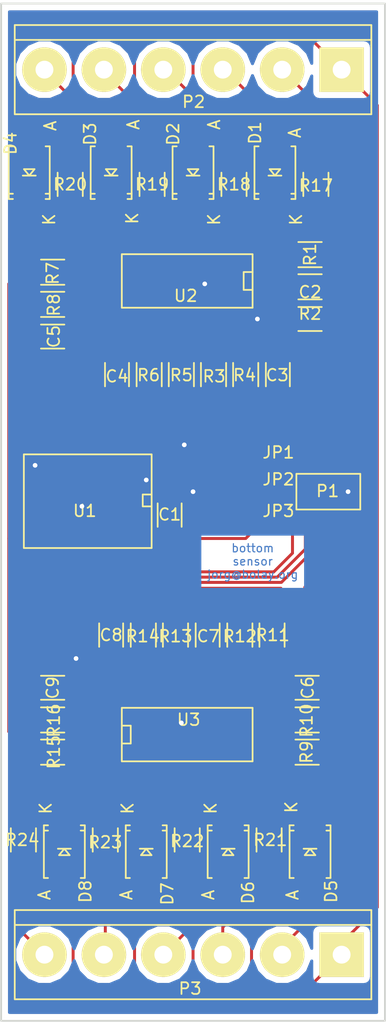
<source format=kicad_pcb>
(kicad_pcb (version 4) (host pcbnew 4.0.4-1.fc24-product)

  (general
    (links 115)
    (no_connects 0)
    (area 132.225 56.25 170.128573 143.750001)
    (thickness 1.6)
    (drawings 8)
    (tracks 367)
    (zones 0)
    (modules 50)
    (nets 45)
  )

  (page A4)
  (layers
    (0 F.Cu signal)
    (31 B.Cu signal hide)
    (32 B.Adhes user)
    (33 F.Adhes user)
    (34 B.Paste user)
    (35 F.Paste user)
    (36 B.SilkS user)
    (37 F.SilkS user)
    (38 B.Mask user)
    (39 F.Mask user)
    (40 Dwgs.User user)
    (41 Cmts.User user)
    (42 Eco1.User user)
    (43 Eco2.User user)
    (44 Edge.Cuts user hide)
    (45 Margin user hide)
    (46 B.CrtYd user)
    (47 F.CrtYd user)
    (48 B.Fab user)
    (49 F.Fab user)
  )

  (setup
    (last_trace_width 0.25)
    (trace_clearance 0.2)
    (zone_clearance 0.508)
    (zone_45_only no)
    (trace_min 0.2)
    (segment_width 0.2)
    (edge_width 0.15)
    (via_size 0.6)
    (via_drill 0.4)
    (via_min_size 0.4)
    (via_min_drill 0.3)
    (uvia_size 0.3)
    (uvia_drill 0.1)
    (uvias_allowed no)
    (uvia_min_size 0.2)
    (uvia_min_drill 0.1)
    (pcb_text_width 0.3)
    (pcb_text_size 1.5 1.5)
    (mod_edge_width 0.15)
    (mod_text_size 1 1)
    (mod_text_width 0.15)
    (pad_size 1.524 1.524)
    (pad_drill 0.762)
    (pad_to_mask_clearance 0.2)
    (aux_axis_origin 0 0)
    (visible_elements FFFFFF7F)
    (pcbplotparams
      (layerselection 0x00030_80000001)
      (usegerberextensions false)
      (excludeedgelayer true)
      (linewidth 0.100000)
      (plotframeref false)
      (viasonmask false)
      (mode 1)
      (useauxorigin false)
      (hpglpennumber 1)
      (hpglpenspeed 20)
      (hpglpendiameter 15)
      (hpglpenoverlay 2)
      (psnegative false)
      (psa4output false)
      (plotreference true)
      (plotvalue true)
      (plotinvisibletext false)
      (padsonsilk false)
      (subtractmaskfromsilk false)
      (outputformat 1)
      (mirror false)
      (drillshape 1)
      (scaleselection 1)
      (outputdirectory ""))
  )

  (net 0 "")
  (net 1 GND)
  (net 2 +3V3)
  (net 3 "Net-(C2-Pad2)")
  (net 4 "Net-(C3-Pad2)")
  (net 5 "Net-(C4-Pad2)")
  (net 6 "Net-(C5-Pad2)")
  (net 7 "Net-(C6-Pad2)")
  (net 8 "Net-(C7-Pad2)")
  (net 9 "Net-(C8-Pad2)")
  (net 10 "Net-(C9-Pad2)")
  (net 11 "Net-(D1-Pad1)")
  (net 12 "Net-(D1-Pad2)")
  (net 13 "Net-(D2-Pad1)")
  (net 14 "Net-(D3-Pad1)")
  (net 15 "Net-(D4-Pad1)")
  (net 16 "Net-(D5-Pad1)")
  (net 17 "Net-(D6-Pad1)")
  (net 18 "Net-(D7-Pad1)")
  (net 19 "Net-(D8-Pad1)")
  (net 20 "Net-(JP1-Pad2)")
  (net 21 "Net-(JP2-Pad2)")
  (net 22 "Net-(JP3-Pad2)")
  (net 23 "Net-(P1-Pad4)")
  (net 24 +12V)
  (net 25 "Net-(P1-Pad5)")
  (net 26 "Net-(P1-Pad8)")
  (net 27 "Net-(P1-Pad6)")
  (net 28 "Net-(P1-Pad7)")
  (net 29 "Net-(P2-Pad3)")
  (net 30 "Net-(P2-Pad4)")
  (net 31 "Net-(P2-Pad5)")
  (net 32 "Net-(P2-Pad6)")
  (net 33 "Net-(P3-Pad3)")
  (net 34 "Net-(P3-Pad4)")
  (net 35 "Net-(P3-Pad5)")
  (net 36 "Net-(P3-Pad6)")
  (net 37 "Net-(R1-Pad1)")
  (net 38 "Net-(R3-Pad1)")
  (net 39 "Net-(R5-Pad1)")
  (net 40 "Net-(R7-Pad1)")
  (net 41 "Net-(R10-Pad2)")
  (net 42 "Net-(R11-Pad1)")
  (net 43 "Net-(R13-Pad1)")
  (net 44 "Net-(R15-Pad1)")

  (net_class Default "Dies ist die voreingestellte Netzklasse."
    (clearance 0.2)
    (trace_width 0.25)
    (via_dia 0.6)
    (via_drill 0.4)
    (uvia_dia 0.3)
    (uvia_drill 0.1)
    (add_net +12V)
    (add_net +3V3)
    (add_net GND)
    (add_net "Net-(C2-Pad2)")
    (add_net "Net-(C3-Pad2)")
    (add_net "Net-(C4-Pad2)")
    (add_net "Net-(C5-Pad2)")
    (add_net "Net-(C6-Pad2)")
    (add_net "Net-(C7-Pad2)")
    (add_net "Net-(C8-Pad2)")
    (add_net "Net-(C9-Pad2)")
    (add_net "Net-(D1-Pad1)")
    (add_net "Net-(D1-Pad2)")
    (add_net "Net-(D2-Pad1)")
    (add_net "Net-(D3-Pad1)")
    (add_net "Net-(D4-Pad1)")
    (add_net "Net-(D5-Pad1)")
    (add_net "Net-(D6-Pad1)")
    (add_net "Net-(D7-Pad1)")
    (add_net "Net-(D8-Pad1)")
    (add_net "Net-(JP1-Pad2)")
    (add_net "Net-(JP2-Pad2)")
    (add_net "Net-(JP3-Pad2)")
    (add_net "Net-(P1-Pad4)")
    (add_net "Net-(P1-Pad5)")
    (add_net "Net-(P1-Pad6)")
    (add_net "Net-(P1-Pad7)")
    (add_net "Net-(P1-Pad8)")
    (add_net "Net-(P2-Pad3)")
    (add_net "Net-(P2-Pad4)")
    (add_net "Net-(P2-Pad5)")
    (add_net "Net-(P2-Pad6)")
    (add_net "Net-(P3-Pad3)")
    (add_net "Net-(P3-Pad4)")
    (add_net "Net-(P3-Pad5)")
    (add_net "Net-(P3-Pad6)")
    (add_net "Net-(R1-Pad1)")
    (add_net "Net-(R10-Pad2)")
    (add_net "Net-(R11-Pad1)")
    (add_net "Net-(R13-Pad1)")
    (add_net "Net-(R15-Pad1)")
    (add_net "Net-(R3-Pad1)")
    (add_net "Net-(R5-Pad1)")
    (add_net "Net-(R7-Pad1)")
  )

  (module Capacitors_SMD:C_1206_HandSoldering (layer F.Cu) (tedit 583C9063) (tstamp 583665F9)
    (at 148 100.25 270)
    (descr "Capacitor SMD 1206, hand soldering")
    (tags "capacitor 1206")
    (path /583410DD)
    (attr smd)
    (fp_text reference C1 (at -0.05 0 360) (layer F.SilkS)
      (effects (font (size 1 1) (thickness 0.15)))
    )
    (fp_text value 100nF (at 0 2.3 270) (layer F.Fab) hide
      (effects (font (size 1 1) (thickness 0.15)))
    )
    (fp_line (start -3.3 -1.15) (end 3.3 -1.15) (layer F.CrtYd) (width 0.05))
    (fp_line (start -3.3 1.15) (end 3.3 1.15) (layer F.CrtYd) (width 0.05))
    (fp_line (start -3.3 -1.15) (end -3.3 1.15) (layer F.CrtYd) (width 0.05))
    (fp_line (start 3.3 -1.15) (end 3.3 1.15) (layer F.CrtYd) (width 0.05))
    (fp_line (start 1 -1.025) (end -1 -1.025) (layer F.SilkS) (width 0.15))
    (fp_line (start -1 1.025) (end 1 1.025) (layer F.SilkS) (width 0.15))
    (pad 1 smd rect (at -2 0 270) (size 2 1.6) (layers F.Cu F.Paste F.Mask)
      (net 1 GND))
    (pad 2 smd rect (at 2 0 270) (size 2 1.6) (layers F.Cu F.Paste F.Mask)
      (net 2 +3V3))
    (model Capacitors_SMD.3dshapes/C_1206_HandSoldering.wrl
      (at (xyz 0 0 0))
      (scale (xyz 1 1 1))
      (rotate (xyz 0 0 0))
    )
  )

  (module Capacitors_SMD:C_1206_HandSoldering (layer F.Cu) (tedit 583A06B7) (tstamp 583665FF)
    (at 160 83.5)
    (descr "Capacitor SMD 1206, hand soldering")
    (tags "capacitor 1206")
    (path /58336426)
    (attr smd)
    (fp_text reference C2 (at 0 -2.3) (layer F.SilkS)
      (effects (font (size 1 1) (thickness 0.15)))
    )
    (fp_text value 100nF (at 0 2.3) (layer F.Fab) hide
      (effects (font (size 1 1) (thickness 0.15)))
    )
    (fp_line (start -3.3 -1.15) (end 3.3 -1.15) (layer F.CrtYd) (width 0.05))
    (fp_line (start -3.3 1.15) (end 3.3 1.15) (layer F.CrtYd) (width 0.05))
    (fp_line (start -3.3 -1.15) (end -3.3 1.15) (layer F.CrtYd) (width 0.05))
    (fp_line (start 3.3 -1.15) (end 3.3 1.15) (layer F.CrtYd) (width 0.05))
    (fp_line (start 1 -1.025) (end -1 -1.025) (layer F.SilkS) (width 0.15))
    (fp_line (start -1 1.025) (end 1 1.025) (layer F.SilkS) (width 0.15))
    (pad 1 smd rect (at -2 0) (size 2 1.6) (layers F.Cu F.Paste F.Mask)
      (net 1 GND))
    (pad 2 smd rect (at 2 0) (size 2 1.6) (layers F.Cu F.Paste F.Mask)
      (net 3 "Net-(C2-Pad2)"))
    (model Capacitors_SMD.3dshapes/C_1206_HandSoldering.wrl
      (at (xyz 0 0 0))
      (scale (xyz 1 1 1))
      (rotate (xyz 0 0 0))
    )
  )

  (module Capacitors_SMD:C_1206_HandSoldering (layer F.Cu) (tedit 583C9011) (tstamp 58366605)
    (at 157.25 88.25 270)
    (descr "Capacitor SMD 1206, hand soldering")
    (tags "capacitor 1206")
    (path /5833821D)
    (attr smd)
    (fp_text reference C3 (at 0.05 0.05 360) (layer F.SilkS)
      (effects (font (size 1 1) (thickness 0.15)))
    )
    (fp_text value 100nF (at 0 2.3 270) (layer F.Fab) hide
      (effects (font (size 1 1) (thickness 0.15)))
    )
    (fp_line (start -3.3 -1.15) (end 3.3 -1.15) (layer F.CrtYd) (width 0.05))
    (fp_line (start -3.3 1.15) (end 3.3 1.15) (layer F.CrtYd) (width 0.05))
    (fp_line (start -3.3 -1.15) (end -3.3 1.15) (layer F.CrtYd) (width 0.05))
    (fp_line (start 3.3 -1.15) (end 3.3 1.15) (layer F.CrtYd) (width 0.05))
    (fp_line (start 1 -1.025) (end -1 -1.025) (layer F.SilkS) (width 0.15))
    (fp_line (start -1 1.025) (end 1 1.025) (layer F.SilkS) (width 0.15))
    (pad 1 smd rect (at -2 0 270) (size 2 1.6) (layers F.Cu F.Paste F.Mask)
      (net 1 GND))
    (pad 2 smd rect (at 2 0 270) (size 2 1.6) (layers F.Cu F.Paste F.Mask)
      (net 4 "Net-(C3-Pad2)"))
    (model Capacitors_SMD.3dshapes/C_1206_HandSoldering.wrl
      (at (xyz 0 0 0))
      (scale (xyz 1 1 1))
      (rotate (xyz 0 0 0))
    )
  )

  (module Capacitors_SMD:C_1206_HandSoldering (layer F.Cu) (tedit 583C8FF7) (tstamp 5836660B)
    (at 143.5 88.25 270)
    (descr "Capacitor SMD 1206, hand soldering")
    (tags "capacitor 1206")
    (path /583383C4)
    (attr smd)
    (fp_text reference C4 (at 0.15 0 360) (layer F.SilkS)
      (effects (font (size 1 1) (thickness 0.15)))
    )
    (fp_text value 100nF (at 0 2.3 270) (layer F.Fab) hide
      (effects (font (size 1 1) (thickness 0.15)))
    )
    (fp_line (start -3.3 -1.15) (end 3.3 -1.15) (layer F.CrtYd) (width 0.05))
    (fp_line (start -3.3 1.15) (end 3.3 1.15) (layer F.CrtYd) (width 0.05))
    (fp_line (start -3.3 -1.15) (end -3.3 1.15) (layer F.CrtYd) (width 0.05))
    (fp_line (start 3.3 -1.15) (end 3.3 1.15) (layer F.CrtYd) (width 0.05))
    (fp_line (start 1 -1.025) (end -1 -1.025) (layer F.SilkS) (width 0.15))
    (fp_line (start -1 1.025) (end 1 1.025) (layer F.SilkS) (width 0.15))
    (pad 1 smd rect (at -2 0 270) (size 2 1.6) (layers F.Cu F.Paste F.Mask)
      (net 1 GND))
    (pad 2 smd rect (at 2 0 270) (size 2 1.6) (layers F.Cu F.Paste F.Mask)
      (net 5 "Net-(C4-Pad2)"))
    (model Capacitors_SMD.3dshapes/C_1206_HandSoldering.wrl
      (at (xyz 0 0 0))
      (scale (xyz 1 1 1))
      (rotate (xyz 0 0 0))
    )
  )

  (module Capacitors_SMD:C_1206_HandSoldering (layer F.Cu) (tedit 583C8FD4) (tstamp 58366611)
    (at 138 85 180)
    (descr "Capacitor SMD 1206, hand soldering")
    (tags "capacitor 1206")
    (path /5833872B)
    (attr smd)
    (fp_text reference C5 (at -0.1 0 270) (layer F.SilkS)
      (effects (font (size 1 1) (thickness 0.15)))
    )
    (fp_text value 100nF (at 0 2.3 180) (layer F.Fab) hide
      (effects (font (size 1 1) (thickness 0.15)))
    )
    (fp_line (start -3.3 -1.15) (end 3.3 -1.15) (layer F.CrtYd) (width 0.05))
    (fp_line (start -3.3 1.15) (end 3.3 1.15) (layer F.CrtYd) (width 0.05))
    (fp_line (start -3.3 -1.15) (end -3.3 1.15) (layer F.CrtYd) (width 0.05))
    (fp_line (start 3.3 -1.15) (end 3.3 1.15) (layer F.CrtYd) (width 0.05))
    (fp_line (start 1 -1.025) (end -1 -1.025) (layer F.SilkS) (width 0.15))
    (fp_line (start -1 1.025) (end 1 1.025) (layer F.SilkS) (width 0.15))
    (pad 1 smd rect (at -2 0 180) (size 2 1.6) (layers F.Cu F.Paste F.Mask)
      (net 1 GND))
    (pad 2 smd rect (at 2 0 180) (size 2 1.6) (layers F.Cu F.Paste F.Mask)
      (net 6 "Net-(C5-Pad2)"))
    (model Capacitors_SMD.3dshapes/C_1206_HandSoldering.wrl
      (at (xyz 0 0 0))
      (scale (xyz 1 1 1))
      (rotate (xyz 0 0 0))
    )
  )

  (module Capacitors_SMD:C_1206_HandSoldering (layer F.Cu) (tedit 583C917D) (tstamp 58366617)
    (at 159.75 115)
    (descr "Capacitor SMD 1206, hand soldering")
    (tags "capacitor 1206")
    (path /58338BDE)
    (attr smd)
    (fp_text reference C6 (at 0.05 0 90) (layer F.SilkS)
      (effects (font (size 1 1) (thickness 0.15)))
    )
    (fp_text value 100nF (at 0 2.3) (layer F.Fab) hide
      (effects (font (size 1 1) (thickness 0.15)))
    )
    (fp_line (start -3.3 -1.15) (end 3.3 -1.15) (layer F.CrtYd) (width 0.05))
    (fp_line (start -3.3 1.15) (end 3.3 1.15) (layer F.CrtYd) (width 0.05))
    (fp_line (start -3.3 -1.15) (end -3.3 1.15) (layer F.CrtYd) (width 0.05))
    (fp_line (start 3.3 -1.15) (end 3.3 1.15) (layer F.CrtYd) (width 0.05))
    (fp_line (start 1 -1.025) (end -1 -1.025) (layer F.SilkS) (width 0.15))
    (fp_line (start -1 1.025) (end 1 1.025) (layer F.SilkS) (width 0.15))
    (pad 1 smd rect (at -2 0) (size 2 1.6) (layers F.Cu F.Paste F.Mask)
      (net 1 GND))
    (pad 2 smd rect (at 2 0) (size 2 1.6) (layers F.Cu F.Paste F.Mask)
      (net 7 "Net-(C6-Pad2)"))
    (model Capacitors_SMD.3dshapes/C_1206_HandSoldering.wrl
      (at (xyz 0 0 0))
      (scale (xyz 1 1 1))
      (rotate (xyz 0 0 0))
    )
  )

  (module Capacitors_SMD:C_1206_HandSoldering (layer F.Cu) (tedit 583C9199) (tstamp 5836661D)
    (at 151.25 110.5 90)
    (descr "Capacitor SMD 1206, hand soldering")
    (tags "capacitor 1206")
    (path /58338E1F)
    (attr smd)
    (fp_text reference C7 (at -0.1 0.05 180) (layer F.SilkS)
      (effects (font (size 1 1) (thickness 0.15)))
    )
    (fp_text value 100nF (at 0 2.3 90) (layer F.Fab) hide
      (effects (font (size 1 1) (thickness 0.15)))
    )
    (fp_line (start -3.3 -1.15) (end 3.3 -1.15) (layer F.CrtYd) (width 0.05))
    (fp_line (start -3.3 1.15) (end 3.3 1.15) (layer F.CrtYd) (width 0.05))
    (fp_line (start -3.3 -1.15) (end -3.3 1.15) (layer F.CrtYd) (width 0.05))
    (fp_line (start 3.3 -1.15) (end 3.3 1.15) (layer F.CrtYd) (width 0.05))
    (fp_line (start 1 -1.025) (end -1 -1.025) (layer F.SilkS) (width 0.15))
    (fp_line (start -1 1.025) (end 1 1.025) (layer F.SilkS) (width 0.15))
    (pad 1 smd rect (at -2 0 90) (size 2 1.6) (layers F.Cu F.Paste F.Mask)
      (net 1 GND))
    (pad 2 smd rect (at 2 0 90) (size 2 1.6) (layers F.Cu F.Paste F.Mask)
      (net 8 "Net-(C7-Pad2)"))
    (model Capacitors_SMD.3dshapes/C_1206_HandSoldering.wrl
      (at (xyz 0 0 0))
      (scale (xyz 1 1 1))
      (rotate (xyz 0 0 0))
    )
  )

  (module Capacitors_SMD:C_1206_HandSoldering (layer F.Cu) (tedit 583C91AC) (tstamp 58366623)
    (at 143 110.5 90)
    (descr "Capacitor SMD 1206, hand soldering")
    (tags "capacitor 1206")
    (path /5833B072)
    (attr smd)
    (fp_text reference C8 (at 0 0 180) (layer F.SilkS)
      (effects (font (size 1 1) (thickness 0.15)))
    )
    (fp_text value 100nF (at 0 2.3 90) (layer F.Fab) hide
      (effects (font (size 1 1) (thickness 0.15)))
    )
    (fp_line (start -3.3 -1.15) (end 3.3 -1.15) (layer F.CrtYd) (width 0.05))
    (fp_line (start -3.3 1.15) (end 3.3 1.15) (layer F.CrtYd) (width 0.05))
    (fp_line (start -3.3 -1.15) (end -3.3 1.15) (layer F.CrtYd) (width 0.05))
    (fp_line (start 3.3 -1.15) (end 3.3 1.15) (layer F.CrtYd) (width 0.05))
    (fp_line (start 1 -1.025) (end -1 -1.025) (layer F.SilkS) (width 0.15))
    (fp_line (start -1 1.025) (end 1 1.025) (layer F.SilkS) (width 0.15))
    (pad 1 smd rect (at -2 0 90) (size 2 1.6) (layers F.Cu F.Paste F.Mask)
      (net 1 GND))
    (pad 2 smd rect (at 2 0 90) (size 2 1.6) (layers F.Cu F.Paste F.Mask)
      (net 9 "Net-(C8-Pad2)"))
    (model Capacitors_SMD.3dshapes/C_1206_HandSoldering.wrl
      (at (xyz 0 0 0))
      (scale (xyz 1 1 1))
      (rotate (xyz 0 0 0))
    )
  )

  (module Capacitors_SMD:C_1206_HandSoldering (layer F.Cu) (tedit 583C91BA) (tstamp 58366629)
    (at 138 115 180)
    (descr "Capacitor SMD 1206, hand soldering")
    (tags "capacitor 1206")
    (path /5833B223)
    (attr smd)
    (fp_text reference C9 (at 0 0 270) (layer F.SilkS)
      (effects (font (size 1 1) (thickness 0.15)))
    )
    (fp_text value 100nF (at 0 2.3 180) (layer F.Fab) hide
      (effects (font (size 1 1) (thickness 0.15)))
    )
    (fp_line (start -3.3 -1.15) (end 3.3 -1.15) (layer F.CrtYd) (width 0.05))
    (fp_line (start -3.3 1.15) (end 3.3 1.15) (layer F.CrtYd) (width 0.05))
    (fp_line (start -3.3 -1.15) (end -3.3 1.15) (layer F.CrtYd) (width 0.05))
    (fp_line (start 3.3 -1.15) (end 3.3 1.15) (layer F.CrtYd) (width 0.05))
    (fp_line (start 1 -1.025) (end -1 -1.025) (layer F.SilkS) (width 0.15))
    (fp_line (start -1 1.025) (end 1 1.025) (layer F.SilkS) (width 0.15))
    (pad 1 smd rect (at -2 0 180) (size 2 1.6) (layers F.Cu F.Paste F.Mask)
      (net 1 GND))
    (pad 2 smd rect (at 2 0 180) (size 2 1.6) (layers F.Cu F.Paste F.Mask)
      (net 10 "Net-(C9-Pad2)"))
    (model Capacitors_SMD.3dshapes/C_1206_HandSoldering.wrl
      (at (xyz 0 0 0))
      (scale (xyz 1 1 1))
      (rotate (xyz 0 0 0))
    )
  )

  (module Diodes_SMD:SMA_Handsoldering (layer F.Cu) (tedit 583C8FA5) (tstamp 58366641)
    (at 157 71 90)
    (descr "Diode SMA Handsoldering")
    (tags "Diode SMA Handsoldering")
    (path /5834E75C)
    (attr smd)
    (fp_text reference D1 (at 3.4 -1.7 90) (layer F.SilkS)
      (effects (font (size 1 1) (thickness 0.15)))
    )
    (fp_text value RS1MTR (at 0.05 4.4 90) (layer F.Fab) hide
      (effects (font (size 1 1) (thickness 0.15)))
    )
    (fp_line (start -4.5 -2) (end 4.5 -2) (layer F.CrtYd) (width 0.05))
    (fp_line (start 4.5 -2) (end 4.5 2) (layer F.CrtYd) (width 0.05))
    (fp_line (start 4.5 2) (end -4.5 2) (layer F.CrtYd) (width 0.05))
    (fp_line (start -4.5 2) (end -4.5 -2) (layer F.CrtYd) (width 0.05))
    (fp_line (start -0.25 0) (end 0.3 -0.45) (layer F.SilkS) (width 0.15))
    (fp_line (start 0.3 -0.45) (end 0.3 0.45) (layer F.SilkS) (width 0.15))
    (fp_line (start 0.3 0.45) (end -0.25 0) (layer F.SilkS) (width 0.15))
    (fp_line (start -0.25 -0.55) (end -0.25 0.55) (layer F.SilkS) (width 0.15))
    (fp_text user K (at -4 1.8 90) (layer F.SilkS)
      (effects (font (size 1 1) (thickness 0.15)))
    )
    (fp_text user A (at 3.4 1.7 90) (layer F.SilkS)
      (effects (font (size 1 1) (thickness 0.15)))
    )
    (fp_line (start -1.79914 1.75006) (end -1.79914 1.39954) (layer F.SilkS) (width 0.15))
    (fp_line (start -1.79914 -1.75006) (end -1.79914 -1.39954) (layer F.SilkS) (width 0.15))
    (fp_line (start 2.25044 1.75006) (end 2.25044 1.39954) (layer F.SilkS) (width 0.15))
    (fp_line (start -2.25044 1.75006) (end -2.25044 1.39954) (layer F.SilkS) (width 0.15))
    (fp_line (start -2.25044 -1.75006) (end -2.25044 -1.39954) (layer F.SilkS) (width 0.15))
    (fp_line (start 2.25044 -1.75006) (end 2.25044 -1.39954) (layer F.SilkS) (width 0.15))
    (fp_line (start -2.25044 1.75006) (end 2.25044 1.75006) (layer F.SilkS) (width 0.15))
    (fp_line (start -2.25044 -1.75006) (end 2.25044 -1.75006) (layer F.SilkS) (width 0.15))
    (pad 1 smd rect (at -2.49936 0 90) (size 3.50012 1.80086) (layers F.Cu F.Paste F.Mask)
      (net 11 "Net-(D1-Pad1)"))
    (pad 2 smd rect (at 2.49936 0 90) (size 3.50012 1.80086) (layers F.Cu F.Paste F.Mask)
      (net 12 "Net-(D1-Pad2)"))
    (model Diodes_SMD.3dshapes/SMA_Handsoldering.wrl
      (at (xyz 0 0 0))
      (scale (xyz 0.3937 0.3937 0.3937))
      (rotate (xyz 0 0 180))
    )
  )

  (module Diodes_SMD:SMA_Handsoldering (layer F.Cu) (tedit 583C8FA0) (tstamp 58366659)
    (at 150 71 90)
    (descr "Diode SMA Handsoldering")
    (tags "Diode SMA Handsoldering")
    (path /58351863)
    (attr smd)
    (fp_text reference D2 (at 3.3 -1.7 90) (layer F.SilkS)
      (effects (font (size 1 1) (thickness 0.15)))
    )
    (fp_text value RS1MTR (at 0.05 4.4 90) (layer F.Fab) hide
      (effects (font (size 1 1) (thickness 0.15)))
    )
    (fp_line (start -4.5 -2) (end 4.5 -2) (layer F.CrtYd) (width 0.05))
    (fp_line (start 4.5 -2) (end 4.5 2) (layer F.CrtYd) (width 0.05))
    (fp_line (start 4.5 2) (end -4.5 2) (layer F.CrtYd) (width 0.05))
    (fp_line (start -4.5 2) (end -4.5 -2) (layer F.CrtYd) (width 0.05))
    (fp_line (start -0.25 0) (end 0.3 -0.45) (layer F.SilkS) (width 0.15))
    (fp_line (start 0.3 -0.45) (end 0.3 0.45) (layer F.SilkS) (width 0.15))
    (fp_line (start 0.3 0.45) (end -0.25 0) (layer F.SilkS) (width 0.15))
    (fp_line (start -0.25 -0.55) (end -0.25 0.55) (layer F.SilkS) (width 0.15))
    (fp_text user K (at -4 1.8 90) (layer F.SilkS)
      (effects (font (size 1 1) (thickness 0.15)))
    )
    (fp_text user A (at 4.1 1.8 90) (layer F.SilkS)
      (effects (font (size 1 1) (thickness 0.15)))
    )
    (fp_line (start -1.79914 1.75006) (end -1.79914 1.39954) (layer F.SilkS) (width 0.15))
    (fp_line (start -1.79914 -1.75006) (end -1.79914 -1.39954) (layer F.SilkS) (width 0.15))
    (fp_line (start 2.25044 1.75006) (end 2.25044 1.39954) (layer F.SilkS) (width 0.15))
    (fp_line (start -2.25044 1.75006) (end -2.25044 1.39954) (layer F.SilkS) (width 0.15))
    (fp_line (start -2.25044 -1.75006) (end -2.25044 -1.39954) (layer F.SilkS) (width 0.15))
    (fp_line (start 2.25044 -1.75006) (end 2.25044 -1.39954) (layer F.SilkS) (width 0.15))
    (fp_line (start -2.25044 1.75006) (end 2.25044 1.75006) (layer F.SilkS) (width 0.15))
    (fp_line (start -2.25044 -1.75006) (end 2.25044 -1.75006) (layer F.SilkS) (width 0.15))
    (pad 1 smd rect (at -2.49936 0 90) (size 3.50012 1.80086) (layers F.Cu F.Paste F.Mask)
      (net 13 "Net-(D2-Pad1)"))
    (pad 2 smd rect (at 2.49936 0 90) (size 3.50012 1.80086) (layers F.Cu F.Paste F.Mask)
      (net 12 "Net-(D1-Pad2)"))
    (model Diodes_SMD.3dshapes/SMA_Handsoldering.wrl
      (at (xyz 0 0 0))
      (scale (xyz 0.3937 0.3937 0.3937))
      (rotate (xyz 0 0 180))
    )
  )

  (module Diodes_SMD:SMA_Handsoldering (layer F.Cu) (tedit 583C8FAA) (tstamp 58366671)
    (at 143 71 90)
    (descr "Diode SMA Handsoldering")
    (tags "Diode SMA Handsoldering")
    (path /58352884)
    (attr smd)
    (fp_text reference D3 (at 3.3 -1.8 90) (layer F.SilkS)
      (effects (font (size 1 1) (thickness 0.15)))
    )
    (fp_text value RS1MTR (at 0.05 4.4 90) (layer F.Fab) hide
      (effects (font (size 1 1) (thickness 0.15)))
    )
    (fp_line (start -4.5 -2) (end 4.5 -2) (layer F.CrtYd) (width 0.05))
    (fp_line (start 4.5 -2) (end 4.5 2) (layer F.CrtYd) (width 0.05))
    (fp_line (start 4.5 2) (end -4.5 2) (layer F.CrtYd) (width 0.05))
    (fp_line (start -4.5 2) (end -4.5 -2) (layer F.CrtYd) (width 0.05))
    (fp_line (start -0.25 0) (end 0.3 -0.45) (layer F.SilkS) (width 0.15))
    (fp_line (start 0.3 -0.45) (end 0.3 0.45) (layer F.SilkS) (width 0.15))
    (fp_line (start 0.3 0.45) (end -0.25 0) (layer F.SilkS) (width 0.15))
    (fp_line (start -0.25 -0.55) (end -0.25 0.55) (layer F.SilkS) (width 0.15))
    (fp_text user K (at -3.9 1.8 90) (layer F.SilkS)
      (effects (font (size 1 1) (thickness 0.15)))
    )
    (fp_text user A (at 4.1 1.9 90) (layer F.SilkS)
      (effects (font (size 1 1) (thickness 0.15)))
    )
    (fp_line (start -1.79914 1.75006) (end -1.79914 1.39954) (layer F.SilkS) (width 0.15))
    (fp_line (start -1.79914 -1.75006) (end -1.79914 -1.39954) (layer F.SilkS) (width 0.15))
    (fp_line (start 2.25044 1.75006) (end 2.25044 1.39954) (layer F.SilkS) (width 0.15))
    (fp_line (start -2.25044 1.75006) (end -2.25044 1.39954) (layer F.SilkS) (width 0.15))
    (fp_line (start -2.25044 -1.75006) (end -2.25044 -1.39954) (layer F.SilkS) (width 0.15))
    (fp_line (start 2.25044 -1.75006) (end 2.25044 -1.39954) (layer F.SilkS) (width 0.15))
    (fp_line (start -2.25044 1.75006) (end 2.25044 1.75006) (layer F.SilkS) (width 0.15))
    (fp_line (start -2.25044 -1.75006) (end 2.25044 -1.75006) (layer F.SilkS) (width 0.15))
    (pad 1 smd rect (at -2.49936 0 90) (size 3.50012 1.80086) (layers F.Cu F.Paste F.Mask)
      (net 14 "Net-(D3-Pad1)"))
    (pad 2 smd rect (at 2.49936 0 90) (size 3.50012 1.80086) (layers F.Cu F.Paste F.Mask)
      (net 12 "Net-(D1-Pad2)"))
    (model Diodes_SMD.3dshapes/SMA_Handsoldering.wrl
      (at (xyz 0 0 0))
      (scale (xyz 0.3937 0.3937 0.3937))
      (rotate (xyz 0 0 180))
    )
  )

  (module Diodes_SMD:SMA_Handsoldering (layer F.Cu) (tedit 583C8FAF) (tstamp 58366689)
    (at 136 71 90)
    (descr "Diode SMA Handsoldering")
    (tags "Diode SMA Handsoldering")
    (path /5835294F)
    (attr smd)
    (fp_text reference D4 (at 2.5 -1.6 270) (layer F.SilkS)
      (effects (font (size 1 1) (thickness 0.15)))
    )
    (fp_text value RS1MTR (at 0.05 4.4 90) (layer F.Fab) hide
      (effects (font (size 1 1) (thickness 0.15)))
    )
    (fp_line (start -4.5 -2) (end 4.5 -2) (layer F.CrtYd) (width 0.05))
    (fp_line (start 4.5 -2) (end 4.5 2) (layer F.CrtYd) (width 0.05))
    (fp_line (start 4.5 2) (end -4.5 2) (layer F.CrtYd) (width 0.05))
    (fp_line (start -4.5 2) (end -4.5 -2) (layer F.CrtYd) (width 0.05))
    (fp_line (start -0.25 0) (end 0.3 -0.45) (layer F.SilkS) (width 0.15))
    (fp_line (start 0.3 -0.45) (end 0.3 0.45) (layer F.SilkS) (width 0.15))
    (fp_line (start 0.3 0.45) (end -0.25 0) (layer F.SilkS) (width 0.15))
    (fp_line (start -0.25 -0.55) (end -0.25 0.55) (layer F.SilkS) (width 0.15))
    (fp_text user K (at -4 1.7 90) (layer F.SilkS)
      (effects (font (size 1 1) (thickness 0.15)))
    )
    (fp_text user A (at 4 1.8 90) (layer F.SilkS)
      (effects (font (size 1 1) (thickness 0.15)))
    )
    (fp_line (start -1.79914 1.75006) (end -1.79914 1.39954) (layer F.SilkS) (width 0.15))
    (fp_line (start -1.79914 -1.75006) (end -1.79914 -1.39954) (layer F.SilkS) (width 0.15))
    (fp_line (start 2.25044 1.75006) (end 2.25044 1.39954) (layer F.SilkS) (width 0.15))
    (fp_line (start -2.25044 1.75006) (end -2.25044 1.39954) (layer F.SilkS) (width 0.15))
    (fp_line (start -2.25044 -1.75006) (end -2.25044 -1.39954) (layer F.SilkS) (width 0.15))
    (fp_line (start 2.25044 -1.75006) (end 2.25044 -1.39954) (layer F.SilkS) (width 0.15))
    (fp_line (start -2.25044 1.75006) (end 2.25044 1.75006) (layer F.SilkS) (width 0.15))
    (fp_line (start -2.25044 -1.75006) (end 2.25044 -1.75006) (layer F.SilkS) (width 0.15))
    (pad 1 smd rect (at -2.49936 0 90) (size 3.50012 1.80086) (layers F.Cu F.Paste F.Mask)
      (net 15 "Net-(D4-Pad1)"))
    (pad 2 smd rect (at 2.49936 0 90) (size 3.50012 1.80086) (layers F.Cu F.Paste F.Mask)
      (net 12 "Net-(D1-Pad2)"))
    (model Diodes_SMD.3dshapes/SMA_Handsoldering.wrl
      (at (xyz 0 0 0))
      (scale (xyz 0.3937 0.3937 0.3937))
      (rotate (xyz 0 0 180))
    )
  )

  (module Diodes_SMD:SMA_Handsoldering (layer F.Cu) (tedit 583C9163) (tstamp 583666A1)
    (at 160 129 270)
    (descr "Diode SMA Handsoldering")
    (tags "Diode SMA Handsoldering")
    (path /58352A19)
    (attr smd)
    (fp_text reference D5 (at 3.4 -1.8 270) (layer F.SilkS)
      (effects (font (size 1 1) (thickness 0.15)))
    )
    (fp_text value RS1MTR (at 0.05 4.4 270) (layer F.Fab) hide
      (effects (font (size 1 1) (thickness 0.15)))
    )
    (fp_line (start -4.5 -2) (end 4.5 -2) (layer F.CrtYd) (width 0.05))
    (fp_line (start 4.5 -2) (end 4.5 2) (layer F.CrtYd) (width 0.05))
    (fp_line (start 4.5 2) (end -4.5 2) (layer F.CrtYd) (width 0.05))
    (fp_line (start -4.5 2) (end -4.5 -2) (layer F.CrtYd) (width 0.05))
    (fp_line (start -0.25 0) (end 0.3 -0.45) (layer F.SilkS) (width 0.15))
    (fp_line (start 0.3 -0.45) (end 0.3 0.45) (layer F.SilkS) (width 0.15))
    (fp_line (start 0.3 0.45) (end -0.25 0) (layer F.SilkS) (width 0.15))
    (fp_line (start -0.25 -0.55) (end -0.25 0.55) (layer F.SilkS) (width 0.15))
    (fp_text user K (at -3.8 1.6 270) (layer F.SilkS)
      (effects (font (size 1 1) (thickness 0.15)))
    )
    (fp_text user A (at 3.7 1.5 270) (layer F.SilkS)
      (effects (font (size 1 1) (thickness 0.15)))
    )
    (fp_line (start -1.79914 1.75006) (end -1.79914 1.39954) (layer F.SilkS) (width 0.15))
    (fp_line (start -1.79914 -1.75006) (end -1.79914 -1.39954) (layer F.SilkS) (width 0.15))
    (fp_line (start 2.25044 1.75006) (end 2.25044 1.39954) (layer F.SilkS) (width 0.15))
    (fp_line (start -2.25044 1.75006) (end -2.25044 1.39954) (layer F.SilkS) (width 0.15))
    (fp_line (start -2.25044 -1.75006) (end -2.25044 -1.39954) (layer F.SilkS) (width 0.15))
    (fp_line (start 2.25044 -1.75006) (end 2.25044 -1.39954) (layer F.SilkS) (width 0.15))
    (fp_line (start -2.25044 1.75006) (end 2.25044 1.75006) (layer F.SilkS) (width 0.15))
    (fp_line (start -2.25044 -1.75006) (end 2.25044 -1.75006) (layer F.SilkS) (width 0.15))
    (pad 1 smd rect (at -2.49936 0 270) (size 3.50012 1.80086) (layers F.Cu F.Paste F.Mask)
      (net 16 "Net-(D5-Pad1)"))
    (pad 2 smd rect (at 2.49936 0 270) (size 3.50012 1.80086) (layers F.Cu F.Paste F.Mask)
      (net 12 "Net-(D1-Pad2)"))
    (model Diodes_SMD.3dshapes/SMA_Handsoldering.wrl
      (at (xyz 0 0 0))
      (scale (xyz 0.3937 0.3937 0.3937))
      (rotate (xyz 0 0 180))
    )
  )

  (module Diodes_SMD:SMA_Handsoldering (layer F.Cu) (tedit 583C9156) (tstamp 583666B9)
    (at 153 129 270)
    (descr "Diode SMA Handsoldering")
    (tags "Diode SMA Handsoldering")
    (path /58352D9B)
    (attr smd)
    (fp_text reference D6 (at 3.5 -1.7 270) (layer F.SilkS)
      (effects (font (size 1 1) (thickness 0.15)))
    )
    (fp_text value RS1MTR (at 0.05 4.4 270) (layer F.Fab) hide
      (effects (font (size 1 1) (thickness 0.15)))
    )
    (fp_line (start -4.5 -2) (end 4.5 -2) (layer F.CrtYd) (width 0.05))
    (fp_line (start 4.5 -2) (end 4.5 2) (layer F.CrtYd) (width 0.05))
    (fp_line (start 4.5 2) (end -4.5 2) (layer F.CrtYd) (width 0.05))
    (fp_line (start -4.5 2) (end -4.5 -2) (layer F.CrtYd) (width 0.05))
    (fp_line (start -0.25 0) (end 0.3 -0.45) (layer F.SilkS) (width 0.15))
    (fp_line (start 0.3 -0.45) (end 0.3 0.45) (layer F.SilkS) (width 0.15))
    (fp_line (start 0.3 0.45) (end -0.25 0) (layer F.SilkS) (width 0.15))
    (fp_line (start -0.25 -0.55) (end -0.25 0.55) (layer F.SilkS) (width 0.15))
    (fp_text user K (at -3.7 1.5 270) (layer F.SilkS)
      (effects (font (size 1 1) (thickness 0.15)))
    )
    (fp_text user A (at 3.7 1.7 270) (layer F.SilkS)
      (effects (font (size 1 1) (thickness 0.15)))
    )
    (fp_line (start -1.79914 1.75006) (end -1.79914 1.39954) (layer F.SilkS) (width 0.15))
    (fp_line (start -1.79914 -1.75006) (end -1.79914 -1.39954) (layer F.SilkS) (width 0.15))
    (fp_line (start 2.25044 1.75006) (end 2.25044 1.39954) (layer F.SilkS) (width 0.15))
    (fp_line (start -2.25044 1.75006) (end -2.25044 1.39954) (layer F.SilkS) (width 0.15))
    (fp_line (start -2.25044 -1.75006) (end -2.25044 -1.39954) (layer F.SilkS) (width 0.15))
    (fp_line (start 2.25044 -1.75006) (end 2.25044 -1.39954) (layer F.SilkS) (width 0.15))
    (fp_line (start -2.25044 1.75006) (end 2.25044 1.75006) (layer F.SilkS) (width 0.15))
    (fp_line (start -2.25044 -1.75006) (end 2.25044 -1.75006) (layer F.SilkS) (width 0.15))
    (pad 1 smd rect (at -2.49936 0 270) (size 3.50012 1.80086) (layers F.Cu F.Paste F.Mask)
      (net 17 "Net-(D6-Pad1)"))
    (pad 2 smd rect (at 2.49936 0 270) (size 3.50012 1.80086) (layers F.Cu F.Paste F.Mask)
      (net 12 "Net-(D1-Pad2)"))
    (model Diodes_SMD.3dshapes/SMA_Handsoldering.wrl
      (at (xyz 0 0 0))
      (scale (xyz 0.3937 0.3937 0.3937))
      (rotate (xyz 0 0 180))
    )
  )

  (module Diodes_SMD:SMA_Handsoldering (layer F.Cu) (tedit 583C9142) (tstamp 583666D1)
    (at 146 129 270)
    (descr "Diode SMA Handsoldering")
    (tags "Diode SMA Handsoldering")
    (path /58352E6B)
    (attr smd)
    (fp_text reference D7 (at 3.6 -1.8 270) (layer F.SilkS)
      (effects (font (size 1 1) (thickness 0.15)))
    )
    (fp_text value RS1MTR (at 0.05 4.4 270) (layer F.Fab) hide
      (effects (font (size 1 1) (thickness 0.15)))
    )
    (fp_line (start -4.5 -2) (end 4.5 -2) (layer F.CrtYd) (width 0.05))
    (fp_line (start 4.5 -2) (end 4.5 2) (layer F.CrtYd) (width 0.05))
    (fp_line (start 4.5 2) (end -4.5 2) (layer F.CrtYd) (width 0.05))
    (fp_line (start -4.5 2) (end -4.5 -2) (layer F.CrtYd) (width 0.05))
    (fp_line (start -0.25 0) (end 0.3 -0.45) (layer F.SilkS) (width 0.15))
    (fp_line (start 0.3 -0.45) (end 0.3 0.45) (layer F.SilkS) (width 0.15))
    (fp_line (start 0.3 0.45) (end -0.25 0) (layer F.SilkS) (width 0.15))
    (fp_line (start -0.25 -0.55) (end -0.25 0.55) (layer F.SilkS) (width 0.15))
    (fp_text user K (at -3.7 1.6 270) (layer F.SilkS)
      (effects (font (size 1 1) (thickness 0.15)))
    )
    (fp_text user A (at 3.7 1.7 270) (layer F.SilkS)
      (effects (font (size 1 1) (thickness 0.15)))
    )
    (fp_line (start -1.79914 1.75006) (end -1.79914 1.39954) (layer F.SilkS) (width 0.15))
    (fp_line (start -1.79914 -1.75006) (end -1.79914 -1.39954) (layer F.SilkS) (width 0.15))
    (fp_line (start 2.25044 1.75006) (end 2.25044 1.39954) (layer F.SilkS) (width 0.15))
    (fp_line (start -2.25044 1.75006) (end -2.25044 1.39954) (layer F.SilkS) (width 0.15))
    (fp_line (start -2.25044 -1.75006) (end -2.25044 -1.39954) (layer F.SilkS) (width 0.15))
    (fp_line (start 2.25044 -1.75006) (end 2.25044 -1.39954) (layer F.SilkS) (width 0.15))
    (fp_line (start -2.25044 1.75006) (end 2.25044 1.75006) (layer F.SilkS) (width 0.15))
    (fp_line (start -2.25044 -1.75006) (end 2.25044 -1.75006) (layer F.SilkS) (width 0.15))
    (pad 1 smd rect (at -2.49936 0 270) (size 3.50012 1.80086) (layers F.Cu F.Paste F.Mask)
      (net 18 "Net-(D7-Pad1)"))
    (pad 2 smd rect (at 2.49936 0 270) (size 3.50012 1.80086) (layers F.Cu F.Paste F.Mask)
      (net 12 "Net-(D1-Pad2)"))
    (model Diodes_SMD.3dshapes/SMA_Handsoldering.wrl
      (at (xyz 0 0 0))
      (scale (xyz 0.3937 0.3937 0.3937))
      (rotate (xyz 0 0 180))
    )
  )

  (module Diodes_SMD:SMA_Handsoldering (layer F.Cu) (tedit 583C9126) (tstamp 583666E9)
    (at 139 129 270)
    (descr "Diode SMA Handsoldering")
    (tags "Diode SMA Handsoldering")
    (path /583530F4)
    (attr smd)
    (fp_text reference D8 (at 3.4 -1.8 270) (layer F.SilkS)
      (effects (font (size 1 1) (thickness 0.15)))
    )
    (fp_text value RS1MTR (at 0.05 4.4 270) (layer F.Fab) hide
      (effects (font (size 1 1) (thickness 0.15)))
    )
    (fp_line (start -4.5 -2) (end 4.5 -2) (layer F.CrtYd) (width 0.05))
    (fp_line (start 4.5 -2) (end 4.5 2) (layer F.CrtYd) (width 0.05))
    (fp_line (start 4.5 2) (end -4.5 2) (layer F.CrtYd) (width 0.05))
    (fp_line (start -4.5 2) (end -4.5 -2) (layer F.CrtYd) (width 0.05))
    (fp_line (start -0.25 0) (end 0.3 -0.45) (layer F.SilkS) (width 0.15))
    (fp_line (start 0.3 -0.45) (end 0.3 0.45) (layer F.SilkS) (width 0.15))
    (fp_line (start 0.3 0.45) (end -0.25 0) (layer F.SilkS) (width 0.15))
    (fp_line (start -0.25 -0.55) (end -0.25 0.55) (layer F.SilkS) (width 0.15))
    (fp_text user K (at -3.7 1.6 270) (layer F.SilkS)
      (effects (font (size 1 1) (thickness 0.15)))
    )
    (fp_text user A (at 3.7 1.7 270) (layer F.SilkS)
      (effects (font (size 1 1) (thickness 0.15)))
    )
    (fp_line (start -1.79914 1.75006) (end -1.79914 1.39954) (layer F.SilkS) (width 0.15))
    (fp_line (start -1.79914 -1.75006) (end -1.79914 -1.39954) (layer F.SilkS) (width 0.15))
    (fp_line (start 2.25044 1.75006) (end 2.25044 1.39954) (layer F.SilkS) (width 0.15))
    (fp_line (start -2.25044 1.75006) (end -2.25044 1.39954) (layer F.SilkS) (width 0.15))
    (fp_line (start -2.25044 -1.75006) (end -2.25044 -1.39954) (layer F.SilkS) (width 0.15))
    (fp_line (start 2.25044 -1.75006) (end 2.25044 -1.39954) (layer F.SilkS) (width 0.15))
    (fp_line (start -2.25044 1.75006) (end 2.25044 1.75006) (layer F.SilkS) (width 0.15))
    (fp_line (start -2.25044 -1.75006) (end 2.25044 -1.75006) (layer F.SilkS) (width 0.15))
    (pad 1 smd rect (at -2.49936 0 270) (size 3.50012 1.80086) (layers F.Cu F.Paste F.Mask)
      (net 19 "Net-(D8-Pad1)"))
    (pad 2 smd rect (at 2.49936 0 270) (size 3.50012 1.80086) (layers F.Cu F.Paste F.Mask)
      (net 12 "Net-(D1-Pad2)"))
    (model Diodes_SMD.3dshapes/SMA_Handsoldering.wrl
      (at (xyz 0 0 0))
      (scale (xyz 0.3937 0.3937 0.3937))
      (rotate (xyz 0 0 180))
    )
  )

  (module bolay:solder-jumper-3er (layer F.Cu) (tedit 583C9042) (tstamp 583666F4)
    (at 153.25 94.75)
    (descr "Resistor SMD 0603, hand soldering")
    (tags "resistor 0603")
    (path /58275F37)
    (attr smd)
    (fp_text reference JP1 (at 4.05 0.15) (layer F.SilkS)
      (effects (font (size 1 1) (thickness 0.15)))
    )
    (fp_text value SJ (at 0 1.9) (layer F.Fab) hide
      (effects (font (size 1 1) (thickness 0.15)))
    )
    (fp_line (start -2.6 -0.8) (end 2.7 -0.8) (layer F.CrtYd) (width 0.05))
    (fp_line (start -2.6 0.8) (end 2.7 0.8) (layer F.CrtYd) (width 0.05))
    (fp_line (start -2.6 -0.8) (end -2.6 0.8) (layer F.CrtYd) (width 0.05))
    (fp_line (start 2.7 -0.8) (end 2.7 0.8) (layer F.CrtYd) (width 0.05))
    (pad 3 smd rect (at 1.7 0) (size 1.2 0.9) (layers F.Cu F.Paste F.Mask)
      (net 2 +3V3) (solder_mask_margin 0.3))
    (pad 1 smd rect (at -1.6 0) (size 1.2 0.9) (layers F.Cu F.Paste F.Mask)
      (net 1 GND) (solder_mask_margin 0.3))
    (pad 2 smd rect (at 0 0) (size 1.2 0.9) (layers F.Cu F.Paste F.Mask)
      (net 20 "Net-(JP1-Pad2)") (solder_mask_margin 0.3))
    (model Resistors_SMD.3dshapes/R_0603_HandSoldering.wrl
      (at (xyz 0 0 0))
      (scale (xyz 1 1 1))
      (rotate (xyz 0 0 0))
    )
  )

  (module bolay:solder-jumper-3er (layer F.Cu) (tedit 583C9047) (tstamp 583666FF)
    (at 153.25 97.25)
    (descr "Resistor SMD 0603, hand soldering")
    (tags "resistor 0603")
    (path /58275EDC)
    (attr smd)
    (fp_text reference JP2 (at 4.05 -0.05) (layer F.SilkS)
      (effects (font (size 1 1) (thickness 0.15)))
    )
    (fp_text value SJ (at 0 1.9) (layer F.Fab) hide
      (effects (font (size 1 1) (thickness 0.15)))
    )
    (fp_line (start -2.6 -0.8) (end 2.7 -0.8) (layer F.CrtYd) (width 0.05))
    (fp_line (start -2.6 0.8) (end 2.7 0.8) (layer F.CrtYd) (width 0.05))
    (fp_line (start -2.6 -0.8) (end -2.6 0.8) (layer F.CrtYd) (width 0.05))
    (fp_line (start 2.7 -0.8) (end 2.7 0.8) (layer F.CrtYd) (width 0.05))
    (pad 3 smd rect (at 1.7 0) (size 1.2 0.9) (layers F.Cu F.Paste F.Mask)
      (net 2 +3V3) (solder_mask_margin 0.3))
    (pad 1 smd rect (at -1.6 0) (size 1.2 0.9) (layers F.Cu F.Paste F.Mask)
      (net 1 GND) (solder_mask_margin 0.3))
    (pad 2 smd rect (at 0 0) (size 1.2 0.9) (layers F.Cu F.Paste F.Mask)
      (net 21 "Net-(JP2-Pad2)") (solder_mask_margin 0.3))
    (model Resistors_SMD.3dshapes/R_0603_HandSoldering.wrl
      (at (xyz 0 0 0))
      (scale (xyz 1 1 1))
      (rotate (xyz 0 0 0))
    )
  )

  (module bolay:solder-jumper-3er (layer F.Cu) (tedit 583C904C) (tstamp 5836670A)
    (at 153.25 99.75)
    (descr "Resistor SMD 0603, hand soldering")
    (tags "resistor 0603")
    (path /58275E3F)
    (attr smd)
    (fp_text reference JP3 (at 4.05 0.15) (layer F.SilkS)
      (effects (font (size 1 1) (thickness 0.15)))
    )
    (fp_text value SJ (at 0 1.9) (layer F.Fab) hide
      (effects (font (size 1 1) (thickness 0.15)))
    )
    (fp_line (start -2.6 -0.8) (end 2.7 -0.8) (layer F.CrtYd) (width 0.05))
    (fp_line (start -2.6 0.8) (end 2.7 0.8) (layer F.CrtYd) (width 0.05))
    (fp_line (start -2.6 -0.8) (end -2.6 0.8) (layer F.CrtYd) (width 0.05))
    (fp_line (start 2.7 -0.8) (end 2.7 0.8) (layer F.CrtYd) (width 0.05))
    (pad 3 smd rect (at 1.7 0) (size 1.2 0.9) (layers F.Cu F.Paste F.Mask)
      (net 2 +3V3) (solder_mask_margin 0.3))
    (pad 1 smd rect (at -1.6 0) (size 1.2 0.9) (layers F.Cu F.Paste F.Mask)
      (net 1 GND) (solder_mask_margin 0.3))
    (pad 2 smd rect (at 0 0) (size 1.2 0.9) (layers F.Cu F.Paste F.Mask)
      (net 22 "Net-(JP3-Pad2)") (solder_mask_margin 0.3))
    (model Resistors_SMD.3dshapes/R_0603_HandSoldering.wrl
      (at (xyz 0 0 0))
      (scale (xyz 1 1 1))
      (rotate (xyz 0 0 0))
    )
  )

  (module bolay:4x2pin_50mil_header (layer F.Cu) (tedit 583C9055) (tstamp 5836671B)
    (at 161.5 98.25 180)
    (path /58276BCA)
    (fp_text reference P1 (at 0 0.05 180) (layer F.SilkS)
      (effects (font (size 1 1) (thickness 0.15)))
    )
    (fp_text value Conn_jack_conn_board (at 0 -4.318 180) (layer F.Fab) hide
      (effects (font (size 1 1) (thickness 0.15)))
    )
    (fp_line (start -2.794 0) (end -2.794 -1.524) (layer F.SilkS) (width 0.15))
    (fp_line (start -2.794 -1.524) (end 2.667 -1.524) (layer F.SilkS) (width 0.15))
    (fp_line (start 2.667 -1.524) (end 2.667 1.524) (layer F.SilkS) (width 0.15))
    (fp_line (start 2.667 1.524) (end -2.794 1.524) (layer F.SilkS) (width 0.15))
    (fp_line (start -2.794 1.524) (end -2.794 0) (layer F.SilkS) (width 0.15))
    (pad 4 smd rect (at 1.905 2.159 180) (size 0.762 1.8034) (layers F.Cu F.Paste F.Mask)
      (net 23 "Net-(P1-Pad4)"))
    (pad 1 smd rect (at -1.905 2.159 180) (size 0.762 1.8034) (layers F.Cu F.Paste F.Mask)
      (net 1 GND))
    (pad 2 smd rect (at -0.635 2.159 180) (size 0.762 1.8034) (layers F.Cu F.Paste F.Mask)
      (net 24 +12V))
    (pad 3 smd rect (at 0.635 2.159 180) (size 0.762 1.8034) (layers F.Cu F.Paste F.Mask)
      (net 2 +3V3))
    (pad 5 smd rect (at 1.905 -2.159 180) (size 0.762 1.8034) (layers F.Cu F.Paste F.Mask)
      (net 25 "Net-(P1-Pad5)"))
    (pad 8 smd rect (at -1.905 -2.159 180) (size 0.762 1.8034) (layers F.Cu F.Paste F.Mask)
      (net 26 "Net-(P1-Pad8)"))
    (pad 6 smd rect (at 0.635 -2.159 180) (size 0.762 1.8034) (layers F.Cu F.Paste F.Mask)
      (net 27 "Net-(P1-Pad6)"))
    (pad 7 smd rect (at -0.635 -2.159 180) (size 0.762 1.8034) (layers F.Cu F.Paste F.Mask)
      (net 28 "Net-(P1-Pad7)"))
  )

  (module Connect:bornier6 (layer F.Cu) (tedit 5834A95A) (tstamp 58366725)
    (at 150 62.2 180)
    (descr "Bornier d'alimentation 4 pins")
    (tags DEV)
    (path /5833514C)
    (fp_text reference P2 (at -0.05 -2.75 180) (layer F.SilkS)
      (effects (font (size 1 1) (thickness 0.15)))
    )
    (fp_text value CONN_01X06_Taster_1 (at 0.05 3.05 180) (layer F.Fab)
      (effects (font (size 1 1) (thickness 0.15)))
    )
    (fp_line (start -15.24 -3.81) (end -15.24 3.81) (layer F.SilkS) (width 0.15))
    (fp_line (start 15.24 3.81) (end 15.24 -3.81) (layer F.SilkS) (width 0.15))
    (fp_line (start -15.24 2.54) (end 15.24 2.54) (layer F.SilkS) (width 0.15))
    (fp_line (start -15.24 -3.81) (end 15.24 -3.81) (layer F.SilkS) (width 0.15))
    (fp_line (start -15.24 3.81) (end 15.24 3.81) (layer F.SilkS) (width 0.15))
    (pad 2 thru_hole circle (at -7.62 0 180) (size 3.81 3.81) (drill 1.524) (layers *.Cu *.Mask F.SilkS)
      (net 24 +12V))
    (pad 3 thru_hole circle (at -2.54 0 180) (size 3.81 3.81) (drill 1.524) (layers *.Cu *.Mask F.SilkS)
      (net 29 "Net-(P2-Pad3)"))
    (pad 1 thru_hole rect (at -12.7 0 180) (size 3.81 3.81) (drill 1.524) (layers *.Cu *.Mask F.SilkS)
      (net 12 "Net-(D1-Pad2)"))
    (pad 4 thru_hole circle (at 2.54 0 180) (size 3.81 3.81) (drill 1.524) (layers *.Cu *.Mask F.SilkS)
      (net 30 "Net-(P2-Pad4)"))
    (pad 5 thru_hole circle (at 7.62 0 180) (size 3.81 3.81) (drill 1.524) (layers *.Cu *.Mask F.SilkS)
      (net 31 "Net-(P2-Pad5)"))
    (pad 6 thru_hole circle (at 12.7 0 180) (size 3.81 3.81) (drill 1.524) (layers *.Cu *.Mask F.SilkS)
      (net 32 "Net-(P2-Pad6)"))
    (model Connect.3dshapes/bornier6.wrl
      (at (xyz 0 0 0))
      (scale (xyz 1 1 1))
      (rotate (xyz 0 0 0))
    )
  )

  (module Connect:bornier6 (layer F.Cu) (tedit 5834A95F) (tstamp 5836672F)
    (at 150 137.8 180)
    (descr "Bornier d'alimentation 4 pins")
    (tags DEV)
    (path /583354AF)
    (fp_text reference P3 (at 0.25 -2.9 180) (layer F.SilkS)
      (effects (font (size 1 1) (thickness 0.15)))
    )
    (fp_text value CONN_01X06_Taster_2 (at 0.4 3.1 180) (layer F.Fab)
      (effects (font (size 1 1) (thickness 0.15)))
    )
    (fp_line (start -15.24 -3.81) (end -15.24 3.81) (layer F.SilkS) (width 0.15))
    (fp_line (start 15.24 3.81) (end 15.24 -3.81) (layer F.SilkS) (width 0.15))
    (fp_line (start -15.24 2.54) (end 15.24 2.54) (layer F.SilkS) (width 0.15))
    (fp_line (start -15.24 -3.81) (end 15.24 -3.81) (layer F.SilkS) (width 0.15))
    (fp_line (start -15.24 3.81) (end 15.24 3.81) (layer F.SilkS) (width 0.15))
    (pad 2 thru_hole circle (at -7.62 0 180) (size 3.81 3.81) (drill 1.524) (layers *.Cu *.Mask F.SilkS)
      (net 24 +12V))
    (pad 3 thru_hole circle (at -2.54 0 180) (size 3.81 3.81) (drill 1.524) (layers *.Cu *.Mask F.SilkS)
      (net 33 "Net-(P3-Pad3)"))
    (pad 1 thru_hole rect (at -12.7 0 180) (size 3.81 3.81) (drill 1.524) (layers *.Cu *.Mask F.SilkS)
      (net 12 "Net-(D1-Pad2)"))
    (pad 4 thru_hole circle (at 2.54 0 180) (size 3.81 3.81) (drill 1.524) (layers *.Cu *.Mask F.SilkS)
      (net 34 "Net-(P3-Pad4)"))
    (pad 5 thru_hole circle (at 7.62 0 180) (size 3.81 3.81) (drill 1.524) (layers *.Cu *.Mask F.SilkS)
      (net 35 "Net-(P3-Pad5)"))
    (pad 6 thru_hole circle (at 12.7 0 180) (size 3.81 3.81) (drill 1.524) (layers *.Cu *.Mask F.SilkS)
      (net 36 "Net-(P3-Pad6)"))
    (model Connect.3dshapes/bornier6.wrl
      (at (xyz 0 0 0))
      (scale (xyz 1 1 1))
      (rotate (xyz 0 0 0))
    )
  )

  (module Resistors_SMD:R_1206_HandSoldering (layer F.Cu) (tedit 583C8F95) (tstamp 58366735)
    (at 160 78)
    (descr "Resistor SMD 1206, hand soldering")
    (tags "resistor 1206")
    (path /5833609F)
    (attr smd)
    (fp_text reference R1 (at 0 0 90) (layer F.SilkS)
      (effects (font (size 1 1) (thickness 0.15)))
    )
    (fp_text value 4k7 (at 0 2.3) (layer F.Fab) hide
      (effects (font (size 1 1) (thickness 0.15)))
    )
    (fp_line (start -3.3 -1.2) (end 3.3 -1.2) (layer F.CrtYd) (width 0.05))
    (fp_line (start -3.3 1.2) (end 3.3 1.2) (layer F.CrtYd) (width 0.05))
    (fp_line (start -3.3 -1.2) (end -3.3 1.2) (layer F.CrtYd) (width 0.05))
    (fp_line (start 3.3 -1.2) (end 3.3 1.2) (layer F.CrtYd) (width 0.05))
    (fp_line (start 1 1.075) (end -1 1.075) (layer F.SilkS) (width 0.15))
    (fp_line (start -1 -1.075) (end 1 -1.075) (layer F.SilkS) (width 0.15))
    (pad 1 smd rect (at -2 0) (size 2 1.7) (layers F.Cu F.Paste F.Mask)
      (net 37 "Net-(R1-Pad1)"))
    (pad 2 smd rect (at 2 0) (size 2 1.7) (layers F.Cu F.Paste F.Mask)
      (net 2 +3V3))
    (model Resistors_SMD.3dshapes/R_1206_HandSoldering.wrl
      (at (xyz 0 0 0))
      (scale (xyz 1 1 1))
      (rotate (xyz 0 0 0))
    )
  )

  (module Resistors_SMD:R_1206_HandSoldering (layer F.Cu) (tedit 583A06B0) (tstamp 5836673B)
    (at 160 80.75 180)
    (descr "Resistor SMD 1206, hand soldering")
    (tags "resistor 1206")
    (path /58335F7B)
    (attr smd)
    (fp_text reference R2 (at 0 -2.3 180) (layer F.SilkS)
      (effects (font (size 1 1) (thickness 0.15)))
    )
    (fp_text value 100k (at 0 2.3 180) (layer F.Fab) hide
      (effects (font (size 1 1) (thickness 0.15)))
    )
    (fp_line (start -3.3 -1.2) (end 3.3 -1.2) (layer F.CrtYd) (width 0.05))
    (fp_line (start -3.3 1.2) (end 3.3 1.2) (layer F.CrtYd) (width 0.05))
    (fp_line (start -3.3 -1.2) (end -3.3 1.2) (layer F.CrtYd) (width 0.05))
    (fp_line (start 3.3 -1.2) (end 3.3 1.2) (layer F.CrtYd) (width 0.05))
    (fp_line (start 1 1.075) (end -1 1.075) (layer F.SilkS) (width 0.15))
    (fp_line (start -1 -1.075) (end 1 -1.075) (layer F.SilkS) (width 0.15))
    (pad 1 smd rect (at -2 0 180) (size 2 1.7) (layers F.Cu F.Paste F.Mask)
      (net 3 "Net-(C2-Pad2)"))
    (pad 2 smd rect (at 2 0 180) (size 2 1.7) (layers F.Cu F.Paste F.Mask)
      (net 37 "Net-(R1-Pad1)"))
    (model Resistors_SMD.3dshapes/R_1206_HandSoldering.wrl
      (at (xyz 0 0 0))
      (scale (xyz 1 1 1))
      (rotate (xyz 0 0 0))
    )
  )

  (module Resistors_SMD:R_1206_HandSoldering (layer F.Cu) (tedit 583C900B) (tstamp 58366741)
    (at 151.75 88.25 270)
    (descr "Resistor SMD 1206, hand soldering")
    (tags "resistor 1206")
    (path /58338216)
    (attr smd)
    (fp_text reference R3 (at 0.15 -0.05 360) (layer F.SilkS)
      (effects (font (size 1 1) (thickness 0.15)))
    )
    (fp_text value 4k7 (at 0 2.3 270) (layer F.Fab) hide
      (effects (font (size 1 1) (thickness 0.15)))
    )
    (fp_line (start -3.3 -1.2) (end 3.3 -1.2) (layer F.CrtYd) (width 0.05))
    (fp_line (start -3.3 1.2) (end 3.3 1.2) (layer F.CrtYd) (width 0.05))
    (fp_line (start -3.3 -1.2) (end -3.3 1.2) (layer F.CrtYd) (width 0.05))
    (fp_line (start 3.3 -1.2) (end 3.3 1.2) (layer F.CrtYd) (width 0.05))
    (fp_line (start 1 1.075) (end -1 1.075) (layer F.SilkS) (width 0.15))
    (fp_line (start -1 -1.075) (end 1 -1.075) (layer F.SilkS) (width 0.15))
    (pad 1 smd rect (at -2 0 270) (size 2 1.7) (layers F.Cu F.Paste F.Mask)
      (net 38 "Net-(R3-Pad1)"))
    (pad 2 smd rect (at 2 0 270) (size 2 1.7) (layers F.Cu F.Paste F.Mask)
      (net 2 +3V3))
    (model Resistors_SMD.3dshapes/R_1206_HandSoldering.wrl
      (at (xyz 0 0 0))
      (scale (xyz 1 1 1))
      (rotate (xyz 0 0 0))
    )
  )

  (module Resistors_SMD:R_1206_HandSoldering (layer F.Cu) (tedit 583C9005) (tstamp 58366747)
    (at 154.5 88.25 90)
    (descr "Resistor SMD 1206, hand soldering")
    (tags "resistor 1206")
    (path /5833820F)
    (attr smd)
    (fp_text reference R4 (at -0.05 -0.1 180) (layer F.SilkS)
      (effects (font (size 1 1) (thickness 0.15)))
    )
    (fp_text value 100k (at 0 2.3 90) (layer F.Fab) hide
      (effects (font (size 1 1) (thickness 0.15)))
    )
    (fp_line (start -3.3 -1.2) (end 3.3 -1.2) (layer F.CrtYd) (width 0.05))
    (fp_line (start -3.3 1.2) (end 3.3 1.2) (layer F.CrtYd) (width 0.05))
    (fp_line (start -3.3 -1.2) (end -3.3 1.2) (layer F.CrtYd) (width 0.05))
    (fp_line (start 3.3 -1.2) (end 3.3 1.2) (layer F.CrtYd) (width 0.05))
    (fp_line (start 1 1.075) (end -1 1.075) (layer F.SilkS) (width 0.15))
    (fp_line (start -1 -1.075) (end 1 -1.075) (layer F.SilkS) (width 0.15))
    (pad 1 smd rect (at -2 0 90) (size 2 1.7) (layers F.Cu F.Paste F.Mask)
      (net 4 "Net-(C3-Pad2)"))
    (pad 2 smd rect (at 2 0 90) (size 2 1.7) (layers F.Cu F.Paste F.Mask)
      (net 38 "Net-(R3-Pad1)"))
    (model Resistors_SMD.3dshapes/R_1206_HandSoldering.wrl
      (at (xyz 0 0 0))
      (scale (xyz 1 1 1))
      (rotate (xyz 0 0 0))
    )
  )

  (module Resistors_SMD:R_1206_HandSoldering (layer F.Cu) (tedit 583C8FEC) (tstamp 5836674D)
    (at 149 88.25 270)
    (descr "Resistor SMD 1206, hand soldering")
    (tags "resistor 1206")
    (path /583383BD)
    (attr smd)
    (fp_text reference R5 (at 0.05 0 360) (layer F.SilkS)
      (effects (font (size 1 1) (thickness 0.15)))
    )
    (fp_text value 4k7 (at 0 2.3 270) (layer F.Fab) hide
      (effects (font (size 1 1) (thickness 0.15)))
    )
    (fp_line (start -3.3 -1.2) (end 3.3 -1.2) (layer F.CrtYd) (width 0.05))
    (fp_line (start -3.3 1.2) (end 3.3 1.2) (layer F.CrtYd) (width 0.05))
    (fp_line (start -3.3 -1.2) (end -3.3 1.2) (layer F.CrtYd) (width 0.05))
    (fp_line (start 3.3 -1.2) (end 3.3 1.2) (layer F.CrtYd) (width 0.05))
    (fp_line (start 1 1.075) (end -1 1.075) (layer F.SilkS) (width 0.15))
    (fp_line (start -1 -1.075) (end 1 -1.075) (layer F.SilkS) (width 0.15))
    (pad 1 smd rect (at -2 0 270) (size 2 1.7) (layers F.Cu F.Paste F.Mask)
      (net 39 "Net-(R5-Pad1)"))
    (pad 2 smd rect (at 2 0 270) (size 2 1.7) (layers F.Cu F.Paste F.Mask)
      (net 2 +3V3))
    (model Resistors_SMD.3dshapes/R_1206_HandSoldering.wrl
      (at (xyz 0 0 0))
      (scale (xyz 1 1 1))
      (rotate (xyz 0 0 0))
    )
  )

  (module Resistors_SMD:R_1206_HandSoldering (layer F.Cu) (tedit 583C8FF1) (tstamp 58366753)
    (at 146.25 88.25 90)
    (descr "Resistor SMD 1206, hand soldering")
    (tags "resistor 1206")
    (path /583383B6)
    (attr smd)
    (fp_text reference R6 (at -0.05 -0.05 180) (layer F.SilkS)
      (effects (font (size 1 1) (thickness 0.15)))
    )
    (fp_text value 100k (at 0 2.3 90) (layer F.Fab) hide
      (effects (font (size 1 1) (thickness 0.15)))
    )
    (fp_line (start -3.3 -1.2) (end 3.3 -1.2) (layer F.CrtYd) (width 0.05))
    (fp_line (start -3.3 1.2) (end 3.3 1.2) (layer F.CrtYd) (width 0.05))
    (fp_line (start -3.3 -1.2) (end -3.3 1.2) (layer F.CrtYd) (width 0.05))
    (fp_line (start 3.3 -1.2) (end 3.3 1.2) (layer F.CrtYd) (width 0.05))
    (fp_line (start 1 1.075) (end -1 1.075) (layer F.SilkS) (width 0.15))
    (fp_line (start -1 -1.075) (end 1 -1.075) (layer F.SilkS) (width 0.15))
    (pad 1 smd rect (at -2 0 90) (size 2 1.7) (layers F.Cu F.Paste F.Mask)
      (net 5 "Net-(C4-Pad2)"))
    (pad 2 smd rect (at 2 0 90) (size 2 1.7) (layers F.Cu F.Paste F.Mask)
      (net 39 "Net-(R5-Pad1)"))
    (model Resistors_SMD.3dshapes/R_1206_HandSoldering.wrl
      (at (xyz 0 0 0))
      (scale (xyz 1 1 1))
      (rotate (xyz 0 0 0))
    )
  )

  (module Resistors_SMD:R_1206_HandSoldering (layer F.Cu) (tedit 583C8FCF) (tstamp 58366759)
    (at 138 79.5 180)
    (descr "Resistor SMD 1206, hand soldering")
    (tags "resistor 1206")
    (path /58338724)
    (attr smd)
    (fp_text reference R7 (at 0 -0.1 270) (layer F.SilkS)
      (effects (font (size 1 1) (thickness 0.15)))
    )
    (fp_text value 4k7 (at 0 2.3 180) (layer F.Fab) hide
      (effects (font (size 1 1) (thickness 0.15)))
    )
    (fp_line (start -3.3 -1.2) (end 3.3 -1.2) (layer F.CrtYd) (width 0.05))
    (fp_line (start -3.3 1.2) (end 3.3 1.2) (layer F.CrtYd) (width 0.05))
    (fp_line (start -3.3 -1.2) (end -3.3 1.2) (layer F.CrtYd) (width 0.05))
    (fp_line (start 3.3 -1.2) (end 3.3 1.2) (layer F.CrtYd) (width 0.05))
    (fp_line (start 1 1.075) (end -1 1.075) (layer F.SilkS) (width 0.15))
    (fp_line (start -1 -1.075) (end 1 -1.075) (layer F.SilkS) (width 0.15))
    (pad 1 smd rect (at -2 0 180) (size 2 1.7) (layers F.Cu F.Paste F.Mask)
      (net 40 "Net-(R7-Pad1)"))
    (pad 2 smd rect (at 2 0 180) (size 2 1.7) (layers F.Cu F.Paste F.Mask)
      (net 2 +3V3))
    (model Resistors_SMD.3dshapes/R_1206_HandSoldering.wrl
      (at (xyz 0 0 0))
      (scale (xyz 1 1 1))
      (rotate (xyz 0 0 0))
    )
  )

  (module Resistors_SMD:R_1206_HandSoldering (layer F.Cu) (tedit 583C8FC9) (tstamp 5836675F)
    (at 138 82.25)
    (descr "Resistor SMD 1206, hand soldering")
    (tags "resistor 1206")
    (path /5833871D)
    (attr smd)
    (fp_text reference R8 (at 0.1 0.05 90) (layer F.SilkS)
      (effects (font (size 1 1) (thickness 0.15)))
    )
    (fp_text value 100k (at 0 2.3) (layer F.Fab) hide
      (effects (font (size 1 1) (thickness 0.15)))
    )
    (fp_line (start -3.3 -1.2) (end 3.3 -1.2) (layer F.CrtYd) (width 0.05))
    (fp_line (start -3.3 1.2) (end 3.3 1.2) (layer F.CrtYd) (width 0.05))
    (fp_line (start -3.3 -1.2) (end -3.3 1.2) (layer F.CrtYd) (width 0.05))
    (fp_line (start 3.3 -1.2) (end 3.3 1.2) (layer F.CrtYd) (width 0.05))
    (fp_line (start 1 1.075) (end -1 1.075) (layer F.SilkS) (width 0.15))
    (fp_line (start -1 -1.075) (end 1 -1.075) (layer F.SilkS) (width 0.15))
    (pad 1 smd rect (at -2 0) (size 2 1.7) (layers F.Cu F.Paste F.Mask)
      (net 6 "Net-(C5-Pad2)"))
    (pad 2 smd rect (at 2 0) (size 2 1.7) (layers F.Cu F.Paste F.Mask)
      (net 40 "Net-(R7-Pad1)"))
    (model Resistors_SMD.3dshapes/R_1206_HandSoldering.wrl
      (at (xyz 0 0 0))
      (scale (xyz 1 1 1))
      (rotate (xyz 0 0 0))
    )
  )

  (module Resistors_SMD:R_1206_HandSoldering (layer F.Cu) (tedit 583C9177) (tstamp 58366765)
    (at 159.75 120.5)
    (descr "Resistor SMD 1206, hand soldering")
    (tags "resistor 1206")
    (path /58338BD7)
    (attr smd)
    (fp_text reference R9 (at -0.05 0 90) (layer F.SilkS)
      (effects (font (size 1 1) (thickness 0.15)))
    )
    (fp_text value 4k7 (at 0 2.3) (layer F.Fab) hide
      (effects (font (size 1 1) (thickness 0.15)))
    )
    (fp_line (start -3.3 -1.2) (end 3.3 -1.2) (layer F.CrtYd) (width 0.05))
    (fp_line (start -3.3 1.2) (end 3.3 1.2) (layer F.CrtYd) (width 0.05))
    (fp_line (start -3.3 -1.2) (end -3.3 1.2) (layer F.CrtYd) (width 0.05))
    (fp_line (start 3.3 -1.2) (end 3.3 1.2) (layer F.CrtYd) (width 0.05))
    (fp_line (start 1 1.075) (end -1 1.075) (layer F.SilkS) (width 0.15))
    (fp_line (start -1 -1.075) (end 1 -1.075) (layer F.SilkS) (width 0.15))
    (pad 1 smd rect (at -2 0) (size 2 1.7) (layers F.Cu F.Paste F.Mask)
      (net 41 "Net-(R10-Pad2)"))
    (pad 2 smd rect (at 2 0) (size 2 1.7) (layers F.Cu F.Paste F.Mask)
      (net 2 +3V3))
    (model Resistors_SMD.3dshapes/R_1206_HandSoldering.wrl
      (at (xyz 0 0 0))
      (scale (xyz 1 1 1))
      (rotate (xyz 0 0 0))
    )
  )

  (module Resistors_SMD:R_1206_HandSoldering (layer F.Cu) (tedit 583C9171) (tstamp 5836676B)
    (at 159.75 117.75 180)
    (descr "Resistor SMD 1206, hand soldering")
    (tags "resistor 1206")
    (path /58338BD0)
    (attr smd)
    (fp_text reference R10 (at 0.05 -0.05 270) (layer F.SilkS)
      (effects (font (size 1 1) (thickness 0.15)))
    )
    (fp_text value 100k (at 0 2.3 180) (layer F.Fab) hide
      (effects (font (size 1 1) (thickness 0.15)))
    )
    (fp_line (start -3.3 -1.2) (end 3.3 -1.2) (layer F.CrtYd) (width 0.05))
    (fp_line (start -3.3 1.2) (end 3.3 1.2) (layer F.CrtYd) (width 0.05))
    (fp_line (start -3.3 -1.2) (end -3.3 1.2) (layer F.CrtYd) (width 0.05))
    (fp_line (start 3.3 -1.2) (end 3.3 1.2) (layer F.CrtYd) (width 0.05))
    (fp_line (start 1 1.075) (end -1 1.075) (layer F.SilkS) (width 0.15))
    (fp_line (start -1 -1.075) (end 1 -1.075) (layer F.SilkS) (width 0.15))
    (pad 1 smd rect (at -2 0 180) (size 2 1.7) (layers F.Cu F.Paste F.Mask)
      (net 7 "Net-(C6-Pad2)"))
    (pad 2 smd rect (at 2 0 180) (size 2 1.7) (layers F.Cu F.Paste F.Mask)
      (net 41 "Net-(R10-Pad2)"))
    (model Resistors_SMD.3dshapes/R_1206_HandSoldering.wrl
      (at (xyz 0 0 0))
      (scale (xyz 1 1 1))
      (rotate (xyz 0 0 0))
    )
  )

  (module Resistors_SMD:R_1206_HandSoldering (layer F.Cu) (tedit 583C9187) (tstamp 58366771)
    (at 156.75 110.5 90)
    (descr "Resistor SMD 1206, hand soldering")
    (tags "resistor 1206")
    (path /58338E18)
    (attr smd)
    (fp_text reference R11 (at 0 0.05 180) (layer F.SilkS)
      (effects (font (size 1 1) (thickness 0.15)))
    )
    (fp_text value 4k7 (at 0 2.3 90) (layer F.Fab) hide
      (effects (font (size 1 1) (thickness 0.15)))
    )
    (fp_line (start -3.3 -1.2) (end 3.3 -1.2) (layer F.CrtYd) (width 0.05))
    (fp_line (start -3.3 1.2) (end 3.3 1.2) (layer F.CrtYd) (width 0.05))
    (fp_line (start -3.3 -1.2) (end -3.3 1.2) (layer F.CrtYd) (width 0.05))
    (fp_line (start 3.3 -1.2) (end 3.3 1.2) (layer F.CrtYd) (width 0.05))
    (fp_line (start 1 1.075) (end -1 1.075) (layer F.SilkS) (width 0.15))
    (fp_line (start -1 -1.075) (end 1 -1.075) (layer F.SilkS) (width 0.15))
    (pad 1 smd rect (at -2 0 90) (size 2 1.7) (layers F.Cu F.Paste F.Mask)
      (net 42 "Net-(R11-Pad1)"))
    (pad 2 smd rect (at 2 0 90) (size 2 1.7) (layers F.Cu F.Paste F.Mask)
      (net 2 +3V3))
    (model Resistors_SMD.3dshapes/R_1206_HandSoldering.wrl
      (at (xyz 0 0 0))
      (scale (xyz 1 1 1))
      (rotate (xyz 0 0 0))
    )
  )

  (module Resistors_SMD:R_1206_HandSoldering (layer F.Cu) (tedit 583C918E) (tstamp 58366777)
    (at 154 110.5 270)
    (descr "Resistor SMD 1206, hand soldering")
    (tags "resistor 1206")
    (path /58338E11)
    (attr smd)
    (fp_text reference R12 (at 0.1 0 360) (layer F.SilkS)
      (effects (font (size 1 1) (thickness 0.15)))
    )
    (fp_text value 100k (at 0 2.3 270) (layer F.Fab) hide
      (effects (font (size 1 1) (thickness 0.15)))
    )
    (fp_line (start -3.3 -1.2) (end 3.3 -1.2) (layer F.CrtYd) (width 0.05))
    (fp_line (start -3.3 1.2) (end 3.3 1.2) (layer F.CrtYd) (width 0.05))
    (fp_line (start -3.3 -1.2) (end -3.3 1.2) (layer F.CrtYd) (width 0.05))
    (fp_line (start 3.3 -1.2) (end 3.3 1.2) (layer F.CrtYd) (width 0.05))
    (fp_line (start 1 1.075) (end -1 1.075) (layer F.SilkS) (width 0.15))
    (fp_line (start -1 -1.075) (end 1 -1.075) (layer F.SilkS) (width 0.15))
    (pad 1 smd rect (at -2 0 270) (size 2 1.7) (layers F.Cu F.Paste F.Mask)
      (net 8 "Net-(C7-Pad2)"))
    (pad 2 smd rect (at 2 0 270) (size 2 1.7) (layers F.Cu F.Paste F.Mask)
      (net 42 "Net-(R11-Pad1)"))
    (model Resistors_SMD.3dshapes/R_1206_HandSoldering.wrl
      (at (xyz 0 0 0))
      (scale (xyz 1 1 1))
      (rotate (xyz 0 0 0))
    )
  )

  (module Resistors_SMD:R_1206_HandSoldering (layer F.Cu) (tedit 583C91A7) (tstamp 5836677D)
    (at 148.5 110.5 90)
    (descr "Resistor SMD 1206, hand soldering")
    (tags "resistor 1206")
    (path /5833B06B)
    (attr smd)
    (fp_text reference R13 (at -0.1 0 180) (layer F.SilkS)
      (effects (font (size 1 1) (thickness 0.15)))
    )
    (fp_text value 4k7 (at 0 2.3 90) (layer F.Fab) hide
      (effects (font (size 1 1) (thickness 0.15)))
    )
    (fp_line (start -3.3 -1.2) (end 3.3 -1.2) (layer F.CrtYd) (width 0.05))
    (fp_line (start -3.3 1.2) (end 3.3 1.2) (layer F.CrtYd) (width 0.05))
    (fp_line (start -3.3 -1.2) (end -3.3 1.2) (layer F.CrtYd) (width 0.05))
    (fp_line (start 3.3 -1.2) (end 3.3 1.2) (layer F.CrtYd) (width 0.05))
    (fp_line (start 1 1.075) (end -1 1.075) (layer F.SilkS) (width 0.15))
    (fp_line (start -1 -1.075) (end 1 -1.075) (layer F.SilkS) (width 0.15))
    (pad 1 smd rect (at -2 0 90) (size 2 1.7) (layers F.Cu F.Paste F.Mask)
      (net 43 "Net-(R13-Pad1)"))
    (pad 2 smd rect (at 2 0 90) (size 2 1.7) (layers F.Cu F.Paste F.Mask)
      (net 2 +3V3))
    (model Resistors_SMD.3dshapes/R_1206_HandSoldering.wrl
      (at (xyz 0 0 0))
      (scale (xyz 1 1 1))
      (rotate (xyz 0 0 0))
    )
  )

  (module Resistors_SMD:R_1206_HandSoldering (layer F.Cu) (tedit 583C91A1) (tstamp 58366783)
    (at 145.75 110.5 270)
    (descr "Resistor SMD 1206, hand soldering")
    (tags "resistor 1206")
    (path /5833B064)
    (attr smd)
    (fp_text reference R14 (at 0.1 0.05 360) (layer F.SilkS)
      (effects (font (size 1 1) (thickness 0.15)))
    )
    (fp_text value 100k (at 0 2.3 270) (layer F.Fab) hide
      (effects (font (size 1 1) (thickness 0.15)))
    )
    (fp_line (start -3.3 -1.2) (end 3.3 -1.2) (layer F.CrtYd) (width 0.05))
    (fp_line (start -3.3 1.2) (end 3.3 1.2) (layer F.CrtYd) (width 0.05))
    (fp_line (start -3.3 -1.2) (end -3.3 1.2) (layer F.CrtYd) (width 0.05))
    (fp_line (start 3.3 -1.2) (end 3.3 1.2) (layer F.CrtYd) (width 0.05))
    (fp_line (start 1 1.075) (end -1 1.075) (layer F.SilkS) (width 0.15))
    (fp_line (start -1 -1.075) (end 1 -1.075) (layer F.SilkS) (width 0.15))
    (pad 1 smd rect (at -2 0 270) (size 2 1.7) (layers F.Cu F.Paste F.Mask)
      (net 9 "Net-(C8-Pad2)"))
    (pad 2 smd rect (at 2 0 270) (size 2 1.7) (layers F.Cu F.Paste F.Mask)
      (net 43 "Net-(R13-Pad1)"))
    (model Resistors_SMD.3dshapes/R_1206_HandSoldering.wrl
      (at (xyz 0 0 0))
      (scale (xyz 1 1 1))
      (rotate (xyz 0 0 0))
    )
  )

  (module Resistors_SMD:R_1206_HandSoldering (layer F.Cu) (tedit 583C91C0) (tstamp 58366789)
    (at 138 120.5 180)
    (descr "Resistor SMD 1206, hand soldering")
    (tags "resistor 1206")
    (path /5833B21C)
    (attr smd)
    (fp_text reference R15 (at -0.1 0 270) (layer F.SilkS)
      (effects (font (size 1 1) (thickness 0.15)))
    )
    (fp_text value 4k7 (at 0 2.3 180) (layer F.Fab) hide
      (effects (font (size 1 1) (thickness 0.15)))
    )
    (fp_line (start -3.3 -1.2) (end 3.3 -1.2) (layer F.CrtYd) (width 0.05))
    (fp_line (start -3.3 1.2) (end 3.3 1.2) (layer F.CrtYd) (width 0.05))
    (fp_line (start -3.3 -1.2) (end -3.3 1.2) (layer F.CrtYd) (width 0.05))
    (fp_line (start 3.3 -1.2) (end 3.3 1.2) (layer F.CrtYd) (width 0.05))
    (fp_line (start 1 1.075) (end -1 1.075) (layer F.SilkS) (width 0.15))
    (fp_line (start -1 -1.075) (end 1 -1.075) (layer F.SilkS) (width 0.15))
    (pad 1 smd rect (at -2 0 180) (size 2 1.7) (layers F.Cu F.Paste F.Mask)
      (net 44 "Net-(R15-Pad1)"))
    (pad 2 smd rect (at 2 0 180) (size 2 1.7) (layers F.Cu F.Paste F.Mask)
      (net 2 +3V3))
    (model Resistors_SMD.3dshapes/R_1206_HandSoldering.wrl
      (at (xyz 0 0 0))
      (scale (xyz 1 1 1))
      (rotate (xyz 0 0 0))
    )
  )

  (module Resistors_SMD:R_1206_HandSoldering (layer F.Cu) (tedit 583C91B4) (tstamp 5836678F)
    (at 138 117.75)
    (descr "Resistor SMD 1206, hand soldering")
    (tags "resistor 1206")
    (path /5833B215)
    (attr smd)
    (fp_text reference R16 (at 0.1 0.05 90) (layer F.SilkS)
      (effects (font (size 1 1) (thickness 0.15)))
    )
    (fp_text value 100k (at 0 2.3) (layer F.Fab) hide
      (effects (font (size 1 1) (thickness 0.15)))
    )
    (fp_line (start -3.3 -1.2) (end 3.3 -1.2) (layer F.CrtYd) (width 0.05))
    (fp_line (start -3.3 1.2) (end 3.3 1.2) (layer F.CrtYd) (width 0.05))
    (fp_line (start -3.3 -1.2) (end -3.3 1.2) (layer F.CrtYd) (width 0.05))
    (fp_line (start 3.3 -1.2) (end 3.3 1.2) (layer F.CrtYd) (width 0.05))
    (fp_line (start 1 1.075) (end -1 1.075) (layer F.SilkS) (width 0.15))
    (fp_line (start -1 -1.075) (end 1 -1.075) (layer F.SilkS) (width 0.15))
    (pad 1 smd rect (at -2 0) (size 2 1.7) (layers F.Cu F.Paste F.Mask)
      (net 10 "Net-(C9-Pad2)"))
    (pad 2 smd rect (at 2 0) (size 2 1.7) (layers F.Cu F.Paste F.Mask)
      (net 44 "Net-(R15-Pad1)"))
    (model Resistors_SMD.3dshapes/R_1206_HandSoldering.wrl
      (at (xyz 0 0 0))
      (scale (xyz 1 1 1))
      (rotate (xyz 0 0 0))
    )
  )

  (module Resistors_SMD:R_1206_HandSoldering (layer F.Cu) (tedit 583C8F8F) (tstamp 58366795)
    (at 160.5 72 270)
    (descr "Resistor SMD 1206, hand soldering")
    (tags "resistor 1206")
    (path /58335816)
    (attr smd)
    (fp_text reference R17 (at 0.1 0 360) (layer F.SilkS)
      (effects (font (size 1 1) (thickness 0.15)))
    )
    (fp_text value 2k2 (at 0 2.3 270) (layer F.Fab) hide
      (effects (font (size 1 1) (thickness 0.15)))
    )
    (fp_line (start -3.3 -1.2) (end 3.3 -1.2) (layer F.CrtYd) (width 0.05))
    (fp_line (start -3.3 1.2) (end 3.3 1.2) (layer F.CrtYd) (width 0.05))
    (fp_line (start -3.3 -1.2) (end -3.3 1.2) (layer F.CrtYd) (width 0.05))
    (fp_line (start 3.3 -1.2) (end 3.3 1.2) (layer F.CrtYd) (width 0.05))
    (fp_line (start 1 1.075) (end -1 1.075) (layer F.SilkS) (width 0.15))
    (fp_line (start -1 -1.075) (end 1 -1.075) (layer F.SilkS) (width 0.15))
    (pad 1 smd rect (at -2 0 270) (size 2 1.7) (layers F.Cu F.Paste F.Mask)
      (net 29 "Net-(P2-Pad3)"))
    (pad 2 smd rect (at 2 0 270) (size 2 1.7) (layers F.Cu F.Paste F.Mask)
      (net 11 "Net-(D1-Pad1)"))
    (model Resistors_SMD.3dshapes/R_1206_HandSoldering.wrl
      (at (xyz 0 0 0))
      (scale (xyz 1 1 1))
      (rotate (xyz 0 0 0))
    )
  )

  (module Resistors_SMD:R_1206_HandSoldering (layer F.Cu) (tedit 583C8F87) (tstamp 5836679B)
    (at 153.5 72 270)
    (descr "Resistor SMD 1206, hand soldering")
    (tags "resistor 1206")
    (path /58338202)
    (attr smd)
    (fp_text reference R18 (at 0 0 360) (layer F.SilkS)
      (effects (font (size 1 1) (thickness 0.15)))
    )
    (fp_text value 2k2 (at 0 2.3 270) (layer F.Fab) hide
      (effects (font (size 1 1) (thickness 0.15)))
    )
    (fp_line (start -3.3 -1.2) (end 3.3 -1.2) (layer F.CrtYd) (width 0.05))
    (fp_line (start -3.3 1.2) (end 3.3 1.2) (layer F.CrtYd) (width 0.05))
    (fp_line (start -3.3 -1.2) (end -3.3 1.2) (layer F.CrtYd) (width 0.05))
    (fp_line (start 3.3 -1.2) (end 3.3 1.2) (layer F.CrtYd) (width 0.05))
    (fp_line (start 1 1.075) (end -1 1.075) (layer F.SilkS) (width 0.15))
    (fp_line (start -1 -1.075) (end 1 -1.075) (layer F.SilkS) (width 0.15))
    (pad 1 smd rect (at -2 0 270) (size 2 1.7) (layers F.Cu F.Paste F.Mask)
      (net 30 "Net-(P2-Pad4)"))
    (pad 2 smd rect (at 2 0 270) (size 2 1.7) (layers F.Cu F.Paste F.Mask)
      (net 13 "Net-(D2-Pad1)"))
    (model Resistors_SMD.3dshapes/R_1206_HandSoldering.wrl
      (at (xyz 0 0 0))
      (scale (xyz 1 1 1))
      (rotate (xyz 0 0 0))
    )
  )

  (module Resistors_SMD:R_1206_HandSoldering (layer F.Cu) (tedit 583C8F6B) (tstamp 583667A1)
    (at 146.5 72 270)
    (descr "Resistor SMD 1206, hand soldering")
    (tags "resistor 1206")
    (path /583383A9)
    (attr smd)
    (fp_text reference R19 (at 0 0 360) (layer F.SilkS)
      (effects (font (size 1 1) (thickness 0.15)))
    )
    (fp_text value 2k2 (at 0 2.3 270) (layer F.Fab) hide
      (effects (font (size 1 1) (thickness 0.15)))
    )
    (fp_line (start -3.3 -1.2) (end 3.3 -1.2) (layer F.CrtYd) (width 0.05))
    (fp_line (start -3.3 1.2) (end 3.3 1.2) (layer F.CrtYd) (width 0.05))
    (fp_line (start -3.3 -1.2) (end -3.3 1.2) (layer F.CrtYd) (width 0.05))
    (fp_line (start 3.3 -1.2) (end 3.3 1.2) (layer F.CrtYd) (width 0.05))
    (fp_line (start 1 1.075) (end -1 1.075) (layer F.SilkS) (width 0.15))
    (fp_line (start -1 -1.075) (end 1 -1.075) (layer F.SilkS) (width 0.15))
    (pad 1 smd rect (at -2 0 270) (size 2 1.7) (layers F.Cu F.Paste F.Mask)
      (net 31 "Net-(P2-Pad5)"))
    (pad 2 smd rect (at 2 0 270) (size 2 1.7) (layers F.Cu F.Paste F.Mask)
      (net 14 "Net-(D3-Pad1)"))
    (model Resistors_SMD.3dshapes/R_1206_HandSoldering.wrl
      (at (xyz 0 0 0))
      (scale (xyz 1 1 1))
      (rotate (xyz 0 0 0))
    )
  )

  (module Resistors_SMD:R_1206_HandSoldering (layer F.Cu) (tedit 583A07A7) (tstamp 583667A7)
    (at 139.5 72 270)
    (descr "Resistor SMD 1206, hand soldering")
    (tags "resistor 1206")
    (path /58338710)
    (attr smd)
    (fp_text reference R20 (at 0 0 360) (layer F.SilkS)
      (effects (font (size 1 1) (thickness 0.15)))
    )
    (fp_text value 2k2 (at 2 0.3 270) (layer F.Fab) hide
      (effects (font (size 1 1) (thickness 0.15)))
    )
    (fp_line (start -3.3 -1.2) (end 3.3 -1.2) (layer F.CrtYd) (width 0.05))
    (fp_line (start -3.3 1.2) (end 3.3 1.2) (layer F.CrtYd) (width 0.05))
    (fp_line (start -3.3 -1.2) (end -3.3 1.2) (layer F.CrtYd) (width 0.05))
    (fp_line (start 3.3 -1.2) (end 3.3 1.2) (layer F.CrtYd) (width 0.05))
    (fp_line (start 1 1.075) (end -1 1.075) (layer F.SilkS) (width 0.15))
    (fp_line (start -1 -1.075) (end 1 -1.075) (layer F.SilkS) (width 0.15))
    (pad 1 smd rect (at -2 0 270) (size 2 1.7) (layers F.Cu F.Paste F.Mask)
      (net 32 "Net-(P2-Pad6)"))
    (pad 2 smd rect (at 2 0 270) (size 2 1.7) (layers F.Cu F.Paste F.Mask)
      (net 15 "Net-(D4-Pad1)"))
    (model Resistors_SMD.3dshapes/R_1206_HandSoldering.wrl
      (at (xyz 0 0 0))
      (scale (xyz 1 1 1))
      (rotate (xyz 0 0 0))
    )
  )

  (module Resistors_SMD:R_1206_HandSoldering (layer F.Cu) (tedit 583C9151) (tstamp 583667AD)
    (at 156.5 128 90)
    (descr "Resistor SMD 1206, hand soldering")
    (tags "resistor 1206")
    (path /58338BC3)
    (attr smd)
    (fp_text reference R21 (at 0 0.1 180) (layer F.SilkS)
      (effects (font (size 1 1) (thickness 0.15)))
    )
    (fp_text value 2k2 (at 0 2.3 90) (layer F.Fab) hide
      (effects (font (size 1 1) (thickness 0.15)))
    )
    (fp_line (start -3.3 -1.2) (end 3.3 -1.2) (layer F.CrtYd) (width 0.05))
    (fp_line (start -3.3 1.2) (end 3.3 1.2) (layer F.CrtYd) (width 0.05))
    (fp_line (start -3.3 -1.2) (end -3.3 1.2) (layer F.CrtYd) (width 0.05))
    (fp_line (start 3.3 -1.2) (end 3.3 1.2) (layer F.CrtYd) (width 0.05))
    (fp_line (start 1 1.075) (end -1 1.075) (layer F.SilkS) (width 0.15))
    (fp_line (start -1 -1.075) (end 1 -1.075) (layer F.SilkS) (width 0.15))
    (pad 1 smd rect (at -2 0 90) (size 2 1.7) (layers F.Cu F.Paste F.Mask)
      (net 33 "Net-(P3-Pad3)"))
    (pad 2 smd rect (at 2 0 90) (size 2 1.7) (layers F.Cu F.Paste F.Mask)
      (net 16 "Net-(D5-Pad1)"))
    (model Resistors_SMD.3dshapes/R_1206_HandSoldering.wrl
      (at (xyz 0 0 0))
      (scale (xyz 1 1 1))
      (rotate (xyz 0 0 0))
    )
  )

  (module Resistors_SMD:R_1206_HandSoldering (layer F.Cu) (tedit 583C913A) (tstamp 583667B3)
    (at 149.5 128 90)
    (descr "Resistor SMD 1206, hand soldering")
    (tags "resistor 1206")
    (path /58338E04)
    (attr smd)
    (fp_text reference R22 (at -0.1 0 180) (layer F.SilkS)
      (effects (font (size 1 1) (thickness 0.15)))
    )
    (fp_text value 2k2 (at 0 2.3 90) (layer F.Fab) hide
      (effects (font (size 1 1) (thickness 0.15)))
    )
    (fp_line (start -3.3 -1.2) (end 3.3 -1.2) (layer F.CrtYd) (width 0.05))
    (fp_line (start -3.3 1.2) (end 3.3 1.2) (layer F.CrtYd) (width 0.05))
    (fp_line (start -3.3 -1.2) (end -3.3 1.2) (layer F.CrtYd) (width 0.05))
    (fp_line (start 3.3 -1.2) (end 3.3 1.2) (layer F.CrtYd) (width 0.05))
    (fp_line (start 1 1.075) (end -1 1.075) (layer F.SilkS) (width 0.15))
    (fp_line (start -1 -1.075) (end 1 -1.075) (layer F.SilkS) (width 0.15))
    (pad 1 smd rect (at -2 0 90) (size 2 1.7) (layers F.Cu F.Paste F.Mask)
      (net 34 "Net-(P3-Pad4)"))
    (pad 2 smd rect (at 2 0 90) (size 2 1.7) (layers F.Cu F.Paste F.Mask)
      (net 17 "Net-(D6-Pad1)"))
    (model Resistors_SMD.3dshapes/R_1206_HandSoldering.wrl
      (at (xyz 0 0 0))
      (scale (xyz 1 1 1))
      (rotate (xyz 0 0 0))
    )
  )

  (module Resistors_SMD:R_1206_HandSoldering (layer F.Cu) (tedit 583C910E) (tstamp 583667B9)
    (at 142.5 128 90)
    (descr "Resistor SMD 1206, hand soldering")
    (tags "resistor 1206")
    (path /5833B057)
    (attr smd)
    (fp_text reference R23 (at -0.2 0 180) (layer F.SilkS)
      (effects (font (size 1 1) (thickness 0.15)))
    )
    (fp_text value 2k2 (at 0 2.3 90) (layer F.Fab) hide
      (effects (font (size 1 1) (thickness 0.15)))
    )
    (fp_line (start -3.3 -1.2) (end 3.3 -1.2) (layer F.CrtYd) (width 0.05))
    (fp_line (start -3.3 1.2) (end 3.3 1.2) (layer F.CrtYd) (width 0.05))
    (fp_line (start -3.3 -1.2) (end -3.3 1.2) (layer F.CrtYd) (width 0.05))
    (fp_line (start 3.3 -1.2) (end 3.3 1.2) (layer F.CrtYd) (width 0.05))
    (fp_line (start 1 1.075) (end -1 1.075) (layer F.SilkS) (width 0.15))
    (fp_line (start -1 -1.075) (end 1 -1.075) (layer F.SilkS) (width 0.15))
    (pad 1 smd rect (at -2 0 90) (size 2 1.7) (layers F.Cu F.Paste F.Mask)
      (net 35 "Net-(P3-Pad5)"))
    (pad 2 smd rect (at 2 0 90) (size 2 1.7) (layers F.Cu F.Paste F.Mask)
      (net 18 "Net-(D7-Pad1)"))
    (model Resistors_SMD.3dshapes/R_1206_HandSoldering.wrl
      (at (xyz 0 0 0))
      (scale (xyz 1 1 1))
      (rotate (xyz 0 0 0))
    )
  )

  (module Resistors_SMD:R_1206_HandSoldering (layer F.Cu) (tedit 583C9101) (tstamp 583667BF)
    (at 135.5 128 90)
    (descr "Resistor SMD 1206, hand soldering")
    (tags "resistor 1206")
    (path /5833B208)
    (attr smd)
    (fp_text reference R24 (at 0 -0.1 180) (layer F.SilkS)
      (effects (font (size 1 1) (thickness 0.15)))
    )
    (fp_text value 2k2 (at 0 2.3 90) (layer F.Fab) hide
      (effects (font (size 1 1) (thickness 0.15)))
    )
    (fp_line (start -3.3 -1.2) (end 3.3 -1.2) (layer F.CrtYd) (width 0.05))
    (fp_line (start -3.3 1.2) (end 3.3 1.2) (layer F.CrtYd) (width 0.05))
    (fp_line (start -3.3 -1.2) (end -3.3 1.2) (layer F.CrtYd) (width 0.05))
    (fp_line (start 3.3 -1.2) (end 3.3 1.2) (layer F.CrtYd) (width 0.05))
    (fp_line (start 1 1.075) (end -1 1.075) (layer F.SilkS) (width 0.15))
    (fp_line (start -1 -1.075) (end 1 -1.075) (layer F.SilkS) (width 0.15))
    (pad 1 smd rect (at -2 0 90) (size 2 1.7) (layers F.Cu F.Paste F.Mask)
      (net 36 "Net-(P3-Pad6)"))
    (pad 2 smd rect (at 2 0 90) (size 2 1.7) (layers F.Cu F.Paste F.Mask)
      (net 19 "Net-(D8-Pad1)"))
    (model Resistors_SMD.3dshapes/R_1206_HandSoldering.wrl
      (at (xyz 0 0 0))
      (scale (xyz 1 1 1))
      (rotate (xyz 0 0 0))
    )
  )

  (module SMD_Packages:SO-16-W (layer F.Cu) (tedit 0) (tstamp 583667DA)
    (at 141 99 180)
    (descr "Module CMS SOJ 16 pins tres large")
    (tags "CMS SOJ")
    (path /58276B3C)
    (attr smd)
    (fp_text reference U1 (at 0.254 -0.889 180) (layer F.SilkS)
      (effects (font (size 1 1) (thickness 0.15)))
    )
    (fp_text value PCF8574 (at 0.127 2.286 180) (layer F.Fab)
      (effects (font (size 1 1) (thickness 0.15)))
    )
    (fp_line (start -5.461 3.937) (end -5.461 -4.064) (layer F.SilkS) (width 0.15))
    (fp_line (start 5.461 -4.064) (end 5.461 3.937) (layer F.SilkS) (width 0.15))
    (fp_line (start -5.461 -4.064) (end 5.461 -4.064) (layer F.SilkS) (width 0.15))
    (fp_line (start 5.461 3.937) (end -5.461 3.937) (layer F.SilkS) (width 0.15))
    (fp_line (start -5.461 -0.508) (end -4.699 -0.508) (layer F.SilkS) (width 0.15))
    (fp_line (start -4.699 -0.508) (end -4.699 0.508) (layer F.SilkS) (width 0.15))
    (fp_line (start -4.699 0.508) (end -5.461 0.508) (layer F.SilkS) (width 0.15))
    (pad 1 smd rect (at -4.445 5.08 180) (size 0.508 1.143) (layers F.Cu F.Paste F.Mask)
      (net 21 "Net-(JP2-Pad2)"))
    (pad 2 smd rect (at -3.175 5.08 180) (size 0.508 1.143) (layers F.Cu F.Paste F.Mask)
      (net 22 "Net-(JP3-Pad2)"))
    (pad 3 smd rect (at -1.905 5.08 180) (size 0.508 1.143) (layers F.Cu F.Paste F.Mask)
      (net 20 "Net-(JP1-Pad2)"))
    (pad 4 smd rect (at -0.635 5.08 180) (size 0.508 1.143) (layers F.Cu F.Paste F.Mask)
      (net 3 "Net-(C2-Pad2)"))
    (pad 5 smd rect (at 0.635 5.08 180) (size 0.508 1.143) (layers F.Cu F.Paste F.Mask)
      (net 4 "Net-(C3-Pad2)"))
    (pad 6 smd rect (at 1.905 5.08 180) (size 0.508 1.143) (layers F.Cu F.Paste F.Mask)
      (net 5 "Net-(C4-Pad2)"))
    (pad 7 smd rect (at 3.175 5.08 180) (size 0.508 1.143) (layers F.Cu F.Paste F.Mask)
      (net 6 "Net-(C5-Pad2)"))
    (pad 8 smd rect (at 4.445 5.08 180) (size 0.508 1.143) (layers F.Cu F.Paste F.Mask)
      (net 1 GND))
    (pad 9 smd rect (at 4.445 -5.08 180) (size 0.508 1.143) (layers F.Cu F.Paste F.Mask)
      (net 10 "Net-(C9-Pad2)"))
    (pad 10 smd rect (at 3.175 -5.08 180) (size 0.508 1.143) (layers F.Cu F.Paste F.Mask)
      (net 9 "Net-(C8-Pad2)"))
    (pad 11 smd rect (at 1.905 -5.08 180) (size 0.508 1.143) (layers F.Cu F.Paste F.Mask)
      (net 8 "Net-(C7-Pad2)"))
    (pad 12 smd rect (at 0.635 -5.08 180) (size 0.508 1.143) (layers F.Cu F.Paste F.Mask)
      (net 7 "Net-(C6-Pad2)"))
    (pad 13 smd rect (at -0.635 -5.08 180) (size 0.508 1.143) (layers F.Cu F.Paste F.Mask)
      (net 27 "Net-(P1-Pad6)"))
    (pad 14 smd rect (at -1.905 -5.08 180) (size 0.508 1.143) (layers F.Cu F.Paste F.Mask)
      (net 25 "Net-(P1-Pad5)"))
    (pad 15 smd rect (at -3.175 -5.08 180) (size 0.508 1.143) (layers F.Cu F.Paste F.Mask)
      (net 23 "Net-(P1-Pad4)"))
    (pad 16 smd rect (at -4.445 -5.08 180) (size 0.508 1.143) (layers F.Cu F.Paste F.Mask)
      (net 2 +3V3))
    (model SMD_Packages.3dshapes/SO-16-W.wrl
      (at (xyz 0 0 0))
      (scale (xyz 0.5 0.6 0.5))
      (rotate (xyz 0 0 0))
    )
  )

  (module SMD_Packages:SO-16-N (layer F.Cu) (tedit 0) (tstamp 583667F5)
    (at 149.5 80.25 180)
    (descr "Module CMS SOJ 16 pins large")
    (tags "CMS SOJ")
    (path /5834B6A2)
    (attr smd)
    (fp_text reference U2 (at 0.127 -1.27 180) (layer F.SilkS)
      (effects (font (size 1 1) (thickness 0.15)))
    )
    (fp_text value TLP293-4 (at 0 1.27 180) (layer F.Fab)
      (effects (font (size 1 1) (thickness 0.15)))
    )
    (fp_line (start -5.588 -0.762) (end -4.826 -0.762) (layer F.SilkS) (width 0.15))
    (fp_line (start -4.826 -0.762) (end -4.826 0.762) (layer F.SilkS) (width 0.15))
    (fp_line (start -4.826 0.762) (end -5.588 0.762) (layer F.SilkS) (width 0.15))
    (fp_line (start 5.588 -2.286) (end 5.588 2.286) (layer F.SilkS) (width 0.15))
    (fp_line (start 5.588 2.286) (end -5.588 2.286) (layer F.SilkS) (width 0.15))
    (fp_line (start -5.588 2.286) (end -5.588 -2.286) (layer F.SilkS) (width 0.15))
    (fp_line (start -5.588 -2.286) (end 5.588 -2.286) (layer F.SilkS) (width 0.15))
    (pad 16 smd rect (at -4.445 -3.175 180) (size 0.508 1.143) (layers F.Cu F.Paste F.Mask)
      (net 37 "Net-(R1-Pad1)"))
    (pad 14 smd rect (at -1.905 -3.175 180) (size 0.508 1.143) (layers F.Cu F.Paste F.Mask)
      (net 38 "Net-(R3-Pad1)"))
    (pad 13 smd rect (at -0.635 -3.175 180) (size 0.508 1.143) (layers F.Cu F.Paste F.Mask)
      (net 1 GND))
    (pad 12 smd rect (at 0.635 -3.175 180) (size 0.508 1.143) (layers F.Cu F.Paste F.Mask)
      (net 39 "Net-(R5-Pad1)"))
    (pad 11 smd rect (at 1.905 -3.175 180) (size 0.508 1.143) (layers F.Cu F.Paste F.Mask)
      (net 1 GND))
    (pad 10 smd rect (at 3.175 -3.175 180) (size 0.508 1.143) (layers F.Cu F.Paste F.Mask)
      (net 40 "Net-(R7-Pad1)"))
    (pad 9 smd rect (at 4.445 -3.175 180) (size 0.508 1.143) (layers F.Cu F.Paste F.Mask)
      (net 1 GND))
    (pad 8 smd rect (at 4.445 3.175 180) (size 0.508 1.143) (layers F.Cu F.Paste F.Mask)
      (net 12 "Net-(D1-Pad2)"))
    (pad 7 smd rect (at 3.175 3.175 180) (size 0.508 1.143) (layers F.Cu F.Paste F.Mask)
      (net 15 "Net-(D4-Pad1)"))
    (pad 6 smd rect (at 1.905 3.175 180) (size 0.508 1.143) (layers F.Cu F.Paste F.Mask)
      (net 12 "Net-(D1-Pad2)"))
    (pad 5 smd rect (at 0.635 3.175 180) (size 0.508 1.143) (layers F.Cu F.Paste F.Mask)
      (net 14 "Net-(D3-Pad1)"))
    (pad 4 smd rect (at -0.635 3.175 180) (size 0.508 1.143) (layers F.Cu F.Paste F.Mask)
      (net 12 "Net-(D1-Pad2)"))
    (pad 3 smd rect (at -1.905 3.175 180) (size 0.508 1.143) (layers F.Cu F.Paste F.Mask)
      (net 13 "Net-(D2-Pad1)"))
    (pad 2 smd rect (at -3.175 3.175 180) (size 0.508 1.143) (layers F.Cu F.Paste F.Mask)
      (net 12 "Net-(D1-Pad2)"))
    (pad 1 smd rect (at -4.445 3.175 180) (size 0.508 1.143) (layers F.Cu F.Paste F.Mask)
      (net 11 "Net-(D1-Pad1)"))
    (pad 15 smd rect (at -3.175 -3.175 180) (size 0.508 1.143) (layers F.Cu F.Paste F.Mask)
      (net 1 GND))
    (model SMD_Packages.3dshapes/SO-16-N.wrl
      (at (xyz 0 0 0))
      (scale (xyz 0.5 0.4 0.5))
      (rotate (xyz 0 0 0))
    )
  )

  (module SMD_Packages:SO-16-N (layer F.Cu) (tedit 0) (tstamp 58366810)
    (at 149.5 119)
    (descr "Module CMS SOJ 16 pins large")
    (tags "CMS SOJ")
    (path /5834D8D0)
    (attr smd)
    (fp_text reference U3 (at 0.127 -1.27) (layer F.SilkS)
      (effects (font (size 1 1) (thickness 0.15)))
    )
    (fp_text value TLP293-4 (at 0 1.27) (layer F.Fab)
      (effects (font (size 1 1) (thickness 0.15)))
    )
    (fp_line (start -5.588 -0.762) (end -4.826 -0.762) (layer F.SilkS) (width 0.15))
    (fp_line (start -4.826 -0.762) (end -4.826 0.762) (layer F.SilkS) (width 0.15))
    (fp_line (start -4.826 0.762) (end -5.588 0.762) (layer F.SilkS) (width 0.15))
    (fp_line (start 5.588 -2.286) (end 5.588 2.286) (layer F.SilkS) (width 0.15))
    (fp_line (start 5.588 2.286) (end -5.588 2.286) (layer F.SilkS) (width 0.15))
    (fp_line (start -5.588 2.286) (end -5.588 -2.286) (layer F.SilkS) (width 0.15))
    (fp_line (start -5.588 -2.286) (end 5.588 -2.286) (layer F.SilkS) (width 0.15))
    (pad 16 smd rect (at -4.445 -3.175) (size 0.508 1.143) (layers F.Cu F.Paste F.Mask)
      (net 44 "Net-(R15-Pad1)"))
    (pad 14 smd rect (at -1.905 -3.175) (size 0.508 1.143) (layers F.Cu F.Paste F.Mask)
      (net 43 "Net-(R13-Pad1)"))
    (pad 13 smd rect (at -0.635 -3.175) (size 0.508 1.143) (layers F.Cu F.Paste F.Mask)
      (net 1 GND))
    (pad 12 smd rect (at 0.635 -3.175) (size 0.508 1.143) (layers F.Cu F.Paste F.Mask)
      (net 42 "Net-(R11-Pad1)"))
    (pad 11 smd rect (at 1.905 -3.175) (size 0.508 1.143) (layers F.Cu F.Paste F.Mask)
      (net 1 GND))
    (pad 10 smd rect (at 3.175 -3.175) (size 0.508 1.143) (layers F.Cu F.Paste F.Mask)
      (net 41 "Net-(R10-Pad2)"))
    (pad 9 smd rect (at 4.445 -3.175) (size 0.508 1.143) (layers F.Cu F.Paste F.Mask)
      (net 1 GND))
    (pad 8 smd rect (at 4.445 3.175) (size 0.508 1.143) (layers F.Cu F.Paste F.Mask)
      (net 12 "Net-(D1-Pad2)"))
    (pad 7 smd rect (at 3.175 3.175) (size 0.508 1.143) (layers F.Cu F.Paste F.Mask)
      (net 16 "Net-(D5-Pad1)"))
    (pad 6 smd rect (at 1.905 3.175) (size 0.508 1.143) (layers F.Cu F.Paste F.Mask)
      (net 12 "Net-(D1-Pad2)"))
    (pad 5 smd rect (at 0.635 3.175) (size 0.508 1.143) (layers F.Cu F.Paste F.Mask)
      (net 17 "Net-(D6-Pad1)"))
    (pad 4 smd rect (at -0.635 3.175) (size 0.508 1.143) (layers F.Cu F.Paste F.Mask)
      (net 12 "Net-(D1-Pad2)"))
    (pad 3 smd rect (at -1.905 3.175) (size 0.508 1.143) (layers F.Cu F.Paste F.Mask)
      (net 18 "Net-(D7-Pad1)"))
    (pad 2 smd rect (at -3.175 3.175) (size 0.508 1.143) (layers F.Cu F.Paste F.Mask)
      (net 12 "Net-(D1-Pad2)"))
    (pad 1 smd rect (at -4.445 3.175) (size 0.508 1.143) (layers F.Cu F.Paste F.Mask)
      (net 19 "Net-(D8-Pad1)"))
    (pad 15 smd rect (at -3.175 -3.175) (size 0.508 1.143) (layers F.Cu F.Paste F.Mask)
      (net 1 GND))
    (model SMD_Packages.3dshapes/SO-16-N.wrl
      (at (xyz 0 0 0))
      (scale (xyz 0.5 0.4 0.5))
      (rotate (xyz 0 0 0))
    )
  )

  (gr_text "bottom\nsensor\njorg@bolay.org" (at 155.1 104.2) (layer B.Cu)
    (effects (font (size 0.7 0.7) (thickness 0.1)))
  )
  (gr_text "top\nsensor" (at 161.1 105.9) (layer F.Cu)
    (effects (font (size 0.7 0.7) (thickness 0.175)))
  )
  (gr_line (start 166.4 143.45) (end 166.4 100) (angle 90) (layer Edge.Cuts) (width 0.15))
  (gr_line (start 133.6 143.45) (end 166.4 143.45) (angle 90) (layer Edge.Cuts) (width 0.15))
  (gr_line (start 133.6 91.85) (end 133.6 143.45) (angle 90) (layer Edge.Cuts) (width 0.15))
  (gr_line (start 133.6 56.55) (end 133.6 91.85) (angle 90) (layer Edge.Cuts) (width 0.15))
  (gr_line (start 166.4 56.55) (end 133.6 56.55) (angle 90) (layer Edge.Cuts) (width 0.15))
  (gr_line (start 166.4 100) (end 166.4 56.55) (angle 90) (layer Edge.Cuts) (width 0.15))

  (segment (start 143 112.5) (end 140 112.5) (width 0.25) (layer F.Cu) (net 1))
  (segment (start 150.25 81.25) (end 150.25 83.31) (width 0.25) (layer F.Cu) (net 1) (tstamp 583955C0))
  (segment (start 151 80.5) (end 150.25 81.25) (width 0.25) (layer F.Cu) (net 1) (tstamp 583955BF))
  (via (at 151 80.5) (size 0.6) (drill 0.4) (layers F.Cu B.Cu) (net 1))
  (segment (start 151 101.5) (end 151 80.5) (width 0.25) (layer B.Cu) (net 1) (tstamp 583955B6))
  (segment (start 140 112.5) (end 151 101.5) (width 0.25) (layer B.Cu) (net 1) (tstamp 583955B5))
  (via (at 140 112.5) (size 0.6) (drill 0.4) (layers F.Cu B.Cu) (net 1))
  (segment (start 150.25 83.31) (end 150.135 83.425) (width 0.25) (layer F.Cu) (net 1) (tstamp 583955C1))
  (segment (start 148.865 115.825) (end 148.865 117.865) (width 0.25) (layer F.Cu) (net 1))
  (segment (start 137.25 95.5) (end 136.555 95.5) (width 0.25) (layer F.Cu) (net 1) (tstamp 58395589))
  (segment (start 139.25 97.5) (end 137.25 95.5) (width 0.25) (layer F.Cu) (net 1) (tstamp 58395588))
  (segment (start 139.25 98.25) (end 139.25 97.5) (width 0.25) (layer F.Cu) (net 1) (tstamp 58395583))
  (segment (start 140.5 99.5) (end 139.25 98.25) (width 0.25) (layer F.Cu) (net 1) (tstamp 58395582))
  (via (at 140.5 99.5) (size 0.6) (drill 0.4) (layers F.Cu B.Cu) (net 1))
  (segment (start 140.5 109.5) (end 140.5 99.5) (width 0.25) (layer B.Cu) (net 1) (tstamp 58395576))
  (segment (start 149 118) (end 140.5 109.5) (width 0.25) (layer B.Cu) (net 1) (tstamp 58395575))
  (via (at 149 118) (size 0.6) (drill 0.4) (layers F.Cu B.Cu) (net 1))
  (segment (start 148.865 117.865) (end 149 118) (width 0.25) (layer F.Cu) (net 1) (tstamp 58395571))
  (segment (start 136.555 95.5) (end 136.5 95.5) (width 0.25) (layer F.Cu) (net 1) (tstamp 5839558A))
  (segment (start 136.5 95.5) (end 136.555 95.5) (width 0.25) (layer F.Cu) (net 1) (tstamp 5839558C))
  (segment (start 163.405 96.091) (end 163.405 98.095) (width 0.25) (layer F.Cu) (net 1))
  (segment (start 155.5 83.5) (end 158 83.5) (width 0.25) (layer F.Cu) (net 1) (tstamp 583954F0))
  (via (at 155.5 83.5) (size 0.6) (drill 0.4) (layers F.Cu B.Cu) (net 1))
  (segment (start 155.5 90.5) (end 155.5 83.5) (width 0.25) (layer B.Cu) (net 1) (tstamp 583954E8))
  (segment (start 163.25 98.25) (end 155.5 90.5) (width 0.25) (layer B.Cu) (net 1) (tstamp 583954E7))
  (via (at 163.25 98.25) (size 0.6) (drill 0.4) (layers F.Cu B.Cu) (net 1))
  (segment (start 163.405 98.095) (end 163.25 98.25) (width 0.25) (layer F.Cu) (net 1) (tstamp 583954E2))
  (segment (start 151.65 94.75) (end 150.75 94.75) (width 0.25) (layer F.Cu) (net 1))
  (segment (start 150 98.25) (end 148 98.25) (width 0.25) (layer F.Cu) (net 1) (tstamp 583954C5))
  (via (at 150 98.25) (size 0.6) (drill 0.4) (layers F.Cu B.Cu) (net 1))
  (segment (start 150 95) (end 150 98.25) (width 0.25) (layer B.Cu) (net 1) (tstamp 583954BD))
  (segment (start 149.25 94.25) (end 150 95) (width 0.25) (layer B.Cu) (net 1) (tstamp 583954BC))
  (via (at 149.25 94.25) (size 0.6) (drill 0.4) (layers F.Cu B.Cu) (net 1))
  (segment (start 149.5 94.25) (end 149.25 94.25) (width 0.25) (layer F.Cu) (net 1) (tstamp 583954B7))
  (segment (start 150 94.75) (end 149.5 94.25) (width 0.25) (layer F.Cu) (net 1) (tstamp 583954B3))
  (segment (start 150.75 94.75) (end 150 94.75) (width 0.25) (layer F.Cu) (net 1) (tstamp 583954B1))
  (segment (start 136.555 93.92) (end 136.555 95.5) (width 0.25) (layer F.Cu) (net 1))
  (segment (start 136.555 95.5) (end 136.555 95.945) (width 0.25) (layer F.Cu) (net 1) (tstamp 5839558D))
  (segment (start 147 98.25) (end 148 98.25) (width 0.25) (layer F.Cu) (net 1) (tstamp 5839549F))
  (segment (start 146 97.25) (end 147 98.25) (width 0.25) (layer F.Cu) (net 1) (tstamp 5839549E))
  (via (at 146 97.25) (size 0.6) (drill 0.4) (layers F.Cu B.Cu) (net 1))
  (segment (start 137.75 97.25) (end 146 97.25) (width 0.25) (layer B.Cu) (net 1) (tstamp 5839548D))
  (segment (start 136.5 96) (end 137.75 97.25) (width 0.25) (layer B.Cu) (net 1) (tstamp 5839548C))
  (via (at 136.5 96) (size 0.6) (drill 0.4) (layers F.Cu B.Cu) (net 1))
  (segment (start 136.555 95.945) (end 136.5 96) (width 0.25) (layer F.Cu) (net 1) (tstamp 58395488))
  (segment (start 154.95 99.75) (end 154.95 101.8) (width 0.25) (layer F.Cu) (net 2))
  (segment (start 154.5 102.25) (end 148 102.25) (width 0.25) (layer F.Cu) (net 2) (tstamp 5839509E))
  (segment (start 154.95 101.8) (end 154.5 102.25) (width 0.25) (layer F.Cu) (net 2) (tstamp 5839509D))
  (segment (start 154.95 97.25) (end 154.95 99.75) (width 0.25) (layer F.Cu) (net 2))
  (segment (start 154.95 94.75) (end 154.95 97.25) (width 0.25) (layer F.Cu) (net 2))
  (segment (start 160.865 96.091) (end 160.865 94.865) (width 0.25) (layer F.Cu) (net 2))
  (segment (start 160.75 94.75) (end 154.95 94.75) (width 0.25) (layer F.Cu) (net 2) (tstamp 58395096))
  (segment (start 160.865 94.865) (end 160.75 94.75) (width 0.25) (layer F.Cu) (net 2) (tstamp 58395095))
  (segment (start 145.445 104.08) (end 145.445 102.25) (width 0.25) (layer F.Cu) (net 2))
  (segment (start 145.445 102.25) (end 145.5 102.25) (width 0.25) (layer F.Cu) (net 2) (tstamp 58394F9B))
  (segment (start 148 102.25) (end 145.5 102.25) (width 0.25) (layer F.Cu) (net 2))
  (segment (start 145.5 102.25) (end 134.25 102.25) (width 0.25) (layer F.Cu) (net 2) (tstamp 58394F9F))
  (segment (start 136 79.5) (end 135.25 79.5) (width 0.25) (layer F.Cu) (net 2))
  (segment (start 135.25 79.5) (end 134.25 80.5) (width 0.25) (layer F.Cu) (net 2) (tstamp 58394F7D))
  (segment (start 134.25 118.75) (end 136 120.5) (width 0.25) (layer F.Cu) (net 2) (tstamp 58394F89))
  (segment (start 134.25 80.5) (end 134.25 102.25) (width 0.25) (layer F.Cu) (net 2) (tstamp 58394F81))
  (segment (start 134.25 102.25) (end 134.25 118.75) (width 0.25) (layer F.Cu) (net 2) (tstamp 58394F98))
  (segment (start 162 78) (end 161.5 78) (width 0.25) (layer F.Cu) (net 2))
  (segment (start 161.5 78) (end 160.5 79) (width 0.25) (layer F.Cu) (net 2) (tstamp 58394D51))
  (segment (start 160.5 79) (end 160.5 81.25) (width 0.25) (layer F.Cu) (net 2) (tstamp 58394D53))
  (segment (start 151.75 88.75) (end 158.5 88.75) (width 0.25) (layer F.Cu) (net 2))
  (segment (start 160.5 84.5) (end 160.5 81.25) (width 0.25) (layer F.Cu) (net 2) (tstamp 58394D4B))
  (segment (start 158.75 86.25) (end 160.5 84.5) (width 0.25) (layer F.Cu) (net 2) (tstamp 58394D47))
  (segment (start 158.75 88.5) (end 158.75 86.25) (width 0.25) (layer F.Cu) (net 2) (tstamp 58394D44))
  (segment (start 158.5 88.75) (end 158.75 88.5) (width 0.25) (layer F.Cu) (net 2) (tstamp 58394D43))
  (segment (start 151.75 90.25) (end 151.75 88.75) (width 0.25) (layer F.Cu) (net 2))
  (segment (start 149 90.25) (end 149 88.75) (width 0.25) (layer F.Cu) (net 2))
  (segment (start 151.75 88.75) (end 149 88.75) (width 0.25) (layer F.Cu) (net 2) (tstamp 58394C5B))
  (segment (start 149 88.75) (end 146.25 88.75) (width 0.25) (layer F.Cu) (net 2) (tstamp 58394BE1))
  (segment (start 146.25 88.75) (end 138.75 88.75) (width 0.25) (layer F.Cu) (net 2) (tstamp 58394B17))
  (segment (start 138.75 88.75) (end 137.5 87.5) (width 0.25) (layer F.Cu) (net 2) (tstamp 58394B06))
  (segment (start 137.5 87.5) (end 137.5 81) (width 0.25) (layer F.Cu) (net 2) (tstamp 58394B08))
  (segment (start 137.5 81) (end 136 79.5) (width 0.25) (layer F.Cu) (net 2) (tstamp 58394B0B))
  (segment (start 145.445 103.75) (end 145.5 103.75) (width 0.25) (layer F.Cu) (net 2) (tstamp 583949F3))
  (segment (start 136 120.5) (end 135 120.5) (width 0.25) (layer F.Cu) (net 2))
  (segment (start 156.75 108.5) (end 156.75 110) (width 0.25) (layer F.Cu) (net 2))
  (segment (start 148.5 108.5) (end 148.5 110) (width 0.25) (layer F.Cu) (net 2))
  (segment (start 136 120.5) (end 136.5 120.5) (width 0.25) (layer F.Cu) (net 2))
  (segment (start 136.5 120.5) (end 137.75 119.25) (width 0.25) (layer F.Cu) (net 2) (tstamp 5839499C))
  (segment (start 137.75 119.25) (end 137.75 111.5) (width 0.25) (layer F.Cu) (net 2) (tstamp 5839499D))
  (segment (start 137.75 111.5) (end 139.25 110) (width 0.25) (layer F.Cu) (net 2) (tstamp 583949A6))
  (segment (start 139.25 110) (end 148.5 110) (width 0.25) (layer F.Cu) (net 2) (tstamp 583949A8))
  (segment (start 148.5 110) (end 156.75 110) (width 0.25) (layer F.Cu) (net 2) (tstamp 583949C8))
  (segment (start 156.75 110) (end 158.75 110) (width 0.25) (layer F.Cu) (net 2) (tstamp 583949CC))
  (segment (start 158.75 110) (end 160.25 111.5) (width 0.25) (layer F.Cu) (net 2) (tstamp 583949B5))
  (segment (start 160.25 111.5) (end 160.25 119) (width 0.25) (layer F.Cu) (net 2) (tstamp 583949B8))
  (segment (start 160.25 119) (end 161.75 120.5) (width 0.25) (layer F.Cu) (net 2) (tstamp 583949BD))
  (segment (start 141.635 93.92) (end 141.635 93.251398) (width 0.25) (layer F.Cu) (net 3))
  (segment (start 162 88.5) (end 162 83.5) (width 0.25) (layer F.Cu) (net 3) (tstamp 58395015))
  (segment (start 158.25 92.25) (end 162 88.5) (width 0.25) (layer F.Cu) (net 3) (tstamp 5839500F))
  (segment (start 142.636398 92.25) (end 158.25 92.25) (width 0.25) (layer F.Cu) (net 3) (tstamp 5839500B))
  (segment (start 141.635 93.251398) (end 142.636398 92.25) (width 0.25) (layer F.Cu) (net 3) (tstamp 58395007))
  (segment (start 162 83.5) (end 162 80.75) (width 0.25) (layer F.Cu) (net 3))
  (segment (start 140.365 93.92) (end 140.365 92.885) (width 0.25) (layer F.Cu) (net 4))
  (segment (start 154 91.75) (end 154.5 91.25) (width 0.25) (layer F.Cu) (net 4) (tstamp 5839553D))
  (segment (start 141.5 91.75) (end 154 91.75) (width 0.25) (layer F.Cu) (net 4) (tstamp 58395536))
  (segment (start 140.365 92.885) (end 141.5 91.75) (width 0.25) (layer F.Cu) (net 4) (tstamp 58395531))
  (segment (start 154.5 91.25) (end 154.5 90.25) (width 0.25) (layer F.Cu) (net 4) (tstamp 5839553F))
  (segment (start 140.365 93.92) (end 140.365 93.885) (width 0.25) (layer F.Cu) (net 4))
  (segment (start 154.5 90.25) (end 157.25 90.25) (width 0.25) (layer F.Cu) (net 4))
  (segment (start 143.5 90.25) (end 140.5 90.25) (width 0.25) (layer F.Cu) (net 5))
  (segment (start 139.095 91.655) (end 139.095 93.92) (width 0.25) (layer F.Cu) (net 5) (tstamp 58395528))
  (segment (start 140.5 90.25) (end 139.095 91.655) (width 0.25) (layer F.Cu) (net 5) (tstamp 58395522))
  (segment (start 146.25 90.25) (end 143.5 90.25) (width 0.25) (layer F.Cu) (net 5))
  (segment (start 143.5 90.25) (end 142.75 90.25) (width 0.25) (layer F.Cu) (net 5))
  (segment (start 136 85) (end 136 89) (width 0.25) (layer F.Cu) (net 6))
  (segment (start 137.825 90.825) (end 137.825 93.92) (width 0.25) (layer F.Cu) (net 6) (tstamp 58395035))
  (segment (start 136 89) (end 137.825 90.825) (width 0.25) (layer F.Cu) (net 6) (tstamp 58395031))
  (segment (start 136 82.25) (end 136 85) (width 0.25) (layer F.Cu) (net 6))
  (segment (start 140.365 104.08) (end 140.365 105.414998) (width 0.25) (layer F.Cu) (net 7))
  (segment (start 161.75 110.75) (end 161.75 115) (width 0.25) (layer F.Cu) (net 7) (tstamp 58394F40))
  (segment (start 157.5 106.5) (end 161.75 110.75) (width 0.25) (layer F.Cu) (net 7) (tstamp 58394F3A))
  (segment (start 141.450002 106.5) (end 157.5 106.5) (width 0.25) (layer F.Cu) (net 7) (tstamp 58394F33))
  (segment (start 140.365 105.414998) (end 141.450002 106.5) (width 0.25) (layer F.Cu) (net 7) (tstamp 58394F2E))
  (segment (start 161.75 115) (end 161.75 117.75) (width 0.25) (layer F.Cu) (net 7))
  (segment (start 151.25 108.5) (end 151.25 107.5) (width 0.25) (layer F.Cu) (net 8))
  (segment (start 151.25 107.5) (end 150.75 107) (width 0.25) (layer F.Cu) (net 8) (tstamp 58394F1A))
  (segment (start 139.095 106.095) (end 139.095 104.08) (width 0.25) (layer F.Cu) (net 8) (tstamp 58394F2A))
  (segment (start 140 107) (end 139.095 106.095) (width 0.25) (layer F.Cu) (net 8) (tstamp 58394F26))
  (segment (start 150.75 107) (end 140 107) (width 0.25) (layer F.Cu) (net 8) (tstamp 58394F1C))
  (segment (start 151.25 108.5) (end 151.25 107.75) (width 0.25) (layer F.Cu) (net 8))
  (segment (start 154 108.5) (end 151.25 108.5) (width 0.25) (layer F.Cu) (net 8))
  (segment (start 143 108.5) (end 139.5 108.5) (width 0.25) (layer F.Cu) (net 9))
  (segment (start 137.825 106.825) (end 137.825 104.08) (width 0.25) (layer F.Cu) (net 9) (tstamp 58394FBD))
  (segment (start 139.5 108.5) (end 137.825 106.825) (width 0.25) (layer F.Cu) (net 9) (tstamp 58394FBB))
  (segment (start 143 108.5) (end 145.75 108.5) (width 0.25) (layer F.Cu) (net 9))
  (segment (start 136.555 104.08) (end 136.555 114.445) (width 0.25) (layer F.Cu) (net 10))
  (segment (start 136.555 114.445) (end 136 115) (width 0.25) (layer F.Cu) (net 10) (tstamp 58394FB7))
  (segment (start 136.555 114.445) (end 136 115) (width 0.25) (layer F.Cu) (net 10) (tstamp 58394917))
  (segment (start 136 117.75) (end 136 115) (width 0.25) (layer F.Cu) (net 10))
  (segment (start 153.945 77.075) (end 153.945 76.80436) (width 0.25) (layer F.Cu) (net 11) (status 30))
  (segment (start 153.945 76.80436) (end 157 73.49936) (width 0.25) (layer F.Cu) (net 11) (tstamp 58366FCB) (status 10))
  (segment (start 160.5 74) (end 157.50064 74) (width 0.25) (layer F.Cu) (net 11))
  (segment (start 157.50064 74) (end 157 73.49936) (width 0.25) (layer F.Cu) (net 11) (tstamp 58366F7D))
  (segment (start 162.7 137.8) (end 162.7 136.8) (width 0.25) (layer F.Cu) (net 12))
  (segment (start 162.7 136.8) (end 165.75 133.75) (width 0.25) (layer F.Cu) (net 12) (tstamp 58394A30))
  (segment (start 165.75 65.25) (end 162.7 62.2) (width 0.25) (layer F.Cu) (net 12) (tstamp 58394A40))
  (segment (start 165.75 133.75) (end 165.75 65.25) (width 0.25) (layer F.Cu) (net 12) (tstamp 58394A34))
  (segment (start 160 131.49936) (end 159.00064 131.49936) (width 0.25) (layer F.Cu) (net 12))
  (segment (start 155 135.5) (end 155 140.5) (width 0.25) (layer F.Cu) (net 12) (tstamp 5839463D))
  (segment (start 159.00064 131.49936) (end 155 135.5) (width 0.25) (layer F.Cu) (net 12) (tstamp 58394639))
  (segment (start 148.865 122.175) (end 148.865 121) (width 0.25) (layer F.Cu) (net 12))
  (segment (start 148.865 121) (end 149 121) (width 0.25) (layer F.Cu) (net 12) (tstamp 583945FE))
  (segment (start 151.405 122.175) (end 151.405 121) (width 0.25) (layer F.Cu) (net 12))
  (segment (start 151.405 121) (end 151.5 121) (width 0.25) (layer F.Cu) (net 12) (tstamp 583945F9))
  (segment (start 146.325 122.175) (end 146.325 121.675) (width 0.25) (layer F.Cu) (net 12))
  (segment (start 146.325 121.675) (end 147 121) (width 0.25) (layer F.Cu) (net 12) (tstamp 583945ED))
  (segment (start 153.945 121.445) (end 153.945 122.175) (width 0.25) (layer F.Cu) (net 12) (tstamp 583945F6))
  (segment (start 153.5 121) (end 153.945 121.445) (width 0.25) (layer F.Cu) (net 12) (tstamp 583945F3))
  (segment (start 147 121) (end 149 121) (width 0.25) (layer F.Cu) (net 12) (tstamp 583945EF))
  (segment (start 149 121) (end 151.5 121) (width 0.25) (layer F.Cu) (net 12) (tstamp 58394601))
  (segment (start 151.5 121) (end 153.5 121) (width 0.25) (layer F.Cu) (net 12) (tstamp 583945FC))
  (segment (start 139 131.49936) (end 139 130.5) (width 0.25) (layer F.Cu) (net 12))
  (segment (start 139 130.5) (end 140.75 128.75) (width 0.25) (layer F.Cu) (net 12) (tstamp 583945D5))
  (segment (start 146.325 123.175) (end 146.325 122.175) (width 0.25) (layer F.Cu) (net 12) (tstamp 583945E1))
  (segment (start 145.75 123.75) (end 146.325 123.175) (width 0.25) (layer F.Cu) (net 12) (tstamp 583945DF))
  (segment (start 142 123.75) (end 145.75 123.75) (width 0.25) (layer F.Cu) (net 12) (tstamp 583945DD))
  (segment (start 140.75 125) (end 142 123.75) (width 0.25) (layer F.Cu) (net 12) (tstamp 583945DA))
  (segment (start 140.75 128.75) (end 140.75 125) (width 0.25) (layer F.Cu) (net 12) (tstamp 583945D7))
  (segment (start 153 131.49936) (end 153 133.75) (width 0.25) (layer F.Cu) (net 12))
  (segment (start 150 136.75) (end 150 140.5) (width 0.25) (layer F.Cu) (net 12) (tstamp 58394535))
  (segment (start 153 133.75) (end 150 136.75) (width 0.25) (layer F.Cu) (net 12) (tstamp 58394533))
  (segment (start 146 131.49936) (end 146 134.75) (width 0.25) (layer F.Cu) (net 12))
  (segment (start 145 135.75) (end 145 140.5) (width 0.25) (layer F.Cu) (net 12) (tstamp 5839452C))
  (segment (start 146 134.75) (end 145 135.75) (width 0.25) (layer F.Cu) (net 12) (tstamp 58394529))
  (segment (start 139 131.49936) (end 139 134) (width 0.25) (layer F.Cu) (net 12))
  (segment (start 160 140.5) (end 162.7 137.8) (width 0.25) (layer F.Cu) (net 12) (tstamp 58394525))
  (segment (start 155 140.5) (end 160 140.5) (width 0.25) (layer F.Cu) (net 12) (tstamp 58394643))
  (segment (start 141.25 140.5) (end 145 140.5) (width 0.25) (layer F.Cu) (net 12) (tstamp 58394520))
  (segment (start 145 140.5) (end 150 140.5) (width 0.25) (layer F.Cu) (net 12) (tstamp 58394531))
  (segment (start 150 140.5) (end 155 140.5) (width 0.25) (layer F.Cu) (net 12) (tstamp 58394539))
  (segment (start 139.75 139) (end 141.25 140.5) (width 0.25) (layer F.Cu) (net 12) (tstamp 5839451D))
  (segment (start 139.75 134.75) (end 139.75 139) (width 0.25) (layer F.Cu) (net 12) (tstamp 58394519))
  (segment (start 139 134) (end 139.75 134.75) (width 0.25) (layer F.Cu) (net 12) (tstamp 58394515))
  (segment (start 136 68.50064) (end 136 69) (width 0.25) (layer F.Cu) (net 12))
  (segment (start 136 69) (end 134.5 70.5) (width 0.25) (layer F.Cu) (net 12) (tstamp 583932F4))
  (segment (start 144.23 76.25) (end 145.055 77.075) (width 0.25) (layer F.Cu) (net 12) (tstamp 58393303))
  (segment (start 135 76.25) (end 144.23 76.25) (width 0.25) (layer F.Cu) (net 12) (tstamp 583932FC))
  (segment (start 134.5 75.75) (end 135 76.25) (width 0.25) (layer F.Cu) (net 12) (tstamp 583932F9))
  (segment (start 134.5 70.5) (end 134.5 75.75) (width 0.25) (layer F.Cu) (net 12) (tstamp 583932F5))
  (segment (start 150.135 77.075) (end 150.135 78.5) (width 0.25) (layer F.Cu) (net 12))
  (segment (start 150.135 78.5) (end 150.25 78.5) (width 0.25) (layer F.Cu) (net 12) (tstamp 583932EF))
  (segment (start 147.595 77.075) (end 147.595 78.5) (width 0.25) (layer F.Cu) (net 12))
  (segment (start 147.595 78.5) (end 147.5 78.5) (width 0.25) (layer F.Cu) (net 12) (tstamp 583932EA))
  (segment (start 152.675 77.075) (end 152.675 78.075) (width 0.25) (layer F.Cu) (net 12))
  (segment (start 145.055 78.445) (end 145.055 77.075) (width 0.25) (layer F.Cu) (net 12) (tstamp 583932E5))
  (segment (start 145 78.5) (end 145.055 78.445) (width 0.25) (layer F.Cu) (net 12) (tstamp 583932E0))
  (segment (start 152.25 78.5) (end 150.25 78.5) (width 0.25) (layer F.Cu) (net 12) (tstamp 583932DE))
  (segment (start 150.25 78.5) (end 147.5 78.5) (width 0.25) (layer F.Cu) (net 12) (tstamp 583932F2))
  (segment (start 147.5 78.5) (end 145 78.5) (width 0.25) (layer F.Cu) (net 12) (tstamp 583932ED))
  (segment (start 152.675 78.075) (end 152.25 78.5) (width 0.25) (layer F.Cu) (net 12) (tstamp 583932C1))
  (segment (start 157 68.50064) (end 156.00064 68.50064) (width 0.25) (layer F.Cu) (net 12))
  (segment (start 150 63.25) (end 150 59) (width 0.25) (layer F.Cu) (net 12) (tstamp 5836726A))
  (segment (start 151.5 64.75) (end 150 63.25) (width 0.25) (layer F.Cu) (net 12) (tstamp 58367269))
  (segment (start 152.25 64.75) (end 151.5 64.75) (width 0.25) (layer F.Cu) (net 12) (tstamp 58367267))
  (segment (start 156.00064 68.50064) (end 152.25 64.75) (width 0.25) (layer F.Cu) (net 12) (tstamp 58367266))
  (segment (start 150 68.50064) (end 149.75064 68.50064) (width 0.25) (layer F.Cu) (net 12))
  (segment (start 149.75064 68.50064) (end 145 63.75) (width 0.25) (layer F.Cu) (net 12) (tstamp 5836725F))
  (segment (start 145 63.75) (end 145 59) (width 0.25) (layer F.Cu) (net 12) (tstamp 58367260))
  (segment (start 143 68.50064) (end 143 66.75) (width 0.25) (layer F.Cu) (net 12))
  (segment (start 139.75 63.5) (end 139.75 59) (width 0.25) (layer F.Cu) (net 12) (tstamp 58367259))
  (segment (start 143 66.75) (end 139.75 63.5) (width 0.25) (layer F.Cu) (net 12) (tstamp 58367257))
  (segment (start 162.7 62.2) (end 159.5 59) (width 0.25) (layer F.Cu) (net 12))
  (segment (start 136 65.5) (end 136 68.50064) (width 0.25) (layer F.Cu) (net 12) (tstamp 58367253))
  (segment (start 134.5 64) (end 136 65.5) (width 0.25) (layer F.Cu) (net 12) (tstamp 58367251))
  (segment (start 134.5 61) (end 134.5 64) (width 0.25) (layer F.Cu) (net 12) (tstamp 58367250))
  (segment (start 136.5 59) (end 134.5 61) (width 0.25) (layer F.Cu) (net 12) (tstamp 5836724F))
  (segment (start 159.5 59) (end 150 59) (width 0.25) (layer F.Cu) (net 12) (tstamp 5836724E))
  (segment (start 150 59) (end 145 59) (width 0.25) (layer F.Cu) (net 12) (tstamp 5836726E))
  (segment (start 145 59) (end 139.75 59) (width 0.25) (layer F.Cu) (net 12) (tstamp 58367264))
  (segment (start 139.75 59) (end 136.5 59) (width 0.25) (layer F.Cu) (net 12) (tstamp 5836725D))
  (segment (start 162.7 62.2) (end 162.7 61.45) (width 0.25) (layer F.Cu) (net 12))
  (segment (start 151.405 77.075) (end 151.405 74.90436) (width 0.25) (layer F.Cu) (net 13) (status 10))
  (segment (start 151.405 74.90436) (end 150 73.49936) (width 0.25) (layer F.Cu) (net 13) (tstamp 58366FC7))
  (segment (start 153.5 74) (end 150.50064 74) (width 0.25) (layer F.Cu) (net 13))
  (segment (start 150.50064 74) (end 150 73.49936) (width 0.25) (layer F.Cu) (net 13) (tstamp 58366FC4))
  (segment (start 150.50064 74) (end 150 73.49936) (width 0.25) (layer F.Cu) (net 13) (tstamp 58366FBE))
  (segment (start 150.50064 74) (end 150 73.49936) (width 0.25) (layer F.Cu) (net 13) (tstamp 58366F7A))
  (segment (start 148.865 77.075) (end 148.865 76.615) (width 0.25) (layer F.Cu) (net 14) (status 30))
  (segment (start 148.865 76.615) (end 146.5 74) (width 0.25) (layer F.Cu) (net 14) (tstamp 58366FCE) (status 10))
  (segment (start 146.5 74) (end 143.50064 74) (width 0.25) (layer F.Cu) (net 14))
  (segment (start 143.50064 74) (end 143 73.49936) (width 0.25) (layer F.Cu) (net 14) (tstamp 58366F77))
  (segment (start 146.325 77.075) (end 146.325 76.075) (width 0.25) (layer F.Cu) (net 15))
  (segment (start 140.5 75.75) (end 139.5 74.75) (width 0.25) (layer F.Cu) (net 15) (tstamp 58367006))
  (segment (start 144 75.75) (end 140.5 75.75) (width 0.25) (layer F.Cu) (net 15) (tstamp 58367005))
  (segment (start 146 75.75) (end 144 75.75) (width 0.25) (layer F.Cu) (net 15) (tstamp 58367004))
  (segment (start 146.325 76.075) (end 146 75.75) (width 0.25) (layer F.Cu) (net 15) (tstamp 58367003))
  (segment (start 139.5 74.75) (end 139.5 74) (width 0.25) (layer F.Cu) (net 15) (tstamp 58367007))
  (segment (start 139.5 74) (end 136.50064 74) (width 0.25) (layer F.Cu) (net 15))
  (segment (start 136.50064 74) (end 136 73.49936) (width 0.25) (layer F.Cu) (net 15) (tstamp 58366F73))
  (segment (start 152.675 122.175) (end 152.675 123.425) (width 0.25) (layer F.Cu) (net 16))
  (segment (start 154.5 124) (end 156.5 126) (width 0.25) (layer F.Cu) (net 16) (tstamp 583945B3))
  (segment (start 153.25 124) (end 154.5 124) (width 0.25) (layer F.Cu) (net 16) (tstamp 583945B1))
  (segment (start 152.675 123.425) (end 153.25 124) (width 0.25) (layer F.Cu) (net 16) (tstamp 583945AF))
  (segment (start 156.5 126) (end 159.49936 126) (width 0.25) (layer F.Cu) (net 16))
  (segment (start 159.49936 126) (end 160 126.50064) (width 0.25) (layer F.Cu) (net 16) (tstamp 58394548))
  (segment (start 150.135 122.175) (end 150.135 125.365) (width 0.25) (layer F.Cu) (net 17))
  (segment (start 150.135 125.365) (end 149.5 126) (width 0.25) (layer F.Cu) (net 17) (tstamp 583945A6))
  (segment (start 149.5 126) (end 152.49936 126) (width 0.25) (layer F.Cu) (net 17))
  (segment (start 152.49936 126) (end 153 126.50064) (width 0.25) (layer F.Cu) (net 17) (tstamp 58394545))
  (segment (start 147.595 122.175) (end 147.595 124.90564) (width 0.25) (layer F.Cu) (net 18))
  (segment (start 147.595 124.90564) (end 146 126.50064) (width 0.25) (layer F.Cu) (net 18) (tstamp 583945A2))
  (segment (start 142.5 126) (end 145.49936 126) (width 0.25) (layer F.Cu) (net 18))
  (segment (start 145.49936 126) (end 146 126.50064) (width 0.25) (layer F.Cu) (net 18) (tstamp 58394542))
  (segment (start 145.055 122.175) (end 140.575 122.175) (width 0.25) (layer F.Cu) (net 19))
  (segment (start 139 123.75) (end 139 126.50064) (width 0.25) (layer F.Cu) (net 19) (tstamp 583945D1))
  (segment (start 140.575 122.175) (end 139 123.75) (width 0.25) (layer F.Cu) (net 19) (tstamp 583945CD))
  (segment (start 135.5 126) (end 138.49936 126) (width 0.25) (layer F.Cu) (net 19))
  (segment (start 138.49936 126) (end 139 126.50064) (width 0.25) (layer F.Cu) (net 19) (tstamp 5839453F))
  (segment (start 153.25 94.75) (end 153.25 93.5) (width 0.25) (layer F.Cu) (net 20))
  (segment (start 142.905 93.345) (end 142.905 93.92) (width 0.25) (layer F.Cu) (net 20) (tstamp 583950B0))
  (segment (start 143.5 92.75) (end 142.905 93.345) (width 0.25) (layer F.Cu) (net 20) (tstamp 583950AE))
  (segment (start 152.5 92.75) (end 143.5 92.75) (width 0.25) (layer F.Cu) (net 20) (tstamp 583950AB))
  (segment (start 153.25 93.5) (end 152.5 92.75) (width 0.25) (layer F.Cu) (net 20) (tstamp 583950A7))
  (segment (start 145.445 93.92) (end 145.445 94.945) (width 0.25) (layer F.Cu) (net 21))
  (segment (start 152 96) (end 153.25 97.25) (width 0.25) (layer F.Cu) (net 21) (tstamp 583950E0))
  (segment (start 150.25 96) (end 152 96) (width 0.25) (layer F.Cu) (net 21) (tstamp 583950DF))
  (segment (start 149.75 95.5) (end 150.25 96) (width 0.25) (layer F.Cu) (net 21) (tstamp 583950DE))
  (segment (start 146 95.5) (end 149.75 95.5) (width 0.25) (layer F.Cu) (net 21) (tstamp 583950D0))
  (segment (start 145.445 94.945) (end 146 95.5) (width 0.25) (layer F.Cu) (net 21) (tstamp 583950CF))
  (segment (start 153.25 99.75) (end 153.25 100.5) (width 0.25) (layer F.Cu) (net 22))
  (segment (start 144.175 98.175) (end 144.175 93.92) (width 0.25) (layer F.Cu) (net 22) (tstamp 58395173))
  (segment (start 146.25 100.25) (end 144.175 98.175) (width 0.25) (layer F.Cu) (net 22) (tstamp 58395170))
  (segment (start 148.5 100.25) (end 146.25 100.25) (width 0.25) (layer F.Cu) (net 22) (tstamp 5839516D))
  (segment (start 149.5 101.25) (end 148.5 100.25) (width 0.25) (layer F.Cu) (net 22) (tstamp 5839516C))
  (segment (start 152.5 101.25) (end 149.5 101.25) (width 0.25) (layer F.Cu) (net 22) (tstamp 5839516B))
  (segment (start 153.25 100.5) (end 152.5 101.25) (width 0.25) (layer F.Cu) (net 22) (tstamp 58395169))
  (segment (start 144.175 104.08) (end 144.175 104.524996) (width 0.25) (layer F.Cu) (net 23))
  (segment (start 144.175 104.524996) (end 144.75 105.099996) (width 0.25) (layer F.Cu) (net 23) (tstamp 58394F61))
  (segment (start 144.75 105.099996) (end 156.900004 105.099996) (width 0.25) (layer F.Cu) (net 23) (tstamp 58394F62))
  (segment (start 156.900004 105.099996) (end 158.5 103.5) (width 0.25) (layer F.Cu) (net 23) (tstamp 58394F66))
  (segment (start 158.5 103.5) (end 158.5 98.75) (width 0.25) (layer F.Cu) (net 23) (tstamp 58394F6A))
  (segment (start 158.5 98.75) (end 159.595 97.655) (width 0.25) (layer F.Cu) (net 23) (tstamp 58394F6F))
  (segment (start 159.595 97.655) (end 159.595 96.091) (width 0.25) (layer F.Cu) (net 23) (tstamp 58394F71))
  (segment (start 165.25 94) (end 162.5 94) (width 0.25) (layer F.Cu) (net 24))
  (segment (start 162 94.5) (end 162 95.956) (width 0.25) (layer F.Cu) (net 24) (tstamp 583950F7))
  (segment (start 162.5 94) (end 162 94.5) (width 0.25) (layer F.Cu) (net 24) (tstamp 583950F6))
  (segment (start 162 95.956) (end 162.135 96.091) (width 0.25) (layer F.Cu) (net 24) (tstamp 583950F8))
  (segment (start 162.135 96.091) (end 162.135 96.865) (width 0.25) (layer F.Cu) (net 24) (status 30))
  (segment (start 157.62 137.8) (end 157.62 137.13) (width 0.25) (layer F.Cu) (net 24))
  (segment (start 157.62 137.13) (end 159.75 135) (width 0.25) (layer F.Cu) (net 24) (tstamp 58394A49))
  (segment (start 159.75 135) (end 163.75 135) (width 0.25) (layer F.Cu) (net 24) (tstamp 58394A4A))
  (segment (start 163.75 135) (end 165.25 133.5) (width 0.25) (layer F.Cu) (net 24) (tstamp 58394A4E))
  (segment (start 165.25 133.5) (end 165.25 100.5) (width 0.25) (layer F.Cu) (net 24) (tstamp 58394A52))
  (segment (start 165.25 100.5) (end 165.25 94) (width 0.25) (layer F.Cu) (net 24) (tstamp 58394D7B))
  (segment (start 165.25 94) (end 165.25 65.75) (width 0.25) (layer F.Cu) (net 24) (tstamp 583950F4))
  (segment (start 165.25 65.75) (end 164.5 65) (width 0.25) (layer F.Cu) (net 24) (tstamp 58394A5C))
  (segment (start 164.5 65) (end 160.42 65) (width 0.25) (layer F.Cu) (net 24) (tstamp 58394A5D))
  (segment (start 160.42 65) (end 157.62 62.2) (width 0.25) (layer F.Cu) (net 24) (tstamp 58394A60))
  (segment (start 142.905 104.08) (end 142.905 104.954998) (width 0.25) (layer F.Cu) (net 25))
  (segment (start 159.595 103.155) (end 159.595 100.409) (width 0.25) (layer F.Cu) (net 25) (tstamp 58394F5D))
  (segment (start 157.200002 105.549998) (end 159.595 103.155) (width 0.25) (layer F.Cu) (net 25) (tstamp 58394F5A))
  (segment (start 143.5 105.549998) (end 157.200002 105.549998) (width 0.25) (layer F.Cu) (net 25) (tstamp 58394F55))
  (segment (start 142.905 104.954998) (end 143.5 105.549998) (width 0.25) (layer F.Cu) (net 25) (tstamp 58394F53))
  (segment (start 160.865 100.409) (end 160.865 102.684998) (width 0.25) (layer F.Cu) (net 27))
  (segment (start 141.635 105.135) (end 141.635 104.08) (width 0.25) (layer F.Cu) (net 27) (tstamp 58394F4F))
  (segment (start 142.5 106) (end 141.635 105.135) (width 0.25) (layer F.Cu) (net 27) (tstamp 58394F4E))
  (segment (start 157.549998 106) (end 142.5 106) (width 0.25) (layer F.Cu) (net 27) (tstamp 58394F49))
  (segment (start 160.865 102.684998) (end 157.549998 106) (width 0.25) (layer F.Cu) (net 27) (tstamp 58394F45))
  (segment (start 152.54 62.2) (end 152.7 62.2) (width 0.25) (layer F.Cu) (net 29))
  (segment (start 152.7 62.2) (end 156 65.5) (width 0.25) (layer F.Cu) (net 29) (tstamp 58366F65))
  (segment (start 156 65.5) (end 159.5 65.5) (width 0.25) (layer F.Cu) (net 29) (tstamp 58366F66))
  (segment (start 159.5 65.5) (end 160.5 66.5) (width 0.25) (layer F.Cu) (net 29) (tstamp 58366F68))
  (segment (start 160.5 66.5) (end 160.5 70) (width 0.25) (layer F.Cu) (net 29) (tstamp 58366F6A))
  (segment (start 147.46 62.2) (end 147.7 62.2) (width 0.25) (layer F.Cu) (net 30))
  (segment (start 147.7 62.2) (end 151 65.5) (width 0.25) (layer F.Cu) (net 30) (tstamp 58366F5C))
  (segment (start 151 65.5) (end 152 65.5) (width 0.25) (layer F.Cu) (net 30) (tstamp 58366F5D))
  (segment (start 152 65.5) (end 153.5 67) (width 0.25) (layer F.Cu) (net 30) (tstamp 58366F5F))
  (segment (start 153.5 67) (end 153.5 70) (width 0.25) (layer F.Cu) (net 30) (tstamp 58366F61))
  (segment (start 142.38 62.2) (end 142.38 62.38) (width 0.25) (layer F.Cu) (net 31))
  (segment (start 142.38 62.38) (end 146.5 66.5) (width 0.25) (layer F.Cu) (net 31) (tstamp 58366F57))
  (segment (start 146.5 66.5) (end 146.5 70) (width 0.25) (layer F.Cu) (net 31) (tstamp 58366F58))
  (segment (start 137.3 62.2) (end 137.3 62.3) (width 0.25) (layer F.Cu) (net 32))
  (segment (start 137.3 62.3) (end 139.5 64.5) (width 0.25) (layer F.Cu) (net 32) (tstamp 58366F52))
  (segment (start 139.5 64.5) (end 139.5 70) (width 0.25) (layer F.Cu) (net 32) (tstamp 58366F53))
  (segment (start 156.5 130) (end 156.5 130.75) (width 0.25) (layer F.Cu) (net 33))
  (segment (start 156.5 130.75) (end 154.75 132.5) (width 0.25) (layer F.Cu) (net 33) (tstamp 58394626))
  (segment (start 154.75 132.5) (end 154.75 133.25) (width 0.25) (layer F.Cu) (net 33) (tstamp 58394628))
  (segment (start 154.75 133.25) (end 152.54 135.46) (width 0.25) (layer F.Cu) (net 33) (tstamp 5839462F))
  (segment (start 152.54 135.46) (end 152.54 137.8) (width 0.25) (layer F.Cu) (net 33) (tstamp 58394635))
  (segment (start 149.5 130) (end 149.5 135.76) (width 0.25) (layer F.Cu) (net 34))
  (segment (start 149.5 135.76) (end 147.46 137.8) (width 0.25) (layer F.Cu) (net 34) (tstamp 583934D4))
  (segment (start 142.5 130) (end 142.5 137.68) (width 0.25) (layer F.Cu) (net 35))
  (segment (start 142.5 137.68) (end 142.38 137.8) (width 0.25) (layer F.Cu) (net 35) (tstamp 583934D1))
  (segment (start 135.5 130) (end 135.5 136) (width 0.25) (layer F.Cu) (net 36))
  (segment (start 135.5 136) (end 137.3 137.8) (width 0.25) (layer F.Cu) (net 36) (tstamp 583934CD))
  (segment (start 158 80.75) (end 155.75 80.75) (width 0.25) (layer F.Cu) (net 37))
  (segment (start 153.945 82.555) (end 153.945 83.425) (width 0.25) (layer F.Cu) (net 37) (tstamp 58394D40))
  (segment (start 155.75 80.75) (end 153.945 82.555) (width 0.25) (layer F.Cu) (net 37) (tstamp 58394D3E))
  (segment (start 158 80.75) (end 158 78) (width 0.25) (layer F.Cu) (net 37))
  (segment (start 154.02 83.5) (end 153.945 83.425) (width 0.25) (layer F.Cu) (net 37) (tstamp 58367205))
  (segment (start 151.75 86.25) (end 154.5 86.25) (width 0.25) (layer F.Cu) (net 38))
  (segment (start 151.405 83.425) (end 151.405 85.905) (width 0.25) (layer F.Cu) (net 38))
  (segment (start 151.405 85.905) (end 151.75 86.25) (width 0.25) (layer F.Cu) (net 38) (tstamp 58394C52))
  (segment (start 148.865 83.425) (end 148.865 86.115) (width 0.25) (layer F.Cu) (net 39))
  (segment (start 148.865 86.115) (end 149 86.25) (width 0.25) (layer F.Cu) (net 39) (tstamp 58394BDA))
  (segment (start 149 86.25) (end 146.25 86.25) (width 0.25) (layer F.Cu) (net 39))
  (segment (start 148.865 83.425) (end 148.865 83.885) (width 0.25) (layer F.Cu) (net 39))
  (segment (start 140 79.5) (end 140 82.25) (width 0.25) (layer F.Cu) (net 40))
  (segment (start 146.325 83.425) (end 146.325 82.075) (width 0.25) (layer F.Cu) (net 40))
  (segment (start 146.25 82) (end 140.25 82) (width 0.25) (layer F.Cu) (net 40) (tstamp 583671F5))
  (segment (start 146.325 82.075) (end 146.25 82) (width 0.25) (layer F.Cu) (net 40) (tstamp 583671F4))
  (segment (start 140.25 82) (end 140 82.25) (width 0.25) (layer F.Cu) (net 40) (tstamp 583671F6))
  (segment (start 152.675 115.825) (end 152.675 116.925) (width 0.25) (layer F.Cu) (net 41))
  (segment (start 153.5 117.75) (end 157.75 117.75) (width 0.25) (layer F.Cu) (net 41) (tstamp 583948D0))
  (segment (start 152.675 116.925) (end 153.5 117.75) (width 0.25) (layer F.Cu) (net 41) (tstamp 583948CF))
  (segment (start 157.75 120.5) (end 157.75 117.75) (width 0.25) (layer F.Cu) (net 41))
  (segment (start 154 112.5) (end 154 112.75) (width 0.25) (layer F.Cu) (net 42))
  (segment (start 154 112.75) (end 152.5 114.25) (width 0.25) (layer F.Cu) (net 42) (tstamp 583948C4))
  (segment (start 150.135 114.865) (end 150.135 115.825) (width 0.25) (layer F.Cu) (net 42) (tstamp 583948C8))
  (segment (start 150.75 114.25) (end 150.135 114.865) (width 0.25) (layer F.Cu) (net 42) (tstamp 583948C7))
  (segment (start 152.5 114.25) (end 150.75 114.25) (width 0.25) (layer F.Cu) (net 42) (tstamp 583948C5))
  (segment (start 156.75 112.5) (end 156.75 112.75) (width 0.25) (layer F.Cu) (net 42) (status 30))
  (segment (start 156.75 112.5) (end 154 112.5) (width 0.25) (layer F.Cu) (net 42) (status 10))
  (segment (start 148.5 112.5) (end 148.5 113.5) (width 0.25) (layer F.Cu) (net 43))
  (segment (start 148.5 113.5) (end 147.595 114.405) (width 0.25) (layer F.Cu) (net 43) (tstamp 58394877))
  (segment (start 147.595 114.405) (end 147.595 115.825) (width 0.25) (layer F.Cu) (net 43) (tstamp 5839487A))
  (segment (start 148.5 112.5) (end 145.75 112.5) (width 0.25) (layer F.Cu) (net 43))
  (segment (start 145.055 115.825) (end 144.175 115.825) (width 0.25) (layer F.Cu) (net 44))
  (segment (start 142.25 117.75) (end 140 117.75) (width 0.25) (layer F.Cu) (net 44) (tstamp 5839486D))
  (segment (start 144.175 115.825) (end 142.25 117.75) (width 0.25) (layer F.Cu) (net 44) (tstamp 5839486A))
  (segment (start 140 120.5) (end 140 117.75) (width 0.25) (layer F.Cu) (net 44))

  (zone (net 1) (net_name GND) (layer F.Cu) (tstamp 583671F3) (hatch edge 0.508)
    (connect_pads (clearance 0.508))
    (min_thickness 0.254)
    (fill yes (arc_segments 16) (thermal_gap 0.508) (thermal_bridge_width 0.508))
    (polygon
      (pts
        (xy 133.5 56.25) (xy 166.75 56.25) (xy 166.75 143.75) (xy 133.5 143.75)
      )
    )
    (filled_polygon
      (pts
        (xy 164.49 133.185198) (xy 163.435198 134.24) (xy 159.75 134.24) (xy 159.459161 134.297852) (xy 159.212599 134.462599)
        (xy 158.330461 135.344737) (xy 158.127454 135.260441) (xy 157.116979 135.25956) (xy 156.183085 135.645437) (xy 155.76 136.067784)
        (xy 155.76 135.814802) (xy 158.45213 133.122672) (xy 158.45213 133.24942) (xy 158.496408 133.484737) (xy 158.63548 133.700861)
        (xy 158.84768 133.845851) (xy 159.09957 133.89686) (xy 160.90043 133.89686) (xy 161.135747 133.852582) (xy 161.351871 133.71351)
        (xy 161.496861 133.50131) (xy 161.54787 133.24942) (xy 161.54787 129.7493) (xy 161.503592 129.513983) (xy 161.36452 129.297859)
        (xy 161.15232 129.152869) (xy 160.90043 129.10186) (xy 159.09957 129.10186) (xy 158.864253 129.146138) (xy 158.648129 129.28521)
        (xy 158.503139 129.49741) (xy 158.45213 129.7493) (xy 158.45213 130.973068) (xy 154.462599 134.962599) (xy 154.297852 135.209161)
        (xy 154.24 135.5) (xy 154.24 135.907728) (xy 153.980673 135.647948) (xy 153.589347 135.485455) (xy 155.287401 133.787401)
        (xy 155.452148 133.540839) (xy 155.51 133.25) (xy 155.51 132.814802) (xy 156.677362 131.64744) (xy 157.35 131.64744)
        (xy 157.585317 131.603162) (xy 157.801441 131.46409) (xy 157.946431 131.25189) (xy 157.99744 131) (xy 157.99744 129)
        (xy 157.953162 128.764683) (xy 157.81409 128.548559) (xy 157.60189 128.403569) (xy 157.35 128.35256) (xy 155.65 128.35256)
        (xy 155.414683 128.396838) (xy 155.198559 128.53591) (xy 155.053569 128.74811) (xy 155.00256 129) (xy 155.00256 131)
        (xy 155.0299 131.145298) (xy 154.54787 131.627328) (xy 154.54787 129.7493) (xy 154.503592 129.513983) (xy 154.36452 129.297859)
        (xy 154.15232 129.152869) (xy 153.90043 129.10186) (xy 152.09957 129.10186) (xy 151.864253 129.146138) (xy 151.648129 129.28521)
        (xy 151.503139 129.49741) (xy 151.45213 129.7493) (xy 151.45213 133.24942) (xy 151.496408 133.484737) (xy 151.63548 133.700861)
        (xy 151.836789 133.838409) (xy 150.26 135.415198) (xy 150.26 131.64744) (xy 150.35 131.64744) (xy 150.585317 131.603162)
        (xy 150.801441 131.46409) (xy 150.946431 131.25189) (xy 150.99744 131) (xy 150.99744 129) (xy 150.953162 128.764683)
        (xy 150.81409 128.548559) (xy 150.60189 128.403569) (xy 150.35 128.35256) (xy 148.65 128.35256) (xy 148.414683 128.396838)
        (xy 148.198559 128.53591) (xy 148.053569 128.74811) (xy 148.00256 129) (xy 148.00256 131) (xy 148.046838 131.235317)
        (xy 148.18591 131.451441) (xy 148.39811 131.596431) (xy 148.65 131.64744) (xy 148.74 131.64744) (xy 148.74 135.445198)
        (xy 148.64388 135.541318) (xy 147.967454 135.260441) (xy 146.956979 135.25956) (xy 146.289407 135.535395) (xy 146.537401 135.287401)
        (xy 146.702148 135.040839) (xy 146.76 134.75) (xy 146.76 133.89686) (xy 146.90043 133.89686) (xy 147.135747 133.852582)
        (xy 147.351871 133.71351) (xy 147.496861 133.50131) (xy 147.54787 133.24942) (xy 147.54787 129.7493) (xy 147.503592 129.513983)
        (xy 147.36452 129.297859) (xy 147.15232 129.152869) (xy 146.90043 129.10186) (xy 145.09957 129.10186) (xy 144.864253 129.146138)
        (xy 144.648129 129.28521) (xy 144.503139 129.49741) (xy 144.45213 129.7493) (xy 144.45213 133.24942) (xy 144.496408 133.484737)
        (xy 144.63548 133.700861) (xy 144.84768 133.845851) (xy 145.09957 133.89686) (xy 145.24 133.89686) (xy 145.24 134.435198)
        (xy 144.462599 135.212599) (xy 144.297852 135.459161) (xy 144.24 135.75) (xy 144.24 136.068007) (xy 143.820673 135.647948)
        (xy 143.26 135.415136) (xy 143.26 131.64744) (xy 143.35 131.64744) (xy 143.585317 131.603162) (xy 143.801441 131.46409)
        (xy 143.946431 131.25189) (xy 143.99744 131) (xy 143.99744 129) (xy 143.953162 128.764683) (xy 143.81409 128.548559)
        (xy 143.60189 128.403569) (xy 143.35 128.35256) (xy 141.65 128.35256) (xy 141.51 128.378903) (xy 141.51 127.619089)
        (xy 141.65 127.64744) (xy 143.35 127.64744) (xy 143.585317 127.603162) (xy 143.801441 127.46409) (xy 143.946431 127.25189)
        (xy 143.99744 127) (xy 143.99744 126.76) (xy 144.45213 126.76) (xy 144.45213 128.2507) (xy 144.496408 128.486017)
        (xy 144.63548 128.702141) (xy 144.84768 128.847131) (xy 145.09957 128.89814) (xy 146.90043 128.89814) (xy 147.135747 128.853862)
        (xy 147.351871 128.71479) (xy 147.496861 128.50259) (xy 147.54787 128.2507) (xy 147.54787 126.027572) (xy 148.00256 125.572882)
        (xy 148.00256 127) (xy 148.046838 127.235317) (xy 148.18591 127.451441) (xy 148.39811 127.596431) (xy 148.65 127.64744)
        (xy 150.35 127.64744) (xy 150.585317 127.603162) (xy 150.801441 127.46409) (xy 150.946431 127.25189) (xy 150.99744 127)
        (xy 150.99744 126.76) (xy 151.45213 126.76) (xy 151.45213 128.2507) (xy 151.496408 128.486017) (xy 151.63548 128.702141)
        (xy 151.84768 128.847131) (xy 152.09957 128.89814) (xy 153.90043 128.89814) (xy 154.135747 128.853862) (xy 154.351871 128.71479)
        (xy 154.496861 128.50259) (xy 154.54787 128.2507) (xy 154.54787 125.122672) (xy 155.00256 125.577362) (xy 155.00256 127)
        (xy 155.046838 127.235317) (xy 155.18591 127.451441) (xy 155.39811 127.596431) (xy 155.65 127.64744) (xy 157.35 127.64744)
        (xy 157.585317 127.603162) (xy 157.801441 127.46409) (xy 157.946431 127.25189) (xy 157.99744 127) (xy 157.99744 126.76)
        (xy 158.45213 126.76) (xy 158.45213 128.2507) (xy 158.496408 128.486017) (xy 158.63548 128.702141) (xy 158.84768 128.847131)
        (xy 159.09957 128.89814) (xy 160.90043 128.89814) (xy 161.135747 128.853862) (xy 161.351871 128.71479) (xy 161.496861 128.50259)
        (xy 161.54787 128.2507) (xy 161.54787 124.75058) (xy 161.503592 124.515263) (xy 161.36452 124.299139) (xy 161.15232 124.154149)
        (xy 160.90043 124.10314) (xy 159.09957 124.10314) (xy 158.864253 124.147418) (xy 158.648129 124.28649) (xy 158.503139 124.49869)
        (xy 158.45213 124.75058) (xy 158.45213 125.24) (xy 157.99744 125.24) (xy 157.99744 125) (xy 157.953162 124.764683)
        (xy 157.81409 124.548559) (xy 157.60189 124.403569) (xy 157.35 124.35256) (xy 155.927362 124.35256) (xy 155.037401 123.462599)
        (xy 154.790839 123.297852) (xy 154.580005 123.255914) (xy 154.650441 123.21059) (xy 154.795431 122.99839) (xy 154.84644 122.7465)
        (xy 154.84644 121.6035) (xy 154.802162 121.368183) (xy 154.66309 121.152059) (xy 154.631171 121.13025) (xy 154.482401 120.907599)
        (xy 154.037401 120.462599) (xy 153.790839 120.297852) (xy 153.5 120.24) (xy 147 120.24) (xy 146.709161 120.297852)
        (xy 146.462599 120.462599) (xy 145.945529 120.979669) (xy 145.835683 121.000338) (xy 145.689093 121.094666) (xy 145.56089 121.007069)
        (xy 145.309 120.95606) (xy 144.801 120.95606) (xy 144.565683 121.000338) (xy 144.349559 121.13941) (xy 144.204569 121.35161)
        (xy 144.191732 121.415) (xy 141.634277 121.415) (xy 141.64744 121.35) (xy 141.64744 119.65) (xy 141.603162 119.414683)
        (xy 141.46409 119.198559) (xy 141.356603 119.125116) (xy 141.451441 119.06409) (xy 141.596431 118.85189) (xy 141.64744 118.6)
        (xy 141.64744 118.51) (xy 142.25 118.51) (xy 142.540839 118.452148) (xy 142.787401 118.287401) (xy 144.293822 116.78098)
        (xy 144.33691 116.847941) (xy 144.54911 116.992931) (xy 144.801 117.04394) (xy 145.309 117.04394) (xy 145.544317 116.999662)
        (xy 145.685371 116.908896) (xy 145.711302 116.934827) (xy 145.944691 117.0315) (xy 146.03925 117.0315) (xy 146.198 116.87275)
        (xy 146.198 115.952) (xy 146.178 115.952) (xy 146.178 115.698) (xy 146.198 115.698) (xy 146.198 114.77725)
        (xy 146.03925 114.6185) (xy 145.944691 114.6185) (xy 145.711302 114.715173) (xy 145.684765 114.741709) (xy 145.56089 114.657069)
        (xy 145.309 114.60606) (xy 144.801 114.60606) (xy 144.565683 114.650338) (xy 144.349559 114.78941) (xy 144.204569 115.00161)
        (xy 144.191732 115.065) (xy 144.175 115.065) (xy 143.884161 115.122852) (xy 143.637599 115.287599) (xy 141.935198 116.99)
        (xy 141.64744 116.99) (xy 141.64744 116.9) (xy 141.603162 116.664683) (xy 141.46409 116.448559) (xy 141.32425 116.35301)
        (xy 141.359698 116.338327) (xy 141.538327 116.159699) (xy 141.635 115.92631) (xy 141.635 115.28575) (xy 141.47625 115.127)
        (xy 140.127 115.127) (xy 140.127 115.147) (xy 139.873 115.147) (xy 139.873 115.127) (xy 139.853 115.127)
        (xy 139.853 114.873) (xy 139.873 114.873) (xy 139.873 113.72375) (xy 140.127 113.72375) (xy 140.127 114.873)
        (xy 141.47625 114.873) (xy 141.635 114.71425) (xy 141.635 114.07369) (xy 141.538327 113.840301) (xy 141.359698 113.661673)
        (xy 141.126309 113.565) (xy 140.28575 113.565) (xy 140.127 113.72375) (xy 139.873 113.72375) (xy 139.71425 113.565)
        (xy 138.873691 113.565) (xy 138.640302 113.661673) (xy 138.51 113.791974) (xy 138.51 112.78575) (xy 141.565 112.78575)
        (xy 141.565 113.626309) (xy 141.661673 113.859698) (xy 141.840301 114.038327) (xy 142.07369 114.135) (xy 142.71425 114.135)
        (xy 142.873 113.97625) (xy 142.873 112.627) (xy 141.72375 112.627) (xy 141.565 112.78575) (xy 138.51 112.78575)
        (xy 138.51 111.814802) (xy 138.951111 111.373691) (xy 141.565 111.373691) (xy 141.565 112.21425) (xy 141.72375 112.373)
        (xy 142.873 112.373) (xy 142.873 111.02375) (xy 143.127 111.02375) (xy 143.127 112.373) (xy 143.147 112.373)
        (xy 143.147 112.627) (xy 143.127 112.627) (xy 143.127 113.97625) (xy 143.28575 114.135) (xy 143.92631 114.135)
        (xy 144.159699 114.038327) (xy 144.338327 113.859698) (xy 144.353423 113.823253) (xy 144.43591 113.951441) (xy 144.64811 114.096431)
        (xy 144.9 114.14744) (xy 146.6 114.14744) (xy 146.835317 114.103162) (xy 146.949141 114.029918) (xy 146.892852 114.114161)
        (xy 146.835 114.405) (xy 146.835 114.67222) (xy 146.705309 114.6185) (xy 146.61075 114.6185) (xy 146.452 114.77725)
        (xy 146.452 115.698) (xy 146.472 115.698) (xy 146.472 115.952) (xy 146.452 115.952) (xy 146.452 116.87275)
        (xy 146.61075 117.0315) (xy 146.705309 117.0315) (xy 146.938698 116.934827) (xy 146.965235 116.908291) (xy 147.08911 116.992931)
        (xy 147.341 117.04394) (xy 147.849 117.04394) (xy 148.084317 116.999662) (xy 148.225371 116.908896) (xy 148.251302 116.934827)
        (xy 148.484691 117.0315) (xy 148.57925 117.0315) (xy 148.738 116.87275) (xy 148.738 115.952) (xy 148.718 115.952)
        (xy 148.718 115.698) (xy 148.738 115.698) (xy 148.738 114.77725) (xy 148.57925 114.6185) (xy 148.484691 114.6185)
        (xy 148.436228 114.638574) (xy 148.927362 114.14744) (xy 149.35 114.14744) (xy 149.585317 114.103162) (xy 149.801441 113.96409)
        (xy 149.89699 113.82425) (xy 149.911673 113.859698) (xy 149.988586 113.936612) (xy 149.597599 114.327599) (xy 149.432852 114.574161)
        (xy 149.410428 114.686894) (xy 149.245309 114.6185) (xy 149.15075 114.6185) (xy 148.992 114.77725) (xy 148.992 115.698)
        (xy 149.012 115.698) (xy 149.012 115.952) (xy 148.992 115.952) (xy 148.992 116.87275) (xy 149.15075 117.0315)
        (xy 149.245309 117.0315) (xy 149.478698 116.934827) (xy 149.505235 116.908291) (xy 149.62911 116.992931) (xy 149.881 117.04394)
        (xy 150.389 117.04394) (xy 150.624317 116.999662) (xy 150.765371 116.908896) (xy 150.791302 116.934827) (xy 151.024691 117.0315)
        (xy 151.11925 117.0315) (xy 151.278 116.87275) (xy 151.278 115.952) (xy 151.258 115.952) (xy 151.258 115.698)
        (xy 151.278 115.698) (xy 151.278 115.678) (xy 151.532 115.678) (xy 151.532 115.698) (xy 151.552 115.698)
        (xy 151.552 115.952) (xy 151.532 115.952) (xy 151.532 116.87275) (xy 151.69075 117.0315) (xy 151.785309 117.0315)
        (xy 151.9247 116.973762) (xy 151.972852 117.215839) (xy 152.137599 117.462401) (xy 152.962599 118.287401) (xy 153.20916 118.452148)
        (xy 153.5 118.51) (xy 156.10256 118.51) (xy 156.10256 118.6) (xy 156.146838 118.835317) (xy 156.28591 119.051441)
        (xy 156.393397 119.124884) (xy 156.298559 119.18591) (xy 156.153569 119.39811) (xy 156.10256 119.65) (xy 156.10256 121.35)
        (xy 156.146838 121.585317) (xy 156.28591 121.801441) (xy 156.49811 121.946431) (xy 156.75 121.99744) (xy 158.75 121.99744)
        (xy 158.985317 121.953162) (xy 159.201441 121.81409) (xy 159.346431 121.60189) (xy 159.39744 121.35) (xy 159.39744 119.65)
        (xy 159.353162 119.414683) (xy 159.21409 119.198559) (xy 159.106603 119.125116) (xy 159.201441 119.06409) (xy 159.346431 118.85189)
        (xy 159.39744 118.6) (xy 159.39744 116.9) (xy 159.353162 116.664683) (xy 159.21409 116.448559) (xy 159.07425 116.35301)
        (xy 159.109698 116.338327) (xy 159.288327 116.159699) (xy 159.385 115.92631) (xy 159.385 115.28575) (xy 159.22625 115.127)
        (xy 157.877 115.127) (xy 157.877 115.147) (xy 157.623 115.147) (xy 157.623 115.127) (xy 156.27375 115.127)
        (xy 156.115 115.28575) (xy 156.115 115.92631) (xy 156.211673 116.159699) (xy 156.390302 116.338327) (xy 156.426747 116.353423)
        (xy 156.298559 116.43591) (xy 156.153569 116.64811) (xy 156.10256 116.9) (xy 156.10256 116.99) (xy 154.425499 116.99)
        (xy 154.558698 116.934827) (xy 154.737327 116.756199) (xy 154.834 116.52281) (xy 154.834 116.11075) (xy 154.67525 115.952)
        (xy 154.072 115.952) (xy 154.072 115.972) (xy 153.818 115.972) (xy 153.818 115.952) (xy 153.798 115.952)
        (xy 153.798 115.698) (xy 153.818 115.698) (xy 153.818 114.77725) (xy 154.072 114.77725) (xy 154.072 115.698)
        (xy 154.67525 115.698) (xy 154.834 115.53925) (xy 154.834 115.12719) (xy 154.737327 114.893801) (xy 154.558698 114.715173)
        (xy 154.325309 114.6185) (xy 154.23075 114.6185) (xy 154.072 114.77725) (xy 153.818 114.77725) (xy 153.65925 114.6185)
        (xy 153.564691 114.6185) (xy 153.331302 114.715173) (xy 153.304765 114.741709) (xy 153.18089 114.657069) (xy 153.169949 114.654853)
        (xy 153.677362 114.14744) (xy 154.85 114.14744) (xy 155.085317 114.103162) (xy 155.301441 113.96409) (xy 155.374884 113.856603)
        (xy 155.43591 113.951441) (xy 155.64811 114.096431) (xy 155.9 114.14744) (xy 156.115 114.14744) (xy 156.115 114.71425)
        (xy 156.27375 114.873) (xy 157.623 114.873) (xy 157.623 114.853) (xy 157.877 114.853) (xy 157.877 114.873)
        (xy 159.22625 114.873) (xy 159.385 114.71425) (xy 159.385 114.07369) (xy 159.288327 113.840301) (xy 159.109698 113.661673)
        (xy 158.876309 113.565) (xy 158.234277 113.565) (xy 158.24744 113.5) (xy 158.24744 111.5) (xy 158.203162 111.264683)
        (xy 158.06409 111.048559) (xy 157.85189 110.903569) (xy 157.6 110.85256) (xy 155.9 110.85256) (xy 155.664683 110.896838)
        (xy 155.448559 111.03591) (xy 155.375116 111.143397) (xy 155.31409 111.048559) (xy 155.10189 110.903569) (xy 154.85 110.85256)
        (xy 153.15 110.85256) (xy 152.914683 110.896838) (xy 152.698559 111.03591) (xy 152.60301 111.17575) (xy 152.588327 111.140302)
        (xy 152.409699 110.961673) (xy 152.17631 110.865) (xy 151.53575 110.865) (xy 151.377 111.02375) (xy 151.377 112.373)
        (xy 151.397 112.373) (xy 151.397 112.627) (xy 151.377 112.627) (xy 151.377 112.647) (xy 151.123 112.647)
        (xy 151.123 112.627) (xy 151.103 112.627) (xy 151.103 112.373) (xy 151.123 112.373) (xy 151.123 111.02375)
        (xy 150.96425 110.865) (xy 150.32369 110.865) (xy 150.090301 110.961673) (xy 149.911673 111.140302) (xy 149.896577 111.176747)
        (xy 149.81409 111.048559) (xy 149.60189 110.903569) (xy 149.35 110.85256) (xy 147.65 110.85256) (xy 147.414683 110.896838)
        (xy 147.198559 111.03591) (xy 147.125116 111.143397) (xy 147.06409 111.048559) (xy 146.85189 110.903569) (xy 146.6 110.85256)
        (xy 144.9 110.85256) (xy 144.664683 110.896838) (xy 144.448559 111.03591) (xy 144.35301 111.17575) (xy 144.338327 111.140302)
        (xy 144.159699 110.961673) (xy 143.92631 110.865) (xy 143.28575 110.865) (xy 143.127 111.02375) (xy 142.873 111.02375)
        (xy 142.71425 110.865) (xy 142.07369 110.865) (xy 141.840301 110.961673) (xy 141.661673 111.140302) (xy 141.565 111.373691)
        (xy 138.951111 111.373691) (xy 139.564802 110.76) (xy 158.435198 110.76) (xy 159.49 111.814802) (xy 159.49 119)
        (xy 159.547852 119.290839) (xy 159.712599 119.537401) (xy 160.10256 119.927362) (xy 160.10256 121.35) (xy 160.146838 121.585317)
        (xy 160.28591 121.801441) (xy 160.49811 121.946431) (xy 160.75 121.99744) (xy 162.75 121.99744) (xy 162.985317 121.953162)
        (xy 163.201441 121.81409) (xy 163.346431 121.60189) (xy 163.39744 121.35) (xy 163.39744 119.65) (xy 163.353162 119.414683)
        (xy 163.21409 119.198559) (xy 163.106603 119.125116) (xy 163.201441 119.06409) (xy 163.346431 118.85189) (xy 163.39744 118.6)
        (xy 163.39744 116.9) (xy 163.353162 116.664683) (xy 163.21409 116.448559) (xy 163.068917 116.349367) (xy 163.201441 116.26409)
        (xy 163.346431 116.05189) (xy 163.39744 115.8) (xy 163.39744 114.2) (xy 163.353162 113.964683) (xy 163.21409 113.748559)
        (xy 163.00189 113.603569) (xy 162.75 113.55256) (xy 162.51 113.55256) (xy 162.51 110.75) (xy 162.452148 110.459161)
        (xy 162.287401 110.212599) (xy 159.869802 107.795) (xy 163.451667 107.795) (xy 163.451667 104.075) (xy 160.5498 104.075)
        (xy 161.402401 103.222399) (xy 161.567148 102.975837) (xy 161.625 102.684998) (xy 161.625 101.932017) (xy 161.754 101.95814)
        (xy 162.516 101.95814) (xy 162.751317 101.913862) (xy 162.767099 101.903707) (xy 162.77211 101.907131) (xy 163.024 101.95814)
        (xy 163.786 101.95814) (xy 164.021317 101.913862) (xy 164.237441 101.77479) (xy 164.382431 101.56259) (xy 164.43344 101.3107)
        (xy 164.43344 99.5073) (xy 164.389162 99.271983) (xy 164.25009 99.055859) (xy 164.03789 98.910869) (xy 163.786 98.85986)
        (xy 163.024 98.85986) (xy 162.788683 98.904138) (xy 162.772901 98.914293) (xy 162.76789 98.910869) (xy 162.516 98.85986)
        (xy 161.754 98.85986) (xy 161.518683 98.904138) (xy 161.502901 98.914293) (xy 161.49789 98.910869) (xy 161.246 98.85986)
        (xy 160.484 98.85986) (xy 160.248683 98.904138) (xy 160.232901 98.914293) (xy 160.22789 98.910869) (xy 159.976 98.85986)
        (xy 159.464942 98.85986) (xy 160.132401 98.192401) (xy 160.297148 97.945839) (xy 160.355 97.655) (xy 160.355 97.614017)
        (xy 160.484 97.64014) (xy 161.246 97.64014) (xy 161.481317 97.595862) (xy 161.497099 97.585707) (xy 161.50211 97.589131)
        (xy 161.754 97.64014) (xy 162.516 97.64014) (xy 162.751317 97.595862) (xy 162.778539 97.578345) (xy 162.897691 97.6277)
        (xy 163.11925 97.6277) (xy 163.278 97.46895) (xy 163.278 96.218) (xy 163.532 96.218) (xy 163.532 97.46895)
        (xy 163.69075 97.6277) (xy 163.912309 97.6277) (xy 164.145698 97.531027) (xy 164.324327 97.352399) (xy 164.421 97.11901)
        (xy 164.421 96.37675) (xy 164.26225 96.218) (xy 163.532 96.218) (xy 163.278 96.218) (xy 163.258 96.218)
        (xy 163.258 95.964) (xy 163.278 95.964) (xy 163.278 95.944) (xy 163.532 95.944) (xy 163.532 95.964)
        (xy 164.26225 95.964) (xy 164.421 95.80525) (xy 164.421 95.06299) (xy 164.324327 94.829601) (xy 164.254726 94.76)
        (xy 164.49 94.76)
      )
    )
    (filled_polygon
      (pts
        (xy 135.24 89) (xy 135.297852 89.290839) (xy 135.462599 89.537401) (xy 137.065 91.139802) (xy 137.065 92.76722)
        (xy 136.935309 92.7135) (xy 136.84075 92.7135) (xy 136.682 92.87225) (xy 136.682 93.793) (xy 136.702 93.793)
        (xy 136.702 94.047) (xy 136.682 94.047) (xy 136.682 94.96775) (xy 136.84075 95.1265) (xy 136.935309 95.1265)
        (xy 137.168698 95.029827) (xy 137.195235 95.003291) (xy 137.31911 95.087931) (xy 137.571 95.13894) (xy 138.079 95.13894)
        (xy 138.314317 95.094662) (xy 138.460907 95.000334) (xy 138.58911 95.087931) (xy 138.841 95.13894) (xy 139.349 95.13894)
        (xy 139.584317 95.094662) (xy 139.730907 95.000334) (xy 139.85911 95.087931) (xy 140.111 95.13894) (xy 140.619 95.13894)
        (xy 140.854317 95.094662) (xy 141.000907 95.000334) (xy 141.12911 95.087931) (xy 141.381 95.13894) (xy 141.889 95.13894)
        (xy 142.124317 95.094662) (xy 142.270907 95.000334) (xy 142.39911 95.087931) (xy 142.651 95.13894) (xy 143.159 95.13894)
        (xy 143.394317 95.094662) (xy 143.415 95.081353) (xy 143.415 98.175) (xy 143.472852 98.465839) (xy 143.637599 98.712401)
        (xy 145.712599 100.787401) (xy 145.959161 100.952148) (xy 146.25 101.01) (xy 146.601161 101.01) (xy 146.55256 101.25)
        (xy 146.55256 101.49) (xy 135.01 101.49) (xy 135.01 94.20575) (xy 135.666 94.20575) (xy 135.666 94.61781)
        (xy 135.762673 94.851199) (xy 135.941302 95.029827) (xy 136.174691 95.1265) (xy 136.26925 95.1265) (xy 136.428 94.96775)
        (xy 136.428 94.047) (xy 135.82475 94.047) (xy 135.666 94.20575) (xy 135.01 94.20575) (xy 135.01 93.22219)
        (xy 135.666 93.22219) (xy 135.666 93.63425) (xy 135.82475 93.793) (xy 136.428 93.793) (xy 136.428 92.87225)
        (xy 136.26925 92.7135) (xy 136.174691 92.7135) (xy 135.941302 92.810173) (xy 135.762673 92.988801) (xy 135.666 93.22219)
        (xy 135.01 93.22219) (xy 135.01 86.44744) (xy 135.24 86.44744)
      )
    )
    (filled_polygon
      (pts
        (xy 145.462599 96.037401) (xy 145.709161 96.202148) (xy 146 96.26) (xy 149.435198 96.26) (xy 149.712599 96.537401)
        (xy 149.959161 96.702148) (xy 150.25 96.76) (xy 150.415 96.76) (xy 150.415 96.96425) (xy 150.57375 97.123)
        (xy 151.523 97.123) (xy 151.523 97.103) (xy 151.777 97.103) (xy 151.777 97.123) (xy 151.797 97.123)
        (xy 151.797 97.377) (xy 151.777 97.377) (xy 151.777 98.17625) (xy 151.93575 98.335) (xy 152.376309 98.335)
        (xy 152.446007 98.30613) (xy 152.65 98.34744) (xy 153.85 98.34744) (xy 154.085317 98.303162) (xy 154.096979 98.295658)
        (xy 154.09811 98.296431) (xy 154.19 98.315039) (xy 154.19 98.682666) (xy 154.114683 98.696838) (xy 154.103021 98.704342)
        (xy 154.10189 98.703569) (xy 153.85 98.65256) (xy 152.65 98.65256) (xy 152.44115 98.691858) (xy 152.376309 98.665)
        (xy 151.93575 98.665) (xy 151.777 98.82375) (xy 151.777 99.623) (xy 151.797 99.623) (xy 151.797 99.877)
        (xy 151.777 99.877) (xy 151.777 99.897) (xy 151.523 99.897) (xy 151.523 99.877) (xy 150.57375 99.877)
        (xy 150.415 100.03575) (xy 150.415 100.32631) (xy 150.482803 100.49) (xy 149.814802 100.49) (xy 149.126769 99.801967)
        (xy 149.159699 99.788327) (xy 149.338327 99.609698) (xy 149.435 99.376309) (xy 149.435 99.17369) (xy 150.415 99.17369)
        (xy 150.415 99.46425) (xy 150.57375 99.623) (xy 151.523 99.623) (xy 151.523 98.82375) (xy 151.36425 98.665)
        (xy 150.923691 98.665) (xy 150.690302 98.761673) (xy 150.511673 98.940301) (xy 150.415 99.17369) (xy 149.435 99.17369)
        (xy 149.435 98.53575) (xy 149.27625 98.377) (xy 148.127 98.377) (xy 148.127 98.397) (xy 147.873 98.397)
        (xy 147.873 98.377) (xy 146.72375 98.377) (xy 146.565 98.53575) (xy 146.565 99.376309) (xy 146.612092 99.49)
        (xy 146.564802 99.49) (xy 144.935 97.860198) (xy 144.935 97.123691) (xy 146.565 97.123691) (xy 146.565 97.96425)
        (xy 146.72375 98.123) (xy 147.873 98.123) (xy 147.873 96.77375) (xy 148.127 96.77375) (xy 148.127 98.123)
        (xy 149.27625 98.123) (xy 149.435 97.96425) (xy 149.435 97.53575) (xy 150.415 97.53575) (xy 150.415 97.82631)
        (xy 150.511673 98.059699) (xy 150.690302 98.238327) (xy 150.923691 98.335) (xy 151.36425 98.335) (xy 151.523 98.17625)
        (xy 151.523 97.377) (xy 150.57375 97.377) (xy 150.415 97.53575) (xy 149.435 97.53575) (xy 149.435 97.123691)
        (xy 149.338327 96.890302) (xy 149.159699 96.711673) (xy 148.92631 96.615) (xy 148.28575 96.615) (xy 148.127 96.77375)
        (xy 147.873 96.77375) (xy 147.71425 96.615) (xy 147.07369 96.615) (xy 146.840301 96.711673) (xy 146.661673 96.890302)
        (xy 146.565 97.123691) (xy 144.935 97.123691) (xy 144.935 95.509802)
      )
    )
    (filled_polygon
      (pts
        (xy 152.340198 93.665) (xy 151.93575 93.665) (xy 151.777 93.82375) (xy 151.777 94.623) (xy 151.797 94.623)
        (xy 151.797 94.877) (xy 151.777 94.877) (xy 151.777 94.897) (xy 151.523 94.897) (xy 151.523 94.877)
        (xy 150.57375 94.877) (xy 150.415 95.03575) (xy 150.415 95.090198) (xy 150.287401 94.962599) (xy 150.040839 94.797852)
        (xy 149.75 94.74) (xy 146.314802 94.74) (xy 146.299264 94.724462) (xy 146.34644 94.4915) (xy 146.34644 94.17369)
        (xy 150.415 94.17369) (xy 150.415 94.46425) (xy 150.57375 94.623) (xy 151.523 94.623) (xy 151.523 93.82375)
        (xy 151.36425 93.665) (xy 150.923691 93.665) (xy 150.690302 93.761673) (xy 150.511673 93.940301) (xy 150.415 94.17369)
        (xy 146.34644 94.17369) (xy 146.34644 93.51) (xy 152.185198 93.51)
      )
    )
    (filled_polygon
      (pts
        (xy 136.792546 64.739559) (xy 137.803021 64.74044) (xy 138.413425 64.488227) (xy 138.74 64.814802) (xy 138.74 68.35256)
        (xy 138.65 68.35256) (xy 138.414683 68.396838) (xy 138.198559 68.53591) (xy 138.053569 68.74811) (xy 138.00256 69)
        (xy 138.00256 71) (xy 138.046838 71.235317) (xy 138.18591 71.451441) (xy 138.39811 71.596431) (xy 138.65 71.64744)
        (xy 140.35 71.64744) (xy 140.585317 71.603162) (xy 140.801441 71.46409) (xy 140.946431 71.25189) (xy 140.99744 71)
        (xy 140.99744 69) (xy 140.953162 68.764683) (xy 140.81409 68.548559) (xy 140.60189 68.403569) (xy 140.35 68.35256)
        (xy 140.26 68.35256) (xy 140.26 65.084802) (xy 141.572449 66.397251) (xy 141.503139 66.49869) (xy 141.45213 66.75058)
        (xy 141.45213 70.2507) (xy 141.496408 70.486017) (xy 141.63548 70.702141) (xy 141.84768 70.847131) (xy 142.09957 70.89814)
        (xy 143.90043 70.89814) (xy 144.135747 70.853862) (xy 144.351871 70.71479) (xy 144.496861 70.50259) (xy 144.54787 70.2507)
        (xy 144.54787 66.75058) (xy 144.503592 66.515263) (xy 144.36452 66.299139) (xy 144.15232 66.154149) (xy 143.90043 66.10314)
        (xy 143.427942 66.10314) (xy 142.064528 64.739726) (xy 142.883021 64.74044) (xy 143.436815 64.511617) (xy 145.74 66.814802)
        (xy 145.74 68.35256) (xy 145.65 68.35256) (xy 145.414683 68.396838) (xy 145.198559 68.53591) (xy 145.053569 68.74811)
        (xy 145.00256 69) (xy 145.00256 71) (xy 145.046838 71.235317) (xy 145.18591 71.451441) (xy 145.39811 71.596431)
        (xy 145.65 71.64744) (xy 147.35 71.64744) (xy 147.585317 71.603162) (xy 147.801441 71.46409) (xy 147.946431 71.25189)
        (xy 147.99744 71) (xy 147.99744 69) (xy 147.953162 68.764683) (xy 147.81409 68.548559) (xy 147.60189 68.403569)
        (xy 147.35 68.35256) (xy 147.26 68.35256) (xy 147.26 67.084802) (xy 148.45213 68.276932) (xy 148.45213 70.2507)
        (xy 148.496408 70.486017) (xy 148.63548 70.702141) (xy 148.84768 70.847131) (xy 149.09957 70.89814) (xy 150.90043 70.89814)
        (xy 151.135747 70.853862) (xy 151.351871 70.71479) (xy 151.496861 70.50259) (xy 151.54787 70.2507) (xy 151.54787 66.75058)
        (xy 151.503592 66.515263) (xy 151.36452 66.299139) (xy 151.307238 66.26) (xy 151.685198 66.26) (xy 152.74 67.314802)
        (xy 152.74 68.35256) (xy 152.65 68.35256) (xy 152.414683 68.396838) (xy 152.198559 68.53591) (xy 152.053569 68.74811)
        (xy 152.00256 69) (xy 152.00256 71) (xy 152.046838 71.235317) (xy 152.18591 71.451441) (xy 152.39811 71.596431)
        (xy 152.65 71.64744) (xy 154.35 71.64744) (xy 154.585317 71.603162) (xy 154.801441 71.46409) (xy 154.946431 71.25189)
        (xy 154.99744 71) (xy 154.99744 69) (xy 154.953162 68.764683) (xy 154.81409 68.548559) (xy 154.60189 68.403569)
        (xy 154.35 68.35256) (xy 154.26 68.35256) (xy 154.26 67.834802) (xy 155.45213 69.026932) (xy 155.45213 70.2507)
        (xy 155.496408 70.486017) (xy 155.63548 70.702141) (xy 155.84768 70.847131) (xy 156.09957 70.89814) (xy 157.90043 70.89814)
        (xy 158.135747 70.853862) (xy 158.351871 70.71479) (xy 158.496861 70.50259) (xy 158.54787 70.2507) (xy 158.54787 66.75058)
        (xy 158.503592 66.515263) (xy 158.36452 66.299139) (xy 158.307238 66.26) (xy 159.185198 66.26) (xy 159.74 66.814802)
        (xy 159.74 68.35256) (xy 159.65 68.35256) (xy 159.414683 68.396838) (xy 159.198559 68.53591) (xy 159.053569 68.74811)
        (xy 159.00256 69) (xy 159.00256 71) (xy 159.046838 71.235317) (xy 159.18591 71.451441) (xy 159.39811 71.596431)
        (xy 159.65 71.64744) (xy 161.35 71.64744) (xy 161.585317 71.603162) (xy 161.801441 71.46409) (xy 161.946431 71.25189)
        (xy 161.99744 71) (xy 161.99744 69) (xy 161.953162 68.764683) (xy 161.81409 68.548559) (xy 161.60189 68.403569)
        (xy 161.35 68.35256) (xy 161.26 68.35256) (xy 161.26 66.5) (xy 161.202148 66.209161) (xy 161.037401 65.962599)
        (xy 160.834802 65.76) (xy 164.185198 65.76) (xy 164.49 66.064802) (xy 164.49 93.24) (xy 162.5 93.24)
        (xy 162.209161 93.297852) (xy 161.962599 93.462599) (xy 161.462599 93.962599) (xy 161.297852 94.209161) (xy 161.295548 94.220746)
        (xy 161.287401 94.212599) (xy 161.040839 94.047852) (xy 160.75 93.99) (xy 156.105105 93.99) (xy 156.01409 93.848559)
        (xy 155.80189 93.703569) (xy 155.55 93.65256) (xy 154.35 93.65256) (xy 154.114683 93.696838) (xy 154.103021 93.704342)
        (xy 154.10189 93.703569) (xy 154.01 93.684961) (xy 154.01 93.5) (xy 154.000482 93.452148) (xy 153.952148 93.20916)
        (xy 153.819073 93.01) (xy 158.25 93.01) (xy 158.540839 92.952148) (xy 158.787401 92.787401) (xy 162.537401 89.037401)
        (xy 162.702148 88.790839) (xy 162.76 88.5) (xy 162.76 84.94744) (xy 163 84.94744) (xy 163.235317 84.903162)
        (xy 163.451441 84.76409) (xy 163.596431 84.55189) (xy 163.64744 84.3) (xy 163.64744 82.7) (xy 163.603162 82.464683)
        (xy 163.46409 82.248559) (xy 163.318917 82.149367) (xy 163.451441 82.06409) (xy 163.596431 81.85189) (xy 163.64744 81.6)
        (xy 163.64744 79.9) (xy 163.603162 79.664683) (xy 163.46409 79.448559) (xy 163.356603 79.375116) (xy 163.451441 79.31409)
        (xy 163.596431 79.10189) (xy 163.64744 78.85) (xy 163.64744 77.15) (xy 163.603162 76.914683) (xy 163.46409 76.698559)
        (xy 163.25189 76.553569) (xy 163 76.50256) (xy 161 76.50256) (xy 160.764683 76.546838) (xy 160.548559 76.68591)
        (xy 160.403569 76.89811) (xy 160.35256 77.15) (xy 160.35256 78.072638) (xy 159.962599 78.462599) (xy 159.797852 78.709161)
        (xy 159.74 79) (xy 159.74 84.185198) (xy 159.635 84.290198) (xy 159.635 83.78575) (xy 159.47625 83.627)
        (xy 158.127 83.627) (xy 158.127 83.647) (xy 157.873 83.647) (xy 157.873 83.627) (xy 156.52375 83.627)
        (xy 156.365 83.78575) (xy 156.365 84.42631) (xy 156.443158 84.615) (xy 156.32369 84.615) (xy 156.090301 84.711673)
        (xy 155.911673 84.890302) (xy 155.896577 84.926747) (xy 155.81409 84.798559) (xy 155.60189 84.653569) (xy 155.35 84.60256)
        (xy 154.418915 84.60256) (xy 154.434317 84.599662) (xy 154.650441 84.46059) (xy 154.795431 84.24839) (xy 154.84644 83.9965)
        (xy 154.84644 82.8535) (xy 154.826623 82.748179) (xy 156.064802 81.51) (xy 156.35256 81.51) (xy 156.35256 81.6)
        (xy 156.396838 81.835317) (xy 156.53591 82.051441) (xy 156.67575 82.14699) (xy 156.640302 82.161673) (xy 156.461673 82.340301)
        (xy 156.365 82.57369) (xy 156.365 83.21425) (xy 156.52375 83.373) (xy 157.873 83.373) (xy 157.873 83.353)
        (xy 158.127 83.353) (xy 158.127 83.373) (xy 159.47625 83.373) (xy 159.635 83.21425) (xy 159.635 82.57369)
        (xy 159.538327 82.340301) (xy 159.359698 82.161673) (xy 159.323253 82.146577) (xy 159.451441 82.06409) (xy 159.596431 81.85189)
        (xy 159.64744 81.6) (xy 159.64744 79.9) (xy 159.603162 79.664683) (xy 159.46409 79.448559) (xy 159.356603 79.375116)
        (xy 159.451441 79.31409) (xy 159.596431 79.10189) (xy 159.64744 78.85) (xy 159.64744 77.15) (xy 159.603162 76.914683)
        (xy 159.46409 76.698559) (xy 159.25189 76.553569) (xy 159 76.50256) (xy 157 76.50256) (xy 156.764683 76.546838)
        (xy 156.548559 76.68591) (xy 156.403569 76.89811) (xy 156.35256 77.15) (xy 156.35256 78.85) (xy 156.396838 79.085317)
        (xy 156.53591 79.301441) (xy 156.643397 79.374884) (xy 156.548559 79.43591) (xy 156.403569 79.64811) (xy 156.35256 79.9)
        (xy 156.35256 79.99) (xy 155.75 79.99) (xy 155.511701 80.037401) (xy 155.45916 80.047852) (xy 155.212599 80.212599)
        (xy 153.407599 82.017599) (xy 153.242852 82.264161) (xy 153.236967 82.293745) (xy 153.055309 82.2185) (xy 152.96075 82.2185)
        (xy 152.802 82.37725) (xy 152.802 83.298) (xy 152.822 83.298) (xy 152.822 83.552) (xy 152.802 83.552)
        (xy 152.802 83.572) (xy 152.548 83.572) (xy 152.548 83.552) (xy 152.528 83.552) (xy 152.528 83.298)
        (xy 152.548 83.298) (xy 152.548 82.37725) (xy 152.38925 82.2185) (xy 152.294691 82.2185) (xy 152.061302 82.315173)
        (xy 152.034765 82.341709) (xy 151.91089 82.257069) (xy 151.659 82.20606) (xy 151.151 82.20606) (xy 150.915683 82.250338)
        (xy 150.774629 82.341104) (xy 150.748698 82.315173) (xy 150.515309 82.2185) (xy 150.42075 82.2185) (xy 150.262 82.37725)
        (xy 150.262 83.298) (xy 150.282 83.298) (xy 150.282 83.552) (xy 150.262 83.552) (xy 150.262 84.47275)
        (xy 150.42075 84.6315) (xy 150.515309 84.6315) (xy 150.645 84.57778) (xy 150.645 84.659504) (xy 150.448559 84.78591)
        (xy 150.375116 84.893397) (xy 150.31409 84.798559) (xy 150.10189 84.653569) (xy 149.873443 84.607307) (xy 150.008 84.47275)
        (xy 150.008 83.552) (xy 149.988 83.552) (xy 149.988 83.298) (xy 150.008 83.298) (xy 150.008 82.37725)
        (xy 149.84925 82.2185) (xy 149.754691 82.2185) (xy 149.521302 82.315173) (xy 149.494765 82.341709) (xy 149.37089 82.257069)
        (xy 149.119 82.20606) (xy 148.611 82.20606) (xy 148.375683 82.250338) (xy 148.234629 82.341104) (xy 148.208698 82.315173)
        (xy 147.975309 82.2185) (xy 147.88075 82.2185) (xy 147.722 82.37725) (xy 147.722 83.298) (xy 147.742 83.298)
        (xy 147.742 83.552) (xy 147.722 83.552) (xy 147.722 84.47275) (xy 147.88075 84.6315) (xy 147.975309 84.6315)
        (xy 148.105 84.57778) (xy 148.105 84.611027) (xy 147.914683 84.646838) (xy 147.698559 84.78591) (xy 147.625116 84.893397)
        (xy 147.56409 84.798559) (xy 147.35189 84.653569) (xy 147.24291 84.6315) (xy 147.30925 84.6315) (xy 147.468 84.47275)
        (xy 147.468 83.552) (xy 147.448 83.552) (xy 147.448 83.298) (xy 147.468 83.298) (xy 147.468 82.37725)
        (xy 147.30925 82.2185) (xy 147.214691 82.2185) (xy 147.085 82.27222) (xy 147.085 82.075) (xy 147.027148 81.784161)
        (xy 146.862401 81.537599) (xy 146.787401 81.462599) (xy 146.540839 81.297852) (xy 146.25 81.24) (xy 141.617334 81.24)
        (xy 141.603162 81.164683) (xy 141.46409 80.948559) (xy 141.356603 80.875116) (xy 141.451441 80.81409) (xy 141.596431 80.60189)
        (xy 141.64744 80.35) (xy 141.64744 78.65) (xy 141.603162 78.414683) (xy 141.46409 78.198559) (xy 141.25189 78.053569)
        (xy 141 78.00256) (xy 139 78.00256) (xy 138.764683 78.046838) (xy 138.548559 78.18591) (xy 138.403569 78.39811)
        (xy 138.35256 78.65) (xy 138.35256 80.35) (xy 138.396838 80.585317) (xy 138.53591 80.801441) (xy 138.643397 80.874884)
        (xy 138.548559 80.93591) (xy 138.403569 81.14811) (xy 138.35256 81.4) (xy 138.35256 83.1) (xy 138.396838 83.335317)
        (xy 138.53591 83.551441) (xy 138.67575 83.64699) (xy 138.640302 83.661673) (xy 138.461673 83.840301) (xy 138.365 84.07369)
        (xy 138.365 84.71425) (xy 138.52375 84.873) (xy 139.873 84.873) (xy 139.873 84.853) (xy 140.127 84.853)
        (xy 140.127 84.873) (xy 141.47625 84.873) (xy 141.635 84.71425) (xy 141.635 84.07369) (xy 141.538327 83.840301)
        (xy 141.408776 83.71075) (xy 144.166 83.71075) (xy 144.166 84.12281) (xy 144.262673 84.356199) (xy 144.441302 84.534827)
        (xy 144.674691 84.6315) (xy 144.76925 84.6315) (xy 144.928 84.47275) (xy 144.928 83.552) (xy 144.32475 83.552)
        (xy 144.166 83.71075) (xy 141.408776 83.71075) (xy 141.359698 83.661673) (xy 141.323253 83.646577) (xy 141.451441 83.56409)
        (xy 141.596431 83.35189) (xy 141.64744 83.1) (xy 141.64744 82.76) (xy 144.166 82.76) (xy 144.166 83.13925)
        (xy 144.32475 83.298) (xy 144.928 83.298) (xy 144.928 83.278) (xy 145.182 83.278) (xy 145.182 83.298)
        (xy 145.202 83.298) (xy 145.202 83.552) (xy 145.182 83.552) (xy 145.182 84.47275) (xy 145.325776 84.616526)
        (xy 145.164683 84.646838) (xy 144.948559 84.78591) (xy 144.85301 84.92575) (xy 144.838327 84.890302) (xy 144.659699 84.711673)
        (xy 144.42631 84.615) (xy 143.78575 84.615) (xy 143.627 84.77375) (xy 143.627 86.123) (xy 143.647 86.123)
        (xy 143.647 86.377) (xy 143.627 86.377) (xy 143.627 87.72625) (xy 143.78575 87.885) (xy 144.42631 87.885)
        (xy 144.659699 87.788327) (xy 144.838327 87.609698) (xy 144.853423 87.573253) (xy 144.93591 87.701441) (xy 145.14811 87.846431)
        (xy 145.4 87.89744) (xy 147.1 87.89744) (xy 147.335317 87.853162) (xy 147.551441 87.71409) (xy 147.624884 87.606603)
        (xy 147.68591 87.701441) (xy 147.89811 87.846431) (xy 148.15 87.89744) (xy 149.85 87.89744) (xy 150.085317 87.853162)
        (xy 150.301441 87.71409) (xy 150.374884 87.606603) (xy 150.43591 87.701441) (xy 150.64811 87.846431) (xy 150.9 87.89744)
        (xy 152.6 87.89744) (xy 152.835317 87.853162) (xy 153.051441 87.71409) (xy 153.124884 87.606603) (xy 153.18591 87.701441)
        (xy 153.39811 87.846431) (xy 153.65 87.89744) (xy 155.35 87.89744) (xy 155.585317 87.853162) (xy 155.801441 87.71409)
        (xy 155.89699 87.57425) (xy 155.911673 87.609698) (xy 156.090301 87.788327) (xy 156.32369 87.885) (xy 156.96425 87.885)
        (xy 157.123 87.72625) (xy 157.123 86.377) (xy 157.103 86.377) (xy 157.103 86.123) (xy 157.123 86.123)
        (xy 157.123 86.103) (xy 157.377 86.103) (xy 157.377 86.123) (xy 157.397 86.123) (xy 157.397 86.377)
        (xy 157.377 86.377) (xy 157.377 87.72625) (xy 157.53575 87.885) (xy 157.99 87.885) (xy 157.99 87.99)
        (xy 139.064802 87.99) (xy 138.26 87.185198) (xy 138.26 86.53575) (xy 142.065 86.53575) (xy 142.065 87.376309)
        (xy 142.161673 87.609698) (xy 142.340301 87.788327) (xy 142.57369 87.885) (xy 143.21425 87.885) (xy 143.373 87.72625)
        (xy 143.373 86.377) (xy 142.22375 86.377) (xy 142.065 86.53575) (xy 138.26 86.53575) (xy 138.26 85.28575)
        (xy 138.365 85.28575) (xy 138.365 85.92631) (xy 138.461673 86.159699) (xy 138.640302 86.338327) (xy 138.873691 86.435)
        (xy 139.71425 86.435) (xy 139.873 86.27625) (xy 139.873 85.127) (xy 140.127 85.127) (xy 140.127 86.27625)
        (xy 140.28575 86.435) (xy 141.126309 86.435) (xy 141.359698 86.338327) (xy 141.538327 86.159699) (xy 141.635 85.92631)
        (xy 141.635 85.28575) (xy 141.47625 85.127) (xy 140.127 85.127) (xy 139.873 85.127) (xy 138.52375 85.127)
        (xy 138.365 85.28575) (xy 138.26 85.28575) (xy 138.26 85.123691) (xy 142.065 85.123691) (xy 142.065 85.96425)
        (xy 142.22375 86.123) (xy 143.373 86.123) (xy 143.373 84.77375) (xy 143.21425 84.615) (xy 142.57369 84.615)
        (xy 142.340301 84.711673) (xy 142.161673 84.890302) (xy 142.065 85.123691) (xy 138.26 85.123691) (xy 138.26 81)
        (xy 138.210781 80.75256) (xy 138.202148 80.70916) (xy 138.037401 80.462599) (xy 137.64744 80.072638) (xy 137.64744 78.65)
        (xy 137.603162 78.414683) (xy 137.46409 78.198559) (xy 137.25189 78.053569) (xy 137 78.00256) (xy 135 78.00256)
        (xy 134.764683 78.046838) (xy 134.548559 78.18591) (xy 134.403569 78.39811) (xy 134.35256 78.65) (xy 134.35256 79.322638)
        (xy 134.31 79.365198) (xy 134.31 76.634802) (xy 134.462599 76.787401) (xy 134.709161 76.952148) (xy 135 77.01)
        (xy 143.915198 77.01) (xy 144.15356 77.248362) (xy 144.15356 77.6465) (xy 144.197838 77.881817) (xy 144.295 78.032811)
        (xy 144.295 78.223499) (xy 144.24 78.5) (xy 144.297852 78.790839) (xy 144.462599 79.037401) (xy 144.709161 79.202148)
        (xy 145 79.26) (xy 152.25 79.26) (xy 152.540839 79.202148) (xy 152.787401 79.037401) (xy 153.212401 78.612401)
        (xy 153.377148 78.365839) (xy 153.406085 78.220366) (xy 153.43911 78.242931) (xy 153.691 78.29394) (xy 154.199 78.29394)
        (xy 154.434317 78.249662) (xy 154.650441 78.11059) (xy 154.795431 77.89839) (xy 154.84644 77.6465) (xy 154.84644 76.948795)
        (xy 155.863073 75.848968) (xy 156.09957 75.89686) (xy 157.90043 75.89686) (xy 158.135747 75.852582) (xy 158.351871 75.71351)
        (xy 158.496861 75.50131) (xy 158.54787 75.24942) (xy 158.54787 74.76) (xy 159.00256 74.76) (xy 159.00256 75)
        (xy 159.046838 75.235317) (xy 159.18591 75.451441) (xy 159.39811 75.596431) (xy 159.65 75.64744) (xy 161.35 75.64744)
        (xy 161.585317 75.603162) (xy 161.801441 75.46409) (xy 161.946431 75.25189) (xy 161.99744 75) (xy 161.99744 73)
        (xy 161.953162 72.764683) (xy 161.81409 72.548559) (xy 161.60189 72.403569) (xy 161.35 72.35256) (xy 159.65 72.35256)
        (xy 159.414683 72.396838) (xy 159.198559 72.53591) (xy 159.053569 72.74811) (xy 159.00256 73) (xy 159.00256 73.24)
        (xy 158.54787 73.24) (xy 158.54787 71.7493) (xy 158.503592 71.513983) (xy 158.36452 71.297859) (xy 158.15232 71.152869)
        (xy 157.90043 71.10186) (xy 156.09957 71.10186) (xy 155.864253 71.146138) (xy 155.648129 71.28521) (xy 155.503139 71.49741)
        (xy 155.45213 71.7493) (xy 155.45213 74.054254) (xy 154.99744 74.546153) (xy 154.99744 73) (xy 154.953162 72.764683)
        (xy 154.81409 72.548559) (xy 154.60189 72.403569) (xy 154.35 72.35256) (xy 152.65 72.35256) (xy 152.414683 72.396838)
        (xy 152.198559 72.53591) (xy 152.053569 72.74811) (xy 152.00256 73) (xy 152.00256 73.24) (xy 151.54787 73.24)
        (xy 151.54787 71.7493) (xy 151.503592 71.513983) (xy 151.36452 71.297859) (xy 151.15232 71.152869) (xy 150.90043 71.10186)
        (xy 149.09957 71.10186) (xy 148.864253 71.146138) (xy 148.648129 71.28521) (xy 148.503139 71.49741) (xy 148.45213 71.7493)
        (xy 148.45213 75.025452) (xy 147.99744 74.522697) (xy 147.99744 73) (xy 147.953162 72.764683) (xy 147.81409 72.548559)
        (xy 147.60189 72.403569) (xy 147.35 72.35256) (xy 145.65 72.35256) (xy 145.414683 72.396838) (xy 145.198559 72.53591)
        (xy 145.053569 72.74811) (xy 145.00256 73) (xy 145.00256 73.24) (xy 144.54787 73.24) (xy 144.54787 71.7493)
        (xy 144.503592 71.513983) (xy 144.36452 71.297859) (xy 144.15232 71.152869) (xy 143.90043 71.10186) (xy 142.09957 71.10186)
        (xy 141.864253 71.146138) (xy 141.648129 71.28521) (xy 141.503139 71.49741) (xy 141.45213 71.7493) (xy 141.45213 74.99)
        (xy 140.99744 74.99) (xy 140.99744 73) (xy 140.953162 72.764683) (xy 140.81409 72.548559) (xy 140.60189 72.403569)
        (xy 140.35 72.35256) (xy 138.65 72.35256) (xy 138.414683 72.396838) (xy 138.198559 72.53591) (xy 138.053569 72.74811)
        (xy 138.00256 73) (xy 138.00256 73.24) (xy 137.54787 73.24) (xy 137.54787 71.7493) (xy 137.503592 71.513983)
        (xy 137.36452 71.297859) (xy 137.15232 71.152869) (xy 136.90043 71.10186) (xy 135.26 71.10186) (xy 135.26 70.89814)
        (xy 136.90043 70.89814) (xy 137.135747 70.853862) (xy 137.351871 70.71479) (xy 137.496861 70.50259) (xy 137.54787 70.2507)
        (xy 137.54787 66.75058) (xy 137.503592 66.515263) (xy 137.36452 66.299139) (xy 137.15232 66.154149) (xy 136.90043 66.10314)
        (xy 136.76 66.10314) (xy 136.76 65.5) (xy 136.712261 65.26) (xy 136.702148 65.20916) (xy 136.537401 64.962599)
        (xy 135.974805 64.400003)
      )
    )
  )
  (zone (net 1) (net_name GND) (layer B.Cu) (tstamp 5839518E) (hatch edge 0.508)
    (connect_pads (clearance 0.508))
    (min_thickness 0.254)
    (fill yes (arc_segments 16) (thermal_gap 0.508) (thermal_bridge_width 0.508))
    (polygon
      (pts
        (xy 133.5 56.25) (xy 166.75 56.25) (xy 166.75 143.75) (xy 133.5 143.75)
      )
    )
    (filled_polygon
      (pts
        (xy 165.69 142.74) (xy 134.31 142.74) (xy 134.31 138.303021) (xy 134.75956 138.303021) (xy 135.145437 139.236915)
        (xy 135.859327 139.952052) (xy 136.792546 140.339559) (xy 137.803021 140.34044) (xy 138.736915 139.954563) (xy 139.452052 139.240673)
        (xy 139.839559 138.307454) (xy 139.839563 138.303028) (xy 140.225437 139.236915) (xy 140.939327 139.952052) (xy 141.872546 140.339559)
        (xy 142.883021 140.34044) (xy 143.816915 139.954563) (xy 144.532052 139.240673) (xy 144.919559 138.307454) (xy 144.919563 138.303028)
        (xy 145.305437 139.236915) (xy 146.019327 139.952052) (xy 146.952546 140.339559) (xy 147.963021 140.34044) (xy 148.896915 139.954563)
        (xy 149.612052 139.240673) (xy 149.999559 138.307454) (xy 149.999563 138.303028) (xy 150.385437 139.236915) (xy 151.099327 139.952052)
        (xy 152.032546 140.339559) (xy 153.043021 140.34044) (xy 153.976915 139.954563) (xy 154.692052 139.240673) (xy 155.079559 138.307454)
        (xy 155.079563 138.303028) (xy 155.465437 139.236915) (xy 156.179327 139.952052) (xy 157.112546 140.339559) (xy 158.123021 140.34044)
        (xy 159.056915 139.954563) (xy 159.772052 139.240673) (xy 160.14756 138.336351) (xy 160.14756 139.705) (xy 160.191838 139.940317)
        (xy 160.33091 140.156441) (xy 160.54311 140.301431) (xy 160.795 140.35244) (xy 164.605 140.35244) (xy 164.840317 140.308162)
        (xy 165.056441 140.16909) (xy 165.201431 139.95689) (xy 165.25244 139.705) (xy 165.25244 135.895) (xy 165.208162 135.659683)
        (xy 165.06909 135.443559) (xy 164.85689 135.298569) (xy 164.605 135.24756) (xy 160.795 135.24756) (xy 160.559683 135.291838)
        (xy 160.343559 135.43091) (xy 160.198569 135.64311) (xy 160.14756 135.895) (xy 160.14756 137.265807) (xy 159.774563 136.363085)
        (xy 159.060673 135.647948) (xy 158.127454 135.260441) (xy 157.116979 135.25956) (xy 156.183085 135.645437) (xy 155.467948 136.359327)
        (xy 155.080441 137.292546) (xy 155.080437 137.296972) (xy 154.694563 136.363085) (xy 153.980673 135.647948) (xy 153.047454 135.260441)
        (xy 152.036979 135.25956) (xy 151.103085 135.645437) (xy 150.387948 136.359327) (xy 150.000441 137.292546) (xy 150.000437 137.296972)
        (xy 149.614563 136.363085) (xy 148.900673 135.647948) (xy 147.967454 135.260441) (xy 146.956979 135.25956) (xy 146.023085 135.645437)
        (xy 145.307948 136.359327) (xy 144.920441 137.292546) (xy 144.920437 137.296972) (xy 144.534563 136.363085) (xy 143.820673 135.647948)
        (xy 142.887454 135.260441) (xy 141.876979 135.25956) (xy 140.943085 135.645437) (xy 140.227948 136.359327) (xy 139.840441 137.292546)
        (xy 139.840437 137.296972) (xy 139.454563 136.363085) (xy 138.740673 135.647948) (xy 137.807454 135.260441) (xy 136.796979 135.25956)
        (xy 135.863085 135.645437) (xy 135.147948 136.359327) (xy 134.760441 137.292546) (xy 134.75956 138.303021) (xy 134.31 138.303021)
        (xy 134.31 101.875) (xy 150.581669 101.875) (xy 150.581669 106.595) (xy 159.618332 106.595) (xy 159.618332 101.875)
        (xy 150.581669 101.875) (xy 134.31 101.875) (xy 134.31 62.703021) (xy 134.75956 62.703021) (xy 135.145437 63.636915)
        (xy 135.859327 64.352052) (xy 136.792546 64.739559) (xy 137.803021 64.74044) (xy 138.736915 64.354563) (xy 139.452052 63.640673)
        (xy 139.839559 62.707454) (xy 139.839563 62.703028) (xy 140.225437 63.636915) (xy 140.939327 64.352052) (xy 141.872546 64.739559)
        (xy 142.883021 64.74044) (xy 143.816915 64.354563) (xy 144.532052 63.640673) (xy 144.919559 62.707454) (xy 144.919563 62.703028)
        (xy 145.305437 63.636915) (xy 146.019327 64.352052) (xy 146.952546 64.739559) (xy 147.963021 64.74044) (xy 148.896915 64.354563)
        (xy 149.612052 63.640673) (xy 149.999559 62.707454) (xy 149.999563 62.703028) (xy 150.385437 63.636915) (xy 151.099327 64.352052)
        (xy 152.032546 64.739559) (xy 153.043021 64.74044) (xy 153.976915 64.354563) (xy 154.692052 63.640673) (xy 155.079559 62.707454)
        (xy 155.079563 62.703028) (xy 155.465437 63.636915) (xy 156.179327 64.352052) (xy 157.112546 64.739559) (xy 158.123021 64.74044)
        (xy 159.056915 64.354563) (xy 159.772052 63.640673) (xy 160.14756 62.736351) (xy 160.14756 64.105) (xy 160.191838 64.340317)
        (xy 160.33091 64.556441) (xy 160.54311 64.701431) (xy 160.795 64.75244) (xy 164.605 64.75244) (xy 164.840317 64.708162)
        (xy 165.056441 64.56909) (xy 165.201431 64.35689) (xy 165.25244 64.105) (xy 165.25244 60.295) (xy 165.208162 60.059683)
        (xy 165.06909 59.843559) (xy 164.85689 59.698569) (xy 164.605 59.64756) (xy 160.795 59.64756) (xy 160.559683 59.691838)
        (xy 160.343559 59.83091) (xy 160.198569 60.04311) (xy 160.14756 60.295) (xy 160.14756 61.665807) (xy 159.774563 60.763085)
        (xy 159.060673 60.047948) (xy 158.127454 59.660441) (xy 157.116979 59.65956) (xy 156.183085 60.045437) (xy 155.467948 60.759327)
        (xy 155.080441 61.692546) (xy 155.080437 61.696972) (xy 154.694563 60.763085) (xy 153.980673 60.047948) (xy 153.047454 59.660441)
        (xy 152.036979 59.65956) (xy 151.103085 60.045437) (xy 150.387948 60.759327) (xy 150.000441 61.692546) (xy 150.000437 61.696972)
        (xy 149.614563 60.763085) (xy 148.900673 60.047948) (xy 147.967454 59.660441) (xy 146.956979 59.65956) (xy 146.023085 60.045437)
        (xy 145.307948 60.759327) (xy 144.920441 61.692546) (xy 144.920437 61.696972) (xy 144.534563 60.763085) (xy 143.820673 60.047948)
        (xy 142.887454 59.660441) (xy 141.876979 59.65956) (xy 140.943085 60.045437) (xy 140.227948 60.759327) (xy 139.840441 61.692546)
        (xy 139.840437 61.696972) (xy 139.454563 60.763085) (xy 138.740673 60.047948) (xy 137.807454 59.660441) (xy 136.796979 59.65956)
        (xy 135.863085 60.045437) (xy 135.147948 60.759327) (xy 134.760441 61.692546) (xy 134.75956 62.703021) (xy 134.31 62.703021)
        (xy 134.31 57.26) (xy 165.69 57.26)
      )
    )
  )
)

</source>
